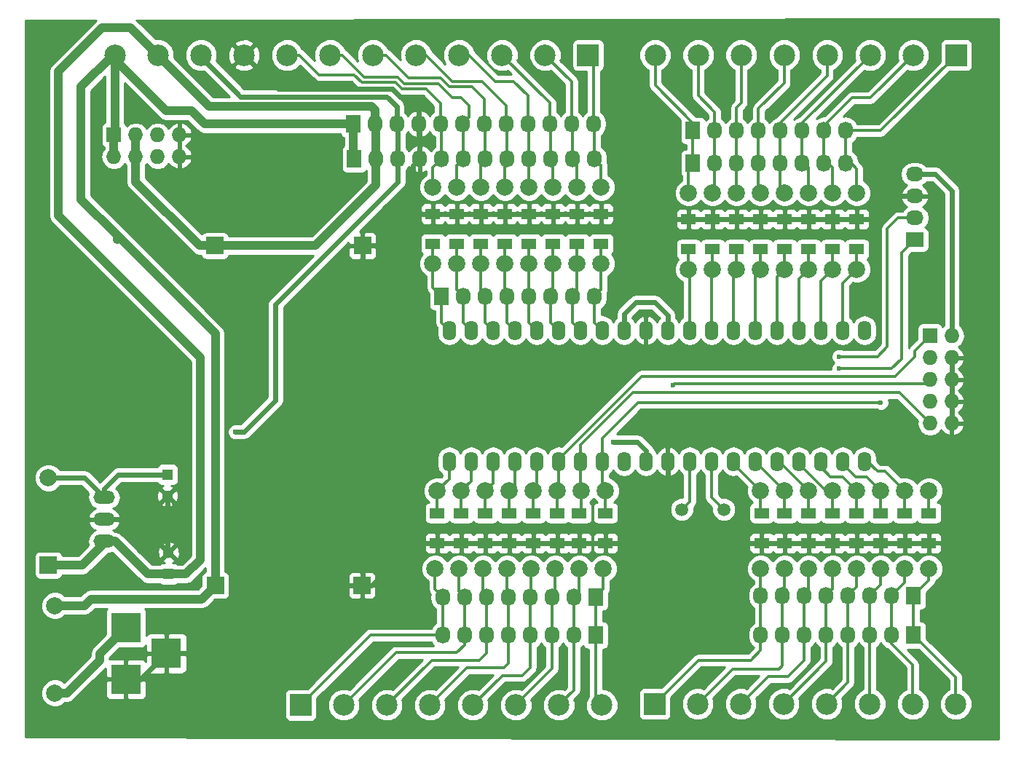
<source format=gbr>
G04 #@! TF.FileFunction,Copper,L2,Bot,Signal*
%FSLAX46Y46*%
G04 Gerber Fmt 4.6, Leading zero omitted, Abs format (unit mm)*
G04 Created by KiCad (PCBNEW 201611211049+7371~55~ubuntu16.10.1-product) date Mon Dec 19 15:07:25 2016*
%MOMM*%
%LPD*%
G01*
G04 APERTURE LIST*
%ADD10C,0.100000*%
%ADD11R,1.300000X1.300000*%
%ADD12C,1.300000*%
%ADD13R,3.500120X3.500120*%
%ADD14R,1.727200X1.727200*%
%ADD15O,1.727200X1.727200*%
%ADD16C,1.998980*%
%ADD17R,1.998980X1.998980*%
%ADD18R,1.699260X1.300480*%
%ADD19O,1.600000X2.300000*%
%ADD20O,2.499360X1.501140*%
%ADD21C,1.501140*%
%ADD22C,2.500000*%
%ADD23R,2.500000X2.500000*%
%ADD24R,1.727200X2.032000*%
%ADD25O,1.727200X2.032000*%
%ADD26R,2.032000X1.727200*%
%ADD27O,2.032000X1.727200*%
%ADD28C,0.600000*%
%ADD29C,1.000000*%
%ADD30C,0.600000*%
%ADD31C,0.350000*%
%ADD32C,0.254000*%
G04 APERTURE END LIST*
D10*
D11*
X109474000Y-105156000D03*
D12*
X109474000Y-102656000D03*
D11*
X109347000Y-93599000D03*
D12*
X109347000Y-96099000D03*
D13*
X104521000Y-111401860D03*
X104521000Y-117401340D03*
X109220000Y-114401600D03*
D14*
X197993000Y-77470000D03*
D15*
X200533000Y-77470000D03*
X197993000Y-80010000D03*
X200533000Y-80010000D03*
X197993000Y-82550000D03*
X200533000Y-82550000D03*
X197993000Y-85090000D03*
X200533000Y-85090000D03*
X197993000Y-87630000D03*
X200533000Y-87630000D03*
D16*
X95501460Y-93980000D03*
D17*
X95501460Y-104140000D03*
D18*
X140208000Y-66774060D03*
X140208000Y-63273940D03*
X143002000Y-66774060D03*
X143002000Y-63273940D03*
X145796000Y-66774060D03*
X145796000Y-63273940D03*
X148590000Y-63273940D03*
X148590000Y-66774060D03*
X151384000Y-66774060D03*
X151384000Y-63273940D03*
X154178000Y-66774060D03*
X154178000Y-63273940D03*
X156972000Y-63273940D03*
X156972000Y-66774060D03*
X159766000Y-66774060D03*
X159766000Y-63273940D03*
X189484000Y-67409060D03*
X189484000Y-63908940D03*
X186690000Y-67409060D03*
X186690000Y-63908940D03*
X183896000Y-67409060D03*
X183896000Y-63908940D03*
X181102000Y-67409060D03*
X181102000Y-63908940D03*
X178308000Y-67409060D03*
X178308000Y-63908940D03*
X175514000Y-67409060D03*
X175514000Y-63908940D03*
X172720000Y-67409060D03*
X172720000Y-63908940D03*
X169926000Y-67409060D03*
X169926000Y-63908940D03*
X140716000Y-98071940D03*
X140716000Y-101572060D03*
X143510000Y-98071940D03*
X143510000Y-101572060D03*
X146304000Y-98071940D03*
X146304000Y-101572060D03*
X149098000Y-98071940D03*
X149098000Y-101572060D03*
X151892000Y-98071940D03*
X151892000Y-101572060D03*
X154686000Y-98071940D03*
X154686000Y-101572060D03*
X157226000Y-98071940D03*
X157226000Y-101572060D03*
X160274000Y-98071940D03*
X160274000Y-101572060D03*
X178435000Y-98071940D03*
X178435000Y-101572060D03*
X181102000Y-98071940D03*
X181102000Y-101572060D03*
X183896000Y-98071940D03*
X183896000Y-101572060D03*
X186690000Y-98071940D03*
X186690000Y-101572060D03*
X189484000Y-98071940D03*
X189484000Y-101572060D03*
X192278000Y-98071940D03*
X192278000Y-101572060D03*
X195072000Y-98071940D03*
X195072000Y-101572060D03*
X197866000Y-98071940D03*
X197866000Y-101572060D03*
D16*
X96266000Y-118999000D03*
X96266000Y-108839000D03*
D19*
X142113000Y-92075000D03*
X144653000Y-92075000D03*
X147193000Y-92075000D03*
X149733000Y-92075000D03*
X152273000Y-92075000D03*
X154813000Y-92075000D03*
X157353000Y-92075000D03*
X159893000Y-92075000D03*
X162433000Y-92075000D03*
X164973000Y-92075000D03*
X167513000Y-92075000D03*
X170053000Y-92075000D03*
X172593000Y-92075000D03*
X175133000Y-92075000D03*
X177673000Y-92075000D03*
X180213000Y-92075000D03*
X182753000Y-92075000D03*
X185293000Y-92075000D03*
X187833000Y-92075000D03*
X190373000Y-92075000D03*
X190373000Y-76835000D03*
X187833000Y-76835000D03*
X185293000Y-76835000D03*
X182753000Y-76835000D03*
X180213000Y-76835000D03*
X177673000Y-76835000D03*
X175133000Y-76835000D03*
X172593000Y-76835000D03*
X170053000Y-76835000D03*
X167513000Y-76835000D03*
X164973000Y-76835000D03*
X162433000Y-76835000D03*
X159893000Y-76835000D03*
X157353000Y-76835000D03*
X154813000Y-76835000D03*
X152273000Y-76835000D03*
X149733000Y-76835000D03*
X147193000Y-76835000D03*
X144653000Y-76835000D03*
X142113000Y-76835000D03*
D17*
X114919000Y-106489500D03*
X131969000Y-106489500D03*
X114871500Y-66992500D03*
X132016500Y-66992500D03*
D20*
X101981000Y-98806000D03*
X101981000Y-101346000D03*
X101981000Y-96266000D03*
D21*
X169136060Y-97663000D03*
X174017940Y-97663000D03*
D14*
X103124000Y-54102000D03*
D15*
X103124000Y-56642000D03*
X105664000Y-54102000D03*
X105664000Y-56642000D03*
X108204000Y-54102000D03*
X108204000Y-56642000D03*
X110744000Y-54102000D03*
X110744000Y-56642000D03*
D16*
X140208000Y-69088000D03*
X143002000Y-69088000D03*
X140716000Y-95504000D03*
X189484000Y-69723000D03*
X145796000Y-69088000D03*
X143510000Y-95504000D03*
X186690000Y-69723000D03*
X178308000Y-95504000D03*
X148590000Y-69088000D03*
X146304000Y-95504000D03*
X183896000Y-69723000D03*
X181102000Y-95504000D03*
X151384000Y-69088000D03*
X149098000Y-95504000D03*
X181102000Y-69723000D03*
X183896000Y-95504000D03*
X154178000Y-69088000D03*
X151892000Y-95504000D03*
X178308000Y-69723000D03*
X186690000Y-95504000D03*
X156972000Y-69088000D03*
X154686000Y-95504000D03*
X175514000Y-69723000D03*
X189484000Y-95504000D03*
X159766000Y-69088000D03*
X157480000Y-95504000D03*
X172720000Y-69723000D03*
X192278000Y-95504000D03*
X160274000Y-95504000D03*
X169926000Y-69723000D03*
X195072000Y-95504000D03*
X197866000Y-95504000D03*
X140208000Y-60198000D03*
X140462000Y-104521000D03*
X189484000Y-60833000D03*
X178308000Y-104521000D03*
X143002000Y-60198000D03*
X143256000Y-104521000D03*
X186690000Y-60833000D03*
X181102000Y-104521000D03*
X145796000Y-60198000D03*
X146050000Y-104521000D03*
X183896000Y-60833000D03*
X183896000Y-104521000D03*
X148590000Y-60198000D03*
X148844000Y-104521000D03*
X181102000Y-60833000D03*
X186690000Y-104521000D03*
X151384000Y-60198000D03*
X151638000Y-104521000D03*
X178308000Y-60833000D03*
X189484000Y-104521000D03*
X154178000Y-60198000D03*
X154432000Y-104521000D03*
X175514000Y-60833000D03*
X192278000Y-104521000D03*
X156972000Y-60198000D03*
X157226000Y-104521000D03*
X172720000Y-60833000D03*
X195072000Y-104521000D03*
X159766000Y-60198000D03*
X160020000Y-104521000D03*
X169926000Y-60833000D03*
X197866000Y-104521000D03*
D22*
X196041000Y-44831000D03*
D23*
X201041000Y-44831000D03*
D22*
X191041000Y-44831000D03*
X186041000Y-44831000D03*
X181041000Y-44831000D03*
X176041000Y-44831000D03*
X171041000Y-44831000D03*
X166041000Y-44831000D03*
X200989000Y-120269000D03*
X195989000Y-120269000D03*
X190989000Y-120269000D03*
X185989000Y-120269000D03*
X180989000Y-120269000D03*
X175989000Y-120269000D03*
D23*
X165989000Y-120269000D03*
D22*
X170989000Y-120269000D03*
X103242000Y-44831000D03*
X108242000Y-44831000D03*
X113242000Y-44831000D03*
X118242000Y-44831000D03*
X123242000Y-44831000D03*
X128242000Y-44831000D03*
X133242000Y-44831000D03*
X138242000Y-44831000D03*
X143242000Y-44831000D03*
X148242000Y-44831000D03*
D23*
X158242000Y-44831000D03*
D22*
X153242000Y-44831000D03*
X159841000Y-120396000D03*
X154841000Y-120396000D03*
X149841000Y-120396000D03*
X144841000Y-120396000D03*
X139841000Y-120396000D03*
X134841000Y-120396000D03*
D23*
X124841000Y-120396000D03*
D22*
X129841000Y-120396000D03*
D24*
X159131000Y-107823000D03*
D25*
X156591000Y-107823000D03*
X154051000Y-107823000D03*
X151511000Y-107823000D03*
X148971000Y-107823000D03*
X146431000Y-107823000D03*
X143891000Y-107823000D03*
X141351000Y-107823000D03*
D24*
X131064000Y-56896000D03*
D25*
X133604000Y-56896000D03*
X136144000Y-56896000D03*
X138684000Y-56896000D03*
X141224000Y-56896000D03*
X143764000Y-56896000D03*
X146304000Y-56896000D03*
X148844000Y-56896000D03*
X151384000Y-56896000D03*
X153924000Y-56896000D03*
X156464000Y-56896000D03*
X159004000Y-56896000D03*
X188214000Y-57404000D03*
X185674000Y-57404000D03*
X183134000Y-57404000D03*
X180594000Y-57404000D03*
X178054000Y-57404000D03*
X175514000Y-57404000D03*
X172974000Y-57404000D03*
D24*
X170434000Y-57404000D03*
X196088000Y-107696000D03*
D25*
X193548000Y-107696000D03*
X191008000Y-107696000D03*
X188468000Y-107696000D03*
X185928000Y-107696000D03*
X183388000Y-107696000D03*
X180848000Y-107696000D03*
X178308000Y-107696000D03*
D24*
X130937000Y-52832000D03*
D25*
X133477000Y-52832000D03*
X136017000Y-52832000D03*
X138557000Y-52832000D03*
X141097000Y-52832000D03*
X143637000Y-52832000D03*
X146177000Y-52832000D03*
X148717000Y-52832000D03*
X151257000Y-52832000D03*
X153797000Y-52832000D03*
X156337000Y-52832000D03*
X158877000Y-52832000D03*
D24*
X159131000Y-112268000D03*
D25*
X156591000Y-112268000D03*
X154051000Y-112268000D03*
X151511000Y-112268000D03*
X148971000Y-112268000D03*
X146431000Y-112268000D03*
X143891000Y-112268000D03*
X141351000Y-112268000D03*
X188214000Y-53594000D03*
X185674000Y-53594000D03*
X183134000Y-53594000D03*
X180594000Y-53594000D03*
X178054000Y-53594000D03*
X175514000Y-53594000D03*
X172974000Y-53594000D03*
D24*
X170434000Y-53594000D03*
X196088000Y-112268000D03*
D25*
X193548000Y-112268000D03*
X191008000Y-112268000D03*
X188468000Y-112268000D03*
X185928000Y-112268000D03*
X183388000Y-112268000D03*
X180848000Y-112268000D03*
X178308000Y-112268000D03*
D24*
X141224000Y-72898000D03*
D25*
X143764000Y-72898000D03*
X146304000Y-72898000D03*
X148844000Y-72898000D03*
X151384000Y-72898000D03*
X153924000Y-72898000D03*
X156464000Y-72898000D03*
X159004000Y-72898000D03*
D26*
X196215000Y-66294000D03*
D27*
X196215000Y-63754000D03*
X196215000Y-61214000D03*
X196215000Y-58674000D03*
D28*
X117221000Y-88646000D03*
X161163000Y-89789000D03*
X168148000Y-83185000D03*
X192278000Y-85217000D03*
X187452000Y-79883000D03*
X187452000Y-81280000D03*
D29*
X101981000Y-101346000D02*
X103251000Y-101346000D01*
X107061000Y-105156000D02*
X109474000Y-105156000D01*
X103251000Y-101346000D02*
X107061000Y-105156000D01*
X95501460Y-104140000D02*
X99441000Y-104140000D01*
X99441000Y-104140000D02*
X101981000Y-101600000D01*
X101981000Y-101600000D02*
X101981000Y-101346000D01*
X105664000Y-56642000D02*
X105664000Y-54102000D01*
X114871500Y-66992500D02*
X113093500Y-66992500D01*
X105664000Y-59563000D02*
X105664000Y-56642000D01*
X113093500Y-66992500D02*
X105664000Y-59563000D01*
X133604000Y-56896000D02*
X133604000Y-52959000D01*
X133604000Y-52959000D02*
X133477000Y-52832000D01*
X114871500Y-66992500D02*
X126555500Y-66992500D01*
X133604000Y-59944000D02*
X133604000Y-56896000D01*
X126555500Y-66992500D02*
X133604000Y-59944000D01*
X109474000Y-105156000D02*
X111506000Y-105156000D01*
X105067000Y-41656000D02*
X108242000Y-44831000D01*
X101727000Y-41656000D02*
X105067000Y-41656000D01*
X96647000Y-46736000D02*
X101727000Y-41656000D01*
X96647000Y-63500000D02*
X96647000Y-46736000D01*
X113157000Y-80010000D02*
X96647000Y-63500000D01*
X113157000Y-103505000D02*
X113157000Y-80010000D01*
X111506000Y-105156000D02*
X113157000Y-103505000D01*
X133477000Y-52832000D02*
X133477000Y-51215002D01*
X114211000Y-50800000D02*
X108242000Y-44831000D01*
X133061998Y-50800000D02*
X114211000Y-50800000D01*
X133477000Y-51215002D02*
X133061998Y-50800000D01*
D30*
X108242000Y-44831000D02*
X108242000Y-44488000D01*
X133604000Y-52959000D02*
X133477000Y-52832000D01*
X104521000Y-117401340D02*
X106220260Y-117401340D01*
X106220260Y-117401340D02*
X109220000Y-114401600D01*
X132016500Y-66992500D02*
X134429500Y-66992500D01*
X134429500Y-66992500D02*
X137922000Y-63500000D01*
X137922000Y-57658000D02*
X138684000Y-56896000D01*
X137922000Y-63500000D02*
X137922000Y-57658000D01*
X138148060Y-63273940D02*
X140208000Y-63273940D01*
X134429500Y-66992500D02*
X138148060Y-63273940D01*
X109347000Y-96099000D02*
X109347000Y-102529000D01*
X109347000Y-102529000D02*
X109474000Y-102656000D01*
X200533000Y-85090000D02*
X200533000Y-87630000D01*
X200533000Y-82550000D02*
X200533000Y-85090000D01*
X200533000Y-80010000D02*
X200533000Y-82550000D01*
X160274000Y-101572060D02*
X162714940Y-101572060D01*
X162714940Y-101572060D02*
X167513000Y-96774000D01*
X167513000Y-96774000D02*
X167513000Y-92075000D01*
X178435000Y-101572060D02*
X160274000Y-101572060D01*
X131969000Y-106489500D02*
X133032500Y-106489500D01*
X137949940Y-101572060D02*
X140716000Y-101572060D01*
X133032500Y-106489500D02*
X137949940Y-101572060D01*
X109220000Y-114401600D02*
X118262400Y-114401600D01*
X126174500Y-106489500D02*
X131969000Y-106489500D01*
X118262400Y-114401600D02*
X126174500Y-106489500D01*
X143510000Y-101572060D02*
X146304000Y-101572060D01*
X143510000Y-101572060D02*
X140716000Y-101572060D01*
X149098000Y-101572060D02*
X145696940Y-101572060D01*
X145696940Y-101572060D02*
X146304000Y-101572060D01*
X151892000Y-101572060D02*
X149098000Y-101572060D01*
X154686000Y-101572060D02*
X151892000Y-101572060D01*
X157226000Y-101572060D02*
X154686000Y-101572060D01*
X160274000Y-101572060D02*
X157226000Y-101572060D01*
X195072000Y-101572060D02*
X197866000Y-101572060D01*
X192278000Y-101572060D02*
X195072000Y-101572060D01*
X189484000Y-101572060D02*
X192278000Y-101572060D01*
X186690000Y-101572060D02*
X189484000Y-101572060D01*
X183896000Y-101572060D02*
X186690000Y-101572060D01*
X181102000Y-101572060D02*
X183896000Y-101572060D01*
X178435000Y-101572060D02*
X181102000Y-101572060D01*
X132016500Y-66992500D02*
X132016500Y-106442000D01*
X132016500Y-106442000D02*
X131969000Y-106489500D01*
X138557000Y-52832000D02*
X138557000Y-50474004D01*
X122179000Y-48768000D02*
X118242000Y-44831000D01*
X135509000Y-48768000D02*
X122179000Y-48768000D01*
X136398000Y-49657000D02*
X135509000Y-48768000D01*
X137739996Y-49657000D02*
X136398000Y-49657000D01*
X138557000Y-50474004D02*
X137739996Y-49657000D01*
X138684000Y-56896000D02*
X138684000Y-52959000D01*
X138684000Y-52959000D02*
X138557000Y-52832000D01*
X143002000Y-63273940D02*
X140208000Y-63273940D01*
X105624000Y-98806000D02*
X109474000Y-102656000D01*
X101981000Y-98806000D02*
X105624000Y-98806000D01*
X189484000Y-63908940D02*
X190980060Y-63908940D01*
X193675000Y-61214000D02*
X196215000Y-61214000D01*
X190980060Y-63908940D02*
X193675000Y-61214000D01*
X159766000Y-63273940D02*
X167413940Y-63273940D01*
X168048940Y-63908940D02*
X169926000Y-63908940D01*
X167413940Y-63273940D02*
X168048940Y-63908940D01*
X172720000Y-63908940D02*
X169926000Y-63908940D01*
X175514000Y-63908940D02*
X172720000Y-63908940D01*
X181102000Y-63908940D02*
X178308000Y-63908940D01*
X178308000Y-63908940D02*
X175514000Y-63908940D01*
X183896000Y-63908940D02*
X181102000Y-63908940D01*
X186690000Y-63908940D02*
X183896000Y-63908940D01*
X189484000Y-63908940D02*
X186690000Y-63908940D01*
X145796000Y-63273940D02*
X143002000Y-63273940D01*
X148590000Y-63273940D02*
X145796000Y-63273940D01*
X151384000Y-63273940D02*
X148590000Y-63273940D01*
X154178000Y-63273940D02*
X151384000Y-63273940D01*
X156972000Y-63273940D02*
X154178000Y-63273940D01*
X159766000Y-63273940D02*
X156972000Y-63273940D01*
X136144000Y-56896000D02*
X136144000Y-59563000D01*
X118237000Y-88646000D02*
X117221000Y-88646000D01*
X121920000Y-84963000D02*
X118237000Y-88646000D01*
X121920000Y-73787000D02*
X121920000Y-84963000D01*
X136144000Y-59563000D02*
X121920000Y-73787000D01*
X95501460Y-93980000D02*
X99695000Y-93980000D01*
X99695000Y-93980000D02*
X101981000Y-96266000D01*
X101981000Y-96266000D02*
X101981000Y-95250000D01*
X101981000Y-95250000D02*
X103632000Y-93599000D01*
X103632000Y-93599000D02*
X109347000Y-93599000D01*
X164973000Y-92075000D02*
X164973000Y-90805000D01*
X164973000Y-90805000D02*
X163957000Y-89789000D01*
X163957000Y-89789000D02*
X161163000Y-89789000D01*
X162433000Y-76835000D02*
X162433000Y-74930000D01*
X162433000Y-74930000D02*
X163830000Y-73533000D01*
X163830000Y-73533000D02*
X165989000Y-73533000D01*
X165989000Y-73533000D02*
X167513000Y-75057000D01*
X167513000Y-75057000D02*
X167513000Y-76835000D01*
X200533000Y-77470000D02*
X200533000Y-60579000D01*
X198628000Y-58674000D02*
X196215000Y-58674000D01*
X200533000Y-60579000D02*
X198628000Y-58674000D01*
X136017000Y-52832000D02*
X136017000Y-50800000D01*
X117856000Y-49657000D02*
X113242000Y-45043000D01*
X134874000Y-49657000D02*
X117856000Y-49657000D01*
X136017000Y-50800000D02*
X134874000Y-49657000D01*
X113242000Y-45043000D02*
X113242000Y-44831000D01*
X136144000Y-56896000D02*
X136144000Y-52959000D01*
X136144000Y-52959000D02*
X136017000Y-52832000D01*
D31*
X170053000Y-96746060D02*
X169136060Y-97663000D01*
X170053000Y-92075000D02*
X170053000Y-96746060D01*
X172593000Y-92075000D02*
X172593000Y-96238060D01*
X172593000Y-96238060D02*
X174017940Y-97663000D01*
D29*
X96266000Y-118999000D02*
X97663000Y-118999000D01*
X101473000Y-114449860D02*
X104521000Y-111401860D01*
X101473000Y-115189000D02*
X101473000Y-114449860D01*
X97663000Y-118999000D02*
X101473000Y-115189000D01*
D31*
X96266000Y-118999000D02*
X96923860Y-118999000D01*
X154813000Y-92075000D02*
X154813000Y-91821000D01*
X154813000Y-91821000D02*
X164465000Y-82169000D01*
X196215000Y-79248000D02*
X197993000Y-77470000D01*
X196215000Y-79883000D02*
X196215000Y-79248000D01*
X193929000Y-82169000D02*
X196215000Y-79883000D01*
X164465000Y-82169000D02*
X193929000Y-82169000D01*
X154686000Y-95504000D02*
X154686000Y-98071940D01*
X154813000Y-92075000D02*
X154813000Y-95377000D01*
X154813000Y-95377000D02*
X154686000Y-95504000D01*
X168275000Y-83058000D02*
X197485000Y-83058000D01*
X168148000Y-83185000D02*
X168275000Y-83058000D01*
X197485000Y-83058000D02*
X197993000Y-82550000D01*
X159893000Y-92075000D02*
X159893000Y-89408000D01*
X164084000Y-85217000D02*
X192278000Y-85217000D01*
X159893000Y-89408000D02*
X164084000Y-85217000D01*
X160274000Y-95504000D02*
X160274000Y-98071940D01*
X159893000Y-92075000D02*
X159893000Y-95123000D01*
X159893000Y-95123000D02*
X160274000Y-95504000D01*
X157353000Y-92075000D02*
X157353000Y-90170000D01*
X194437000Y-84074000D02*
X197993000Y-87630000D01*
X163449000Y-84074000D02*
X194437000Y-84074000D01*
X157353000Y-90170000D02*
X163449000Y-84074000D01*
X157353000Y-92075000D02*
X157353000Y-91186000D01*
X157480000Y-95504000D02*
X157480000Y-97817940D01*
X157480000Y-97817940D02*
X157226000Y-98071940D01*
X157353000Y-92075000D02*
X157353000Y-95377000D01*
X157353000Y-95377000D02*
X157480000Y-95504000D01*
X140208000Y-69088000D02*
X140208000Y-71882000D01*
X140208000Y-71882000D02*
X141224000Y-72898000D01*
X141224000Y-72898000D02*
X141224000Y-75946000D01*
X141224000Y-75946000D02*
X142113000Y-76835000D01*
X140208000Y-69088000D02*
X140208000Y-66774060D01*
X143002000Y-69088000D02*
X143002000Y-72136000D01*
X143002000Y-72136000D02*
X143764000Y-72898000D01*
X143764000Y-72898000D02*
X143764000Y-75946000D01*
X143764000Y-75946000D02*
X144653000Y-76835000D01*
X143002000Y-69088000D02*
X143002000Y-66774060D01*
X145796000Y-69088000D02*
X145796000Y-72390000D01*
X145796000Y-72390000D02*
X146304000Y-72898000D01*
X146304000Y-72898000D02*
X146304000Y-75946000D01*
X146304000Y-75946000D02*
X147193000Y-76835000D01*
X145796000Y-69088000D02*
X145796000Y-66774060D01*
X149098000Y-69596000D02*
X148590000Y-69088000D01*
X148590000Y-69088000D02*
X148590000Y-72644000D01*
X148590000Y-72644000D02*
X148844000Y-72898000D01*
X148844000Y-72898000D02*
X148844000Y-75946000D01*
X148844000Y-75946000D02*
X149733000Y-76835000D01*
X148590000Y-69088000D02*
X148590000Y-66774060D01*
X151384000Y-69088000D02*
X151384000Y-72898000D01*
X151384000Y-72898000D02*
X151384000Y-75946000D01*
X151384000Y-75946000D02*
X152273000Y-76835000D01*
X151384000Y-69088000D02*
X151384000Y-66774060D01*
X151638000Y-69342000D02*
X151384000Y-69088000D01*
X154178000Y-69088000D02*
X154178000Y-72644000D01*
X154178000Y-72644000D02*
X153924000Y-72898000D01*
X153924000Y-72898000D02*
X153924000Y-75946000D01*
X153924000Y-75946000D02*
X154813000Y-76835000D01*
X154178000Y-69088000D02*
X154178000Y-66774060D01*
X156972000Y-69088000D02*
X156972000Y-72390000D01*
X156972000Y-72390000D02*
X156464000Y-72898000D01*
X156464000Y-72898000D02*
X156464000Y-75946000D01*
X156464000Y-75946000D02*
X157353000Y-76835000D01*
X156972000Y-69088000D02*
X156972000Y-66774060D01*
X156718000Y-69342000D02*
X156972000Y-69088000D01*
X159766000Y-69088000D02*
X159766000Y-72136000D01*
X159766000Y-72136000D02*
X159004000Y-72898000D01*
X159004000Y-72898000D02*
X159004000Y-75946000D01*
X159004000Y-75946000D02*
X159893000Y-76835000D01*
X159766000Y-69088000D02*
X159766000Y-66774060D01*
X159258000Y-69596000D02*
X159766000Y-69088000D01*
X189484000Y-69723000D02*
X189484000Y-67409060D01*
X187833000Y-76835000D02*
X187833000Y-71374000D01*
X187833000Y-71374000D02*
X189484000Y-69723000D01*
X186690000Y-69723000D02*
X186690000Y-67409060D01*
X185293000Y-76835000D02*
X185293000Y-71120000D01*
X185293000Y-71120000D02*
X186690000Y-69723000D01*
X183896000Y-69723000D02*
X183896000Y-67409060D01*
X182753000Y-76835000D02*
X182753000Y-70866000D01*
X182753000Y-70866000D02*
X183896000Y-69723000D01*
X181102000Y-69723000D02*
X181102000Y-67409060D01*
X180213000Y-76835000D02*
X180213000Y-70612000D01*
X180213000Y-70612000D02*
X181102000Y-69723000D01*
X178308000Y-69723000D02*
X178308000Y-67409060D01*
X177673000Y-76835000D02*
X177673000Y-70358000D01*
X177673000Y-70358000D02*
X178308000Y-69723000D01*
X175514000Y-69723000D02*
X175514000Y-67409060D01*
X175133000Y-76835000D02*
X175133000Y-70104000D01*
X175133000Y-70104000D02*
X175514000Y-69723000D01*
X172720000Y-69723000D02*
X172720000Y-67409060D01*
X172593000Y-76835000D02*
X172593000Y-69850000D01*
X172593000Y-69850000D02*
X172720000Y-69723000D01*
X169926000Y-69723000D02*
X169926000Y-67409060D01*
X170053000Y-76835000D02*
X170053000Y-69850000D01*
X170053000Y-69850000D02*
X169926000Y-69723000D01*
X140716000Y-95504000D02*
X140716000Y-98071940D01*
X142113000Y-92075000D02*
X142113000Y-94107000D01*
X142113000Y-94107000D02*
X140716000Y-95504000D01*
X143510000Y-95504000D02*
X143510000Y-98071940D01*
X144653000Y-92075000D02*
X144653000Y-94361000D01*
X144653000Y-94361000D02*
X143510000Y-95504000D01*
X146304000Y-95504000D02*
X146304000Y-98071940D01*
X147193000Y-92075000D02*
X147193000Y-94615000D01*
X147193000Y-94615000D02*
X146304000Y-95504000D01*
X149098000Y-95504000D02*
X149098000Y-98071940D01*
X149733000Y-92075000D02*
X149733000Y-94869000D01*
X149733000Y-94869000D02*
X149098000Y-95504000D01*
X151892000Y-95504000D02*
X151892000Y-98071940D01*
X152273000Y-92075000D02*
X152273000Y-95123000D01*
X152273000Y-95123000D02*
X151892000Y-95504000D01*
X194310000Y-63754000D02*
X196215000Y-63754000D01*
X193040000Y-65024000D02*
X194310000Y-63754000D01*
X193040000Y-78740000D02*
X193040000Y-65024000D01*
X191897000Y-79883000D02*
X193040000Y-78740000D01*
X187452000Y-79883000D02*
X191897000Y-79883000D01*
X178308000Y-95504000D02*
X178308000Y-97944940D01*
X178308000Y-97944940D02*
X178435000Y-98071940D01*
X175133000Y-92075000D02*
X175133000Y-92329000D01*
X175133000Y-92329000D02*
X178308000Y-95504000D01*
X194691000Y-67818000D02*
X196215000Y-66294000D01*
X194691000Y-80137000D02*
X194691000Y-67818000D01*
X193548000Y-81280000D02*
X194691000Y-80137000D01*
X187452000Y-81280000D02*
X193548000Y-81280000D01*
X181102000Y-95504000D02*
X181102000Y-98071940D01*
X177673000Y-92075000D02*
X181102000Y-95504000D01*
X183896000Y-95504000D02*
X183896000Y-98071940D01*
X180213000Y-92075000D02*
X180467000Y-92075000D01*
X180467000Y-92075000D02*
X183896000Y-95504000D01*
X186690000Y-95504000D02*
X186690000Y-98071940D01*
X182753000Y-92075000D02*
X182753000Y-92329000D01*
X182753000Y-92329000D02*
X185928000Y-95504000D01*
X185928000Y-95504000D02*
X186690000Y-95504000D01*
X189484000Y-95504000D02*
X189484000Y-98071940D01*
X185293000Y-92075000D02*
X185293000Y-92710000D01*
X185293000Y-92710000D02*
X186436000Y-93853000D01*
X186436000Y-93853000D02*
X187833000Y-93853000D01*
X187833000Y-93853000D02*
X189484000Y-95504000D01*
X192278000Y-95504000D02*
X192278000Y-98071940D01*
X187833000Y-92075000D02*
X187833000Y-92329000D01*
X187833000Y-92329000D02*
X189357000Y-93853000D01*
X189357000Y-93853000D02*
X190627000Y-93853000D01*
X190627000Y-93853000D02*
X192278000Y-95504000D01*
X195072000Y-95504000D02*
X195072000Y-98071940D01*
X190373000Y-92075000D02*
X190754000Y-92075000D01*
X190754000Y-92075000D02*
X191897000Y-93218000D01*
X191897000Y-93218000D02*
X192786000Y-93218000D01*
X192786000Y-93218000D02*
X195072000Y-95504000D01*
X197866000Y-95504000D02*
X197866000Y-98071940D01*
D29*
X130937000Y-52832000D02*
X130937000Y-56769000D01*
X130937000Y-56769000D02*
X131064000Y-56896000D01*
X113665000Y-52832000D02*
X130937000Y-52832000D01*
X112141000Y-51308000D02*
X113665000Y-52832000D01*
X109220000Y-51308000D02*
X112141000Y-51308000D01*
X103242000Y-45330000D02*
X109220000Y-51308000D01*
X103242000Y-44831000D02*
X103242000Y-45330000D01*
X103124000Y-54102000D02*
X103124000Y-56642000D01*
X103505000Y-65786000D02*
X103505000Y-66294000D01*
X103505000Y-66294000D02*
X103505000Y-65786000D01*
X103242000Y-44831000D02*
X103242000Y-53984000D01*
X103242000Y-53984000D02*
X103124000Y-54102000D01*
X114919000Y-106489500D02*
X114919000Y-77200000D01*
X114919000Y-77200000D02*
X103505000Y-65786000D01*
X99314000Y-48514000D02*
X102997000Y-44831000D01*
X103505000Y-65786000D02*
X99314000Y-61595000D01*
X99314000Y-61595000D02*
X99314000Y-48514000D01*
X102997000Y-44831000D02*
X103242000Y-44831000D01*
X96266000Y-108839000D02*
X99695000Y-108839000D01*
X113331500Y-108077000D02*
X114919000Y-106489500D01*
X100457000Y-108077000D02*
X113331500Y-108077000D01*
X99695000Y-108839000D02*
X100457000Y-108077000D01*
D30*
X103242000Y-53984000D02*
X103124000Y-54102000D01*
X103242000Y-53984000D02*
X103124000Y-54102000D01*
X131064000Y-52959000D02*
X130937000Y-52832000D01*
D31*
X172974000Y-53594000D02*
X172974000Y-51435000D01*
X171041000Y-49502000D02*
X171041000Y-44831000D01*
X172974000Y-51435000D02*
X171041000Y-49502000D01*
X172974000Y-57404000D02*
X172974000Y-53594000D01*
X172974000Y-57404000D02*
X172974000Y-60579000D01*
X172974000Y-60579000D02*
X172720000Y-60833000D01*
X170434000Y-53594000D02*
X170434000Y-52705000D01*
X170434000Y-52705000D02*
X166041000Y-48312000D01*
X166041000Y-48312000D02*
X166041000Y-44831000D01*
X170434000Y-57404000D02*
X170434000Y-53594000D01*
X169926000Y-60833000D02*
X169926000Y-57912000D01*
X169926000Y-57912000D02*
X170434000Y-57404000D01*
X175514000Y-53594000D02*
X175514000Y-50927000D01*
X176041000Y-50400000D02*
X176041000Y-44831000D01*
X175514000Y-50927000D02*
X176041000Y-50400000D01*
X175514000Y-57404000D02*
X175514000Y-53594000D01*
X175514000Y-57404000D02*
X175514000Y-60833000D01*
X178054000Y-53594000D02*
X178054000Y-51054000D01*
X181041000Y-48067000D02*
X181041000Y-44831000D01*
X178054000Y-51054000D02*
X181041000Y-48067000D01*
X178054000Y-57404000D02*
X178054000Y-53594000D01*
X178054000Y-57404000D02*
X178054000Y-60579000D01*
X178054000Y-60579000D02*
X178308000Y-60833000D01*
X180594000Y-53594000D02*
X180594000Y-52705000D01*
X180594000Y-52705000D02*
X186041000Y-47258000D01*
X186041000Y-47258000D02*
X186041000Y-44831000D01*
X180594000Y-57404000D02*
X180594000Y-53594000D01*
X180594000Y-57404000D02*
X180594000Y-60325000D01*
X180594000Y-60325000D02*
X181102000Y-60833000D01*
X183134000Y-53594000D02*
X183134000Y-52738000D01*
X183134000Y-52738000D02*
X191041000Y-44831000D01*
X183134000Y-57404000D02*
X183134000Y-53594000D01*
X183134000Y-57404000D02*
X183388000Y-57404000D01*
X183388000Y-57404000D02*
X183896000Y-57912000D01*
X183896000Y-57912000D02*
X183896000Y-60833000D01*
X185674000Y-53594000D02*
X185674000Y-53086000D01*
X185674000Y-53086000D02*
X188976000Y-49784000D01*
X191088000Y-49784000D02*
X196041000Y-44831000D01*
X188976000Y-49784000D02*
X191088000Y-49784000D01*
X185674000Y-57404000D02*
X185674000Y-53594000D01*
X185674000Y-57404000D02*
X186182000Y-57404000D01*
X186182000Y-57404000D02*
X186690000Y-57912000D01*
X186690000Y-57912000D02*
X186690000Y-60833000D01*
X188214000Y-53594000D02*
X192278000Y-53594000D01*
X192278000Y-53594000D02*
X201041000Y-44831000D01*
X188214000Y-57404000D02*
X188849000Y-57404000D01*
X188849000Y-57404000D02*
X189484000Y-58039000D01*
X189484000Y-58039000D02*
X189484000Y-60833000D01*
X188214000Y-53594000D02*
X188214000Y-57404000D01*
X178308000Y-112268000D02*
X178308000Y-114046000D01*
X171069000Y-115189000D02*
X165989000Y-120269000D01*
X177165000Y-115189000D02*
X171069000Y-115189000D01*
X178308000Y-114046000D02*
X177165000Y-115189000D01*
X178308000Y-107696000D02*
X178308000Y-112268000D01*
X178308000Y-104521000D02*
X178308000Y-107696000D01*
X180848000Y-112268000D02*
X180848000Y-115824000D01*
X175053000Y-116205000D02*
X170989000Y-120269000D01*
X180467000Y-116205000D02*
X175053000Y-116205000D01*
X180848000Y-115824000D02*
X180467000Y-116205000D01*
X180848000Y-107696000D02*
X180848000Y-112268000D01*
X181102000Y-104521000D02*
X181102000Y-107442000D01*
X181102000Y-107442000D02*
X180848000Y-107696000D01*
X183388000Y-112268000D02*
X183388000Y-115189000D01*
X179164000Y-117094000D02*
X175989000Y-120269000D01*
X181483000Y-117094000D02*
X179164000Y-117094000D01*
X183388000Y-115189000D02*
X181483000Y-117094000D01*
X183388000Y-107696000D02*
X183388000Y-112268000D01*
X183896000Y-104521000D02*
X183896000Y-107188000D01*
X183896000Y-107188000D02*
X183388000Y-107696000D01*
X185928000Y-112268000D02*
X185928000Y-115330000D01*
X185928000Y-115330000D02*
X180989000Y-120269000D01*
X185928000Y-107696000D02*
X185928000Y-112268000D01*
X186690000Y-104521000D02*
X186690000Y-106934000D01*
X186690000Y-106934000D02*
X185928000Y-107696000D01*
X188468000Y-112268000D02*
X188468000Y-117790000D01*
X188468000Y-117790000D02*
X185989000Y-120269000D01*
X188468000Y-107696000D02*
X188468000Y-112268000D01*
X189484000Y-104521000D02*
X189484000Y-106680000D01*
X189484000Y-106680000D02*
X188468000Y-107696000D01*
X191008000Y-112268000D02*
X191008000Y-120250000D01*
X191008000Y-120250000D02*
X190989000Y-120269000D01*
X191008000Y-107696000D02*
X191008000Y-112268000D01*
X192278000Y-104521000D02*
X192278000Y-106426000D01*
X192278000Y-106426000D02*
X191008000Y-107696000D01*
X200989000Y-120269000D02*
X200989000Y-117169000D01*
X200989000Y-117169000D02*
X196088000Y-112268000D01*
X196088000Y-107696000D02*
X196088000Y-112268000D01*
X197866000Y-104521000D02*
X197866000Y-105918000D01*
X197866000Y-105918000D02*
X196088000Y-107696000D01*
X193548000Y-112268000D02*
X193548000Y-113284000D01*
X193548000Y-113284000D02*
X195989000Y-115725000D01*
X195989000Y-115725000D02*
X195989000Y-120269000D01*
X193548000Y-107696000D02*
X193548000Y-112268000D01*
X195072000Y-104521000D02*
X195072000Y-106172000D01*
X195072000Y-106172000D02*
X193548000Y-107696000D01*
X132969000Y-112268000D02*
X124841000Y-120396000D01*
X141351000Y-112268000D02*
X132969000Y-112268000D01*
X141351000Y-107823000D02*
X141351000Y-112268000D01*
X140462000Y-104521000D02*
X140462000Y-106934000D01*
X140462000Y-106934000D02*
X141351000Y-107823000D01*
X135937000Y-114300000D02*
X129841000Y-120396000D01*
X143002000Y-114300000D02*
X135937000Y-114300000D01*
X143891000Y-112268000D02*
X143891000Y-113411000D01*
X143891000Y-113411000D02*
X143002000Y-114300000D01*
X143891000Y-107823000D02*
X143891000Y-112268000D01*
X143256000Y-104521000D02*
X143256000Y-107188000D01*
X143256000Y-107188000D02*
X143891000Y-107823000D01*
X140048000Y-115189000D02*
X134841000Y-120396000D01*
X145576998Y-115189000D02*
X140048000Y-115189000D01*
X146431000Y-112268000D02*
X146431000Y-114334998D01*
X146431000Y-114334998D02*
X145576998Y-115189000D01*
X146431000Y-107823000D02*
X146431000Y-112268000D01*
X146050000Y-104521000D02*
X146050000Y-107442000D01*
X146050000Y-107442000D02*
X146431000Y-107823000D01*
X144159000Y-116078000D02*
X139841000Y-120396000D01*
X148463000Y-116078000D02*
X144159000Y-116078000D01*
X148971000Y-112268000D02*
X148971000Y-115570000D01*
X148971000Y-115570000D02*
X148463000Y-116078000D01*
X148971000Y-107823000D02*
X148971000Y-112268000D01*
X148844000Y-104521000D02*
X148844000Y-107696000D01*
X148844000Y-107696000D02*
X148971000Y-107823000D01*
X148270000Y-116967000D02*
X144841000Y-120396000D01*
X150622000Y-116967000D02*
X148270000Y-116967000D01*
X151511000Y-112268000D02*
X151511000Y-116078000D01*
X151511000Y-116078000D02*
X150622000Y-116967000D01*
X151511000Y-107823000D02*
X151511000Y-112268000D01*
X151638000Y-104521000D02*
X151638000Y-107696000D01*
X151638000Y-107696000D02*
X151511000Y-107823000D01*
X154051000Y-116186000D02*
X149841000Y-120396000D01*
X154051000Y-112268000D02*
X154051000Y-116186000D01*
X154051000Y-107823000D02*
X154051000Y-112268000D01*
X154432000Y-104521000D02*
X154432000Y-107442000D01*
X154432000Y-107442000D02*
X154051000Y-107823000D01*
X159131000Y-112268000D02*
X159131000Y-119686000D01*
X159131000Y-119686000D02*
X159841000Y-120396000D01*
X159131000Y-107823000D02*
X159131000Y-112268000D01*
X160020000Y-104521000D02*
X160020000Y-106934000D01*
X160020000Y-106934000D02*
X159131000Y-107823000D01*
X156591000Y-112268000D02*
X156591000Y-118646000D01*
X156591000Y-118646000D02*
X154841000Y-120396000D01*
X156591000Y-107823000D02*
X156591000Y-112268000D01*
X157226000Y-104521000D02*
X157226000Y-107188000D01*
X157226000Y-107188000D02*
X156591000Y-107823000D01*
X123242000Y-44831000D02*
X124714000Y-44831000D01*
X141097000Y-50419000D02*
X141097000Y-52832000D01*
X139411002Y-48733002D02*
X141097000Y-50419000D01*
X136617002Y-48733002D02*
X139411002Y-48733002D01*
X135890000Y-48006000D02*
X136617002Y-48733002D01*
X131953000Y-48006000D02*
X135890000Y-48006000D01*
X131064000Y-47117000D02*
X131953000Y-48006000D01*
X127000000Y-47117000D02*
X131064000Y-47117000D01*
X124714000Y-44831000D02*
X127000000Y-47117000D01*
X141224000Y-56896000D02*
X141224000Y-52959000D01*
X141224000Y-52959000D02*
X141097000Y-52832000D01*
X140208000Y-60198000D02*
X140208000Y-57912000D01*
X140208000Y-57912000D02*
X141224000Y-56896000D01*
X128242000Y-44831000D02*
X129667000Y-44831000D01*
X144399000Y-52070000D02*
X143637000Y-52832000D01*
X144399000Y-50673000D02*
X144399000Y-52070000D01*
X143510000Y-49784000D02*
X144399000Y-50673000D01*
X142494000Y-49784000D02*
X143510000Y-49784000D01*
X140843000Y-48133000D02*
X142494000Y-49784000D01*
X136906000Y-48133000D02*
X140843000Y-48133000D01*
X136144000Y-47371000D02*
X136906000Y-48133000D01*
X132207000Y-47371000D02*
X136144000Y-47371000D01*
X129667000Y-44831000D02*
X132207000Y-47371000D01*
X143764000Y-56896000D02*
X143764000Y-52959000D01*
X143764000Y-52959000D02*
X143637000Y-52832000D01*
X143002000Y-60198000D02*
X143002000Y-57658000D01*
X143002000Y-57658000D02*
X143764000Y-56896000D01*
X133242000Y-44831000D02*
X134747000Y-44831000D01*
X146177000Y-49911000D02*
X146177000Y-52832000D01*
X144780000Y-48514000D02*
X146177000Y-49911000D01*
X142113000Y-48514000D02*
X144780000Y-48514000D01*
X141097000Y-47498000D02*
X142113000Y-48514000D01*
X137414000Y-47498000D02*
X141097000Y-47498000D01*
X134747000Y-44831000D02*
X137414000Y-47498000D01*
X146304000Y-56896000D02*
X146304000Y-52959000D01*
X146304000Y-52959000D02*
X146177000Y-52832000D01*
X145796000Y-60198000D02*
X145796000Y-57404000D01*
X145796000Y-57404000D02*
X146304000Y-56896000D01*
X138242000Y-44831000D02*
X139446000Y-44831000D01*
X139446000Y-44831000D02*
X142494000Y-47879000D01*
X142494000Y-47879000D02*
X145923000Y-47879000D01*
X145923000Y-47879000D02*
X148717000Y-50673000D01*
X148717000Y-50673000D02*
X148717000Y-52832000D01*
X148844000Y-56896000D02*
X148844000Y-52959000D01*
X148844000Y-52959000D02*
X148717000Y-52832000D01*
X148590000Y-60198000D02*
X148590000Y-57150000D01*
X148590000Y-57150000D02*
X148844000Y-56896000D01*
X143242000Y-44831000D02*
X144399000Y-44831000D01*
X144399000Y-44831000D02*
X147447000Y-47879000D01*
X147447000Y-47879000D02*
X149606000Y-47879000D01*
X149606000Y-47879000D02*
X151257000Y-49530000D01*
X151257000Y-49530000D02*
X151257000Y-52832000D01*
X151384000Y-56896000D02*
X151384000Y-52959000D01*
X151384000Y-52959000D02*
X151257000Y-52832000D01*
X151384000Y-60198000D02*
X151384000Y-56896000D01*
X153797000Y-52832000D02*
X153797000Y-50386000D01*
X153797000Y-50386000D02*
X148242000Y-44831000D01*
X153924000Y-56896000D02*
X153924000Y-52959000D01*
X153924000Y-52959000D02*
X153797000Y-52832000D01*
X154178000Y-60198000D02*
X154178000Y-57150000D01*
X154178000Y-57150000D02*
X153924000Y-56896000D01*
X158877000Y-52832000D02*
X158877000Y-45466000D01*
X158877000Y-45466000D02*
X158242000Y-44831000D01*
X159004000Y-56896000D02*
X159004000Y-52959000D01*
X159004000Y-52959000D02*
X158877000Y-52832000D01*
X159766000Y-60198000D02*
X159766000Y-57658000D01*
X159766000Y-57658000D02*
X159004000Y-56896000D01*
X156337000Y-52832000D02*
X156337000Y-47926000D01*
X156337000Y-47926000D02*
X153242000Y-44831000D01*
X156464000Y-56896000D02*
X156464000Y-52959000D01*
X156464000Y-52959000D02*
X156337000Y-52832000D01*
X156972000Y-60198000D02*
X156972000Y-57404000D01*
X156972000Y-57404000D02*
X156464000Y-56896000D01*
D32*
G36*
X205994000Y-124332715D02*
X92837000Y-124079284D01*
X92837000Y-94303694D01*
X93866686Y-94303694D01*
X94114998Y-94904655D01*
X94574387Y-95364846D01*
X95174913Y-95614206D01*
X95825154Y-95614774D01*
X96426115Y-95366462D01*
X96878365Y-94915000D01*
X99307710Y-94915000D01*
X100158829Y-95766119D01*
X100059397Y-96266000D01*
X100164867Y-96796235D01*
X100465221Y-97245746D01*
X100914732Y-97546100D01*
X100924032Y-97547950D01*
X100834323Y-97574501D01*
X100412342Y-97916056D01*
X100153190Y-98393097D01*
X100139007Y-98464725D01*
X100261661Y-98679000D01*
X101854000Y-98679000D01*
X101854000Y-98659000D01*
X102108000Y-98659000D01*
X102108000Y-98679000D01*
X103700339Y-98679000D01*
X103822993Y-98464725D01*
X103808810Y-98393097D01*
X103549658Y-97916056D01*
X103127677Y-97574501D01*
X103037968Y-97547950D01*
X103047268Y-97546100D01*
X103496779Y-97245746D01*
X103662307Y-96998016D01*
X108627590Y-96998016D01*
X108683271Y-97228611D01*
X109166078Y-97396622D01*
X109676428Y-97367083D01*
X110010729Y-97228611D01*
X110066410Y-96998016D01*
X109347000Y-96278605D01*
X108627590Y-96998016D01*
X103662307Y-96998016D01*
X103797133Y-96796235D01*
X103902603Y-96266000D01*
X103833398Y-95918078D01*
X108049378Y-95918078D01*
X108078917Y-96428428D01*
X108217389Y-96762729D01*
X108447984Y-96818410D01*
X109167395Y-96099000D01*
X109526605Y-96099000D01*
X110246016Y-96818410D01*
X110476611Y-96762729D01*
X110644622Y-96279922D01*
X110615083Y-95769572D01*
X110476611Y-95435271D01*
X110246016Y-95379590D01*
X109526605Y-96099000D01*
X109167395Y-96099000D01*
X108447984Y-95379590D01*
X108217389Y-95435271D01*
X108049378Y-95918078D01*
X103833398Y-95918078D01*
X103797133Y-95735765D01*
X103496779Y-95286254D01*
X103359058Y-95194232D01*
X104019290Y-94534000D01*
X108123723Y-94534000D01*
X108239191Y-94706809D01*
X108449235Y-94847157D01*
X108697000Y-94896440D01*
X108859385Y-94896440D01*
X108683271Y-94969389D01*
X108627590Y-95199984D01*
X109347000Y-95919395D01*
X110066410Y-95199984D01*
X110010729Y-94969389D01*
X109801098Y-94896440D01*
X109997000Y-94896440D01*
X110244765Y-94847157D01*
X110454809Y-94706809D01*
X110595157Y-94496765D01*
X110644440Y-94249000D01*
X110644440Y-92949000D01*
X110595157Y-92701235D01*
X110454809Y-92491191D01*
X110244765Y-92350843D01*
X109997000Y-92301560D01*
X108697000Y-92301560D01*
X108449235Y-92350843D01*
X108239191Y-92491191D01*
X108123723Y-92664000D01*
X103632005Y-92664000D01*
X103632000Y-92663999D01*
X103333556Y-92723364D01*
X103274191Y-92735173D01*
X103015496Y-92908027D01*
X102970855Y-92937855D01*
X101473000Y-94435710D01*
X100356145Y-93318855D01*
X100052809Y-93116173D01*
X99695000Y-93045000D01*
X96877595Y-93045000D01*
X96428533Y-92595154D01*
X95828007Y-92345794D01*
X95177766Y-92345226D01*
X94576805Y-92593538D01*
X94116614Y-93052927D01*
X93867254Y-93653453D01*
X93866686Y-94303694D01*
X92837000Y-94303694D01*
X92837000Y-40766858D01*
X101067798Y-40757641D01*
X100924434Y-40853434D01*
X95844434Y-45933434D01*
X95598397Y-46301654D01*
X95512000Y-46736000D01*
X95512000Y-63500000D01*
X95598397Y-63934346D01*
X95785256Y-64214000D01*
X95844434Y-64302566D01*
X112022000Y-80480132D01*
X112022000Y-103034868D01*
X111035868Y-104021000D01*
X110541115Y-104021000D01*
X110371765Y-103907843D01*
X110124000Y-103858560D01*
X109961615Y-103858560D01*
X110137729Y-103785611D01*
X110193410Y-103555016D01*
X109474000Y-102835605D01*
X108754590Y-103555016D01*
X108810271Y-103785611D01*
X109019902Y-103858560D01*
X108824000Y-103858560D01*
X108576235Y-103907843D01*
X108406885Y-104021000D01*
X107531132Y-104021000D01*
X105985210Y-102475078D01*
X108176378Y-102475078D01*
X108205917Y-102985428D01*
X108344389Y-103319729D01*
X108574984Y-103375410D01*
X109294395Y-102656000D01*
X109653605Y-102656000D01*
X110373016Y-103375410D01*
X110603611Y-103319729D01*
X110771622Y-102836922D01*
X110742083Y-102326572D01*
X110603611Y-101992271D01*
X110373016Y-101936590D01*
X109653605Y-102656000D01*
X109294395Y-102656000D01*
X108574984Y-101936590D01*
X108344389Y-101992271D01*
X108176378Y-102475078D01*
X105985210Y-102475078D01*
X105267116Y-101756984D01*
X108754590Y-101756984D01*
X109474000Y-102476395D01*
X110193410Y-101756984D01*
X110137729Y-101526389D01*
X109654922Y-101358378D01*
X109144572Y-101387917D01*
X108810271Y-101526389D01*
X108754590Y-101756984D01*
X105267116Y-101756984D01*
X104053566Y-100543434D01*
X103907102Y-100445570D01*
X103685346Y-100297397D01*
X103270116Y-100214802D01*
X103047268Y-100065900D01*
X103037968Y-100064050D01*
X103127677Y-100037499D01*
X103549658Y-99695944D01*
X103808810Y-99218903D01*
X103822993Y-99147275D01*
X103700339Y-98933000D01*
X102108000Y-98933000D01*
X102108000Y-98953000D01*
X101854000Y-98953000D01*
X101854000Y-98933000D01*
X100261661Y-98933000D01*
X100139007Y-99147275D01*
X100153190Y-99218903D01*
X100412342Y-99695944D01*
X100834323Y-100037499D01*
X100924032Y-100064050D01*
X100914732Y-100065900D01*
X100465221Y-100366254D01*
X100164867Y-100815765D01*
X100059397Y-101346000D01*
X100154044Y-101821823D01*
X98970868Y-103005000D01*
X97121436Y-103005000D01*
X97099107Y-102892745D01*
X96958759Y-102682701D01*
X96748715Y-102542353D01*
X96500950Y-102493070D01*
X94501970Y-102493070D01*
X94254205Y-102542353D01*
X94044161Y-102682701D01*
X93903813Y-102892745D01*
X93854530Y-103140510D01*
X93854530Y-105139490D01*
X93903813Y-105387255D01*
X94044161Y-105597299D01*
X94254205Y-105737647D01*
X94501970Y-105786930D01*
X96500950Y-105786930D01*
X96748715Y-105737647D01*
X96958759Y-105597299D01*
X97099107Y-105387255D01*
X97121436Y-105275000D01*
X99441000Y-105275000D01*
X99875346Y-105188603D01*
X100243566Y-104942566D01*
X102454563Y-102731570D01*
X102517033Y-102731570D01*
X102946093Y-102646225D01*
X106258434Y-105958566D01*
X106626655Y-106204604D01*
X107061000Y-106291000D01*
X108406885Y-106291000D01*
X108576235Y-106404157D01*
X108824000Y-106453440D01*
X110124000Y-106453440D01*
X110371765Y-106404157D01*
X110541115Y-106291000D01*
X111506000Y-106291000D01*
X111940346Y-106204603D01*
X112308566Y-105958566D01*
X113784000Y-104483132D01*
X113784000Y-104869524D01*
X113671745Y-104891853D01*
X113461701Y-105032201D01*
X113321353Y-105242245D01*
X113272070Y-105490010D01*
X113272070Y-106531298D01*
X112861368Y-106942000D01*
X100457000Y-106942000D01*
X100022654Y-107028397D01*
X99700022Y-107243973D01*
X99654434Y-107274434D01*
X99224868Y-107704000D01*
X97442484Y-107704000D01*
X97193073Y-107454154D01*
X96592547Y-107204794D01*
X95942306Y-107204226D01*
X95341345Y-107452538D01*
X94881154Y-107911927D01*
X94631794Y-108512453D01*
X94631226Y-109162694D01*
X94879538Y-109763655D01*
X95338927Y-110223846D01*
X95939453Y-110473206D01*
X96589694Y-110473774D01*
X97190655Y-110225462D01*
X97442556Y-109974000D01*
X99695000Y-109974000D01*
X100129346Y-109887603D01*
X100497566Y-109641566D01*
X100927132Y-109212000D01*
X102301098Y-109212000D01*
X102172783Y-109404035D01*
X102123500Y-109651800D01*
X102123500Y-112194228D01*
X100670434Y-113647294D01*
X100424397Y-114015514D01*
X100338000Y-114449860D01*
X100338000Y-114718868D01*
X97317785Y-117739083D01*
X97193073Y-117614154D01*
X96592547Y-117364794D01*
X95942306Y-117364226D01*
X95341345Y-117612538D01*
X94881154Y-118071927D01*
X94631794Y-118672453D01*
X94631226Y-119322694D01*
X94879538Y-119923655D01*
X95338927Y-120383846D01*
X95939453Y-120633206D01*
X96589694Y-120633774D01*
X97190655Y-120385462D01*
X97442556Y-120134000D01*
X97663000Y-120134000D01*
X98097346Y-120047603D01*
X98465566Y-119801566D01*
X100580042Y-117687090D01*
X102135940Y-117687090D01*
X102135940Y-119277709D01*
X102232613Y-119511098D01*
X102411241Y-119689727D01*
X102644630Y-119786400D01*
X104235250Y-119786400D01*
X104394000Y-119627650D01*
X104394000Y-117528340D01*
X104648000Y-117528340D01*
X104648000Y-119627650D01*
X104806750Y-119786400D01*
X106397370Y-119786400D01*
X106630759Y-119689727D01*
X106809387Y-119511098D01*
X106906060Y-119277709D01*
X106906060Y-119146000D01*
X122943560Y-119146000D01*
X122943560Y-121646000D01*
X122992843Y-121893765D01*
X123133191Y-122103809D01*
X123343235Y-122244157D01*
X123591000Y-122293440D01*
X126091000Y-122293440D01*
X126338765Y-122244157D01*
X126548809Y-122103809D01*
X126689157Y-121893765D01*
X126738440Y-121646000D01*
X126738440Y-119644072D01*
X133304513Y-113078000D01*
X140001063Y-113078000D01*
X140276353Y-113490000D01*
X135937000Y-113490000D01*
X135764897Y-113524234D01*
X135627027Y-113551657D01*
X135364244Y-113727243D01*
X130473782Y-118617706D01*
X130217595Y-118511328D01*
X129467695Y-118510674D01*
X128774628Y-118797043D01*
X128243907Y-119326839D01*
X127956328Y-120019405D01*
X127955674Y-120769305D01*
X128242043Y-121462372D01*
X128771839Y-121993093D01*
X129464405Y-122280672D01*
X130214305Y-122281326D01*
X130907372Y-121994957D01*
X131438093Y-121465161D01*
X131725672Y-120772595D01*
X131726326Y-120022695D01*
X131619166Y-119763347D01*
X136272513Y-115110000D01*
X138981487Y-115110000D01*
X135473782Y-118617706D01*
X135217595Y-118511328D01*
X134467695Y-118510674D01*
X133774628Y-118797043D01*
X133243907Y-119326839D01*
X132956328Y-120019405D01*
X132955674Y-120769305D01*
X133242043Y-121462372D01*
X133771839Y-121993093D01*
X134464405Y-122280672D01*
X135214305Y-122281326D01*
X135907372Y-121994957D01*
X136438093Y-121465161D01*
X136725672Y-120772595D01*
X136726326Y-120022695D01*
X136619166Y-119763347D01*
X140383513Y-115999000D01*
X143092487Y-115999000D01*
X140473782Y-118617706D01*
X140217595Y-118511328D01*
X139467695Y-118510674D01*
X138774628Y-118797043D01*
X138243907Y-119326839D01*
X137956328Y-120019405D01*
X137955674Y-120769305D01*
X138242043Y-121462372D01*
X138771839Y-121993093D01*
X139464405Y-122280672D01*
X140214305Y-122281326D01*
X140907372Y-121994957D01*
X141438093Y-121465161D01*
X141725672Y-120772595D01*
X141726326Y-120022695D01*
X141619166Y-119763347D01*
X144494513Y-116888000D01*
X147203487Y-116888000D01*
X145473782Y-118617706D01*
X145217595Y-118511328D01*
X144467695Y-118510674D01*
X143774628Y-118797043D01*
X143243907Y-119326839D01*
X142956328Y-120019405D01*
X142955674Y-120769305D01*
X143242043Y-121462372D01*
X143771839Y-121993093D01*
X144464405Y-122280672D01*
X145214305Y-122281326D01*
X145907372Y-121994957D01*
X146438093Y-121465161D01*
X146725672Y-120772595D01*
X146726326Y-120022695D01*
X146619166Y-119763347D01*
X148605513Y-117777000D01*
X150622000Y-117777000D01*
X150931974Y-117715342D01*
X151194756Y-117539756D01*
X152083757Y-116650756D01*
X152259343Y-116387973D01*
X152299517Y-116186000D01*
X152321000Y-116078000D01*
X152321000Y-113679239D01*
X152570670Y-113512415D01*
X152781000Y-113197634D01*
X152991330Y-113512415D01*
X153241000Y-113679239D01*
X153241000Y-115850487D01*
X150473782Y-118617706D01*
X150217595Y-118511328D01*
X149467695Y-118510674D01*
X148774628Y-118797043D01*
X148243907Y-119326839D01*
X147956328Y-120019405D01*
X147955674Y-120769305D01*
X148242043Y-121462372D01*
X148771839Y-121993093D01*
X149464405Y-122280672D01*
X150214305Y-122281326D01*
X150907372Y-121994957D01*
X151438093Y-121465161D01*
X151725672Y-120772595D01*
X151726326Y-120022695D01*
X151619166Y-119763347D01*
X154623756Y-116758757D01*
X154782457Y-116521244D01*
X154799342Y-116495974D01*
X154861000Y-116186000D01*
X154861000Y-113679239D01*
X155110670Y-113512415D01*
X155321000Y-113197634D01*
X155531330Y-113512415D01*
X155781000Y-113679239D01*
X155781000Y-118310487D01*
X155473781Y-118617706D01*
X155217595Y-118511328D01*
X154467695Y-118510674D01*
X153774628Y-118797043D01*
X153243907Y-119326839D01*
X152956328Y-120019405D01*
X152955674Y-120769305D01*
X153242043Y-121462372D01*
X153771839Y-121993093D01*
X154464405Y-122280672D01*
X155214305Y-122281326D01*
X155907372Y-121994957D01*
X156438093Y-121465161D01*
X156725672Y-120772595D01*
X156726326Y-120022695D01*
X156619166Y-119763347D01*
X157163757Y-119218756D01*
X157339343Y-118955973D01*
X157370585Y-118798907D01*
X157401000Y-118646000D01*
X157401000Y-113679239D01*
X157650670Y-113512415D01*
X157662016Y-113495434D01*
X157669243Y-113531765D01*
X157809591Y-113741809D01*
X158019635Y-113882157D01*
X158267400Y-113931440D01*
X158321000Y-113931440D01*
X158321000Y-119249880D01*
X158243907Y-119326839D01*
X157956328Y-120019405D01*
X157955674Y-120769305D01*
X158242043Y-121462372D01*
X158771839Y-121993093D01*
X159464405Y-122280672D01*
X160214305Y-122281326D01*
X160907372Y-121994957D01*
X161438093Y-121465161D01*
X161725672Y-120772595D01*
X161726326Y-120022695D01*
X161439957Y-119329628D01*
X161129871Y-119019000D01*
X164091560Y-119019000D01*
X164091560Y-121519000D01*
X164140843Y-121766765D01*
X164281191Y-121976809D01*
X164491235Y-122117157D01*
X164739000Y-122166440D01*
X167239000Y-122166440D01*
X167486765Y-122117157D01*
X167696809Y-121976809D01*
X167837157Y-121766765D01*
X167886440Y-121519000D01*
X167886440Y-119517072D01*
X171404513Y-115999000D01*
X174113487Y-115999000D01*
X171621782Y-118490706D01*
X171365595Y-118384328D01*
X170615695Y-118383674D01*
X169922628Y-118670043D01*
X169391907Y-119199839D01*
X169104328Y-119892405D01*
X169103674Y-120642305D01*
X169390043Y-121335372D01*
X169919839Y-121866093D01*
X170612405Y-122153672D01*
X171362305Y-122154326D01*
X172055372Y-121867957D01*
X172586093Y-121338161D01*
X172873672Y-120645595D01*
X172874326Y-119895695D01*
X172767166Y-119636347D01*
X175388513Y-117015000D01*
X178097487Y-117015000D01*
X176621782Y-118490706D01*
X176365595Y-118384328D01*
X175615695Y-118383674D01*
X174922628Y-118670043D01*
X174391907Y-119199839D01*
X174104328Y-119892405D01*
X174103674Y-120642305D01*
X174390043Y-121335372D01*
X174919839Y-121866093D01*
X175612405Y-122153672D01*
X176362305Y-122154326D01*
X177055372Y-121867957D01*
X177586093Y-121338161D01*
X177873672Y-120645595D01*
X177874326Y-119895695D01*
X177767166Y-119636347D01*
X179499513Y-117904000D01*
X181483000Y-117904000D01*
X181792974Y-117842342D01*
X182055756Y-117666756D01*
X183960757Y-115761756D01*
X184136343Y-115498973D01*
X184177595Y-115291582D01*
X184198000Y-115189000D01*
X184198000Y-113679239D01*
X184447670Y-113512415D01*
X184658000Y-113197634D01*
X184868330Y-113512415D01*
X185118000Y-113679239D01*
X185118000Y-114994487D01*
X181621782Y-118490706D01*
X181365595Y-118384328D01*
X180615695Y-118383674D01*
X179922628Y-118670043D01*
X179391907Y-119199839D01*
X179104328Y-119892405D01*
X179103674Y-120642305D01*
X179390043Y-121335372D01*
X179919839Y-121866093D01*
X180612405Y-122153672D01*
X181362305Y-122154326D01*
X182055372Y-121867957D01*
X182586093Y-121338161D01*
X182873672Y-120645595D01*
X182874326Y-119895695D01*
X182767166Y-119636347D01*
X186500757Y-115902756D01*
X186676343Y-115639973D01*
X186716585Y-115437658D01*
X186738000Y-115330000D01*
X186738000Y-113679239D01*
X186987670Y-113512415D01*
X187198000Y-113197634D01*
X187408330Y-113512415D01*
X187658000Y-113679239D01*
X187658000Y-117454487D01*
X186621781Y-118490706D01*
X186365595Y-118384328D01*
X185615695Y-118383674D01*
X184922628Y-118670043D01*
X184391907Y-119199839D01*
X184104328Y-119892405D01*
X184103674Y-120642305D01*
X184390043Y-121335372D01*
X184919839Y-121866093D01*
X185612405Y-122153672D01*
X186362305Y-122154326D01*
X187055372Y-121867957D01*
X187586093Y-121338161D01*
X187873672Y-120645595D01*
X187874326Y-119895695D01*
X187767166Y-119636347D01*
X189040756Y-118362757D01*
X189156856Y-118189000D01*
X189216342Y-118099974D01*
X189278000Y-117790000D01*
X189278000Y-113679239D01*
X189527670Y-113512415D01*
X189738000Y-113197634D01*
X189948330Y-113512415D01*
X190198000Y-113679239D01*
X190198000Y-118556262D01*
X189922628Y-118670043D01*
X189391907Y-119199839D01*
X189104328Y-119892405D01*
X189103674Y-120642305D01*
X189390043Y-121335372D01*
X189919839Y-121866093D01*
X190612405Y-122153672D01*
X191362305Y-122154326D01*
X192055372Y-121867957D01*
X192586093Y-121338161D01*
X192873672Y-120645595D01*
X192874326Y-119895695D01*
X192587957Y-119202628D01*
X192058161Y-118671907D01*
X191818000Y-118572183D01*
X191818000Y-113679239D01*
X192067670Y-113512415D01*
X192278000Y-113197634D01*
X192488330Y-113512415D01*
X192952315Y-113822440D01*
X192975244Y-113856756D01*
X195179000Y-116060513D01*
X195179000Y-118564112D01*
X194922628Y-118670043D01*
X194391907Y-119199839D01*
X194104328Y-119892405D01*
X194103674Y-120642305D01*
X194390043Y-121335372D01*
X194919839Y-121866093D01*
X195612405Y-122153672D01*
X196362305Y-122154326D01*
X197055372Y-121867957D01*
X197586093Y-121338161D01*
X197873672Y-120645595D01*
X197874326Y-119895695D01*
X197587957Y-119202628D01*
X197058161Y-118671907D01*
X196799000Y-118564294D01*
X196799000Y-115725000D01*
X196737342Y-115415026D01*
X196586316Y-115189000D01*
X196561756Y-115152243D01*
X195340952Y-113931440D01*
X196605928Y-113931440D01*
X200179000Y-117504513D01*
X200179000Y-118564112D01*
X199922628Y-118670043D01*
X199391907Y-119199839D01*
X199104328Y-119892405D01*
X199103674Y-120642305D01*
X199390043Y-121335372D01*
X199919839Y-121866093D01*
X200612405Y-122153672D01*
X201362305Y-122154326D01*
X202055372Y-121867957D01*
X202586093Y-121338161D01*
X202873672Y-120645595D01*
X202874326Y-119895695D01*
X202587957Y-119202628D01*
X202058161Y-118671907D01*
X201799000Y-118564294D01*
X201799000Y-117169000D01*
X201788376Y-117115590D01*
X201737343Y-116859027D01*
X201561757Y-116596244D01*
X197599040Y-112633528D01*
X197599040Y-111252000D01*
X197549757Y-111004235D01*
X197409409Y-110794191D01*
X197199365Y-110653843D01*
X196951600Y-110604560D01*
X196898000Y-110604560D01*
X196898000Y-109359440D01*
X196951600Y-109359440D01*
X197199365Y-109310157D01*
X197409409Y-109169809D01*
X197549757Y-108959765D01*
X197599040Y-108712000D01*
X197599040Y-107330473D01*
X198438757Y-106490756D01*
X198614343Y-106227973D01*
X198668017Y-105958135D01*
X198790655Y-105907462D01*
X199250846Y-105448073D01*
X199500206Y-104847547D01*
X199500774Y-104197306D01*
X199252462Y-103596345D01*
X198793073Y-103136154D01*
X198192547Y-102886794D01*
X197542306Y-102886226D01*
X196941345Y-103134538D01*
X196481154Y-103593927D01*
X196469279Y-103622525D01*
X196458462Y-103596345D01*
X195999073Y-103136154D01*
X195398547Y-102886794D01*
X194748306Y-102886226D01*
X194147345Y-103134538D01*
X193687154Y-103593927D01*
X193675279Y-103622525D01*
X193664462Y-103596345D01*
X193205073Y-103136154D01*
X192604547Y-102886794D01*
X191954306Y-102886226D01*
X191353345Y-103134538D01*
X190893154Y-103593927D01*
X190881279Y-103622525D01*
X190870462Y-103596345D01*
X190411073Y-103136154D01*
X189810547Y-102886794D01*
X189160306Y-102886226D01*
X188559345Y-103134538D01*
X188099154Y-103593927D01*
X188087279Y-103622525D01*
X188076462Y-103596345D01*
X187617073Y-103136154D01*
X187016547Y-102886794D01*
X186366306Y-102886226D01*
X185765345Y-103134538D01*
X185305154Y-103593927D01*
X185293279Y-103622525D01*
X185282462Y-103596345D01*
X184823073Y-103136154D01*
X184222547Y-102886794D01*
X183572306Y-102886226D01*
X182971345Y-103134538D01*
X182511154Y-103593927D01*
X182499279Y-103622525D01*
X182488462Y-103596345D01*
X182029073Y-103136154D01*
X181428547Y-102886794D01*
X180778306Y-102886226D01*
X180177345Y-103134538D01*
X179717154Y-103593927D01*
X179705279Y-103622525D01*
X179694462Y-103596345D01*
X179235073Y-103136154D01*
X178634547Y-102886794D01*
X177984306Y-102886226D01*
X177383345Y-103134538D01*
X176923154Y-103593927D01*
X176673794Y-104194453D01*
X176673226Y-104844694D01*
X176921538Y-105445655D01*
X177380927Y-105905846D01*
X177498000Y-105954459D01*
X177498000Y-106284761D01*
X177248330Y-106451585D01*
X176923474Y-106937766D01*
X176809400Y-107511255D01*
X176809400Y-107880745D01*
X176923474Y-108454234D01*
X177248330Y-108940415D01*
X177498000Y-109107239D01*
X177498000Y-110856761D01*
X177248330Y-111023585D01*
X176923474Y-111509766D01*
X176809400Y-112083255D01*
X176809400Y-112452745D01*
X176923474Y-113026234D01*
X177248330Y-113512415D01*
X177498000Y-113679239D01*
X177498000Y-113710487D01*
X176829488Y-114379000D01*
X171069000Y-114379000D01*
X170759026Y-114440658D01*
X170653771Y-114510988D01*
X170496244Y-114616243D01*
X166740928Y-118371560D01*
X164739000Y-118371560D01*
X164491235Y-118420843D01*
X164281191Y-118561191D01*
X164140843Y-118771235D01*
X164091560Y-119019000D01*
X161129871Y-119019000D01*
X160910161Y-118798907D01*
X160217595Y-118511328D01*
X159941000Y-118511087D01*
X159941000Y-113931440D01*
X159994600Y-113931440D01*
X160242365Y-113882157D01*
X160452409Y-113741809D01*
X160592757Y-113531765D01*
X160642040Y-113284000D01*
X160642040Y-111252000D01*
X160592757Y-111004235D01*
X160452409Y-110794191D01*
X160242365Y-110653843D01*
X159994600Y-110604560D01*
X159941000Y-110604560D01*
X159941000Y-109486440D01*
X159994600Y-109486440D01*
X160242365Y-109437157D01*
X160452409Y-109296809D01*
X160592757Y-109086765D01*
X160642040Y-108839000D01*
X160642040Y-107432999D01*
X160768343Y-107243973D01*
X160811223Y-107028397D01*
X160830000Y-106934000D01*
X160830000Y-105954836D01*
X160944655Y-105907462D01*
X161404846Y-105448073D01*
X161654206Y-104847547D01*
X161654774Y-104197306D01*
X161406462Y-103596345D01*
X160947073Y-103136154D01*
X160346547Y-102886794D01*
X159696306Y-102886226D01*
X159095345Y-103134538D01*
X158635154Y-103593927D01*
X158623279Y-103622525D01*
X158612462Y-103596345D01*
X158153073Y-103136154D01*
X157552547Y-102886794D01*
X156902306Y-102886226D01*
X156301345Y-103134538D01*
X155841154Y-103593927D01*
X155829279Y-103622525D01*
X155818462Y-103596345D01*
X155359073Y-103136154D01*
X154758547Y-102886794D01*
X154108306Y-102886226D01*
X153507345Y-103134538D01*
X153047154Y-103593927D01*
X153035279Y-103622525D01*
X153024462Y-103596345D01*
X152565073Y-103136154D01*
X151964547Y-102886794D01*
X151314306Y-102886226D01*
X150713345Y-103134538D01*
X150253154Y-103593927D01*
X150241279Y-103622525D01*
X150230462Y-103596345D01*
X149771073Y-103136154D01*
X149170547Y-102886794D01*
X148520306Y-102886226D01*
X147919345Y-103134538D01*
X147459154Y-103593927D01*
X147447279Y-103622525D01*
X147436462Y-103596345D01*
X146977073Y-103136154D01*
X146376547Y-102886794D01*
X145726306Y-102886226D01*
X145125345Y-103134538D01*
X144665154Y-103593927D01*
X144653279Y-103622525D01*
X144642462Y-103596345D01*
X144183073Y-103136154D01*
X143582547Y-102886794D01*
X142932306Y-102886226D01*
X142331345Y-103134538D01*
X141871154Y-103593927D01*
X141859279Y-103622525D01*
X141848462Y-103596345D01*
X141389073Y-103136154D01*
X140788547Y-102886794D01*
X140138306Y-102886226D01*
X139537345Y-103134538D01*
X139077154Y-103593927D01*
X138827794Y-104194453D01*
X138827226Y-104844694D01*
X139075538Y-105445655D01*
X139534927Y-105905846D01*
X139652000Y-105954459D01*
X139652000Y-106934000D01*
X139713658Y-107243974D01*
X139808575Y-107386027D01*
X139881008Y-107494431D01*
X139852400Y-107638255D01*
X139852400Y-108007745D01*
X139966474Y-108581234D01*
X140291330Y-109067415D01*
X140541000Y-109234239D01*
X140541000Y-110856761D01*
X140291330Y-111023585D01*
X140001063Y-111458000D01*
X132969000Y-111458000D01*
X132796897Y-111492234D01*
X132659027Y-111519657D01*
X132396244Y-111695243D01*
X125592928Y-118498560D01*
X123591000Y-118498560D01*
X123343235Y-118547843D01*
X123133191Y-118688191D01*
X122992843Y-118898235D01*
X122943560Y-119146000D01*
X106906060Y-119146000D01*
X106906060Y-117687090D01*
X106747310Y-117528340D01*
X104648000Y-117528340D01*
X104394000Y-117528340D01*
X102294690Y-117528340D01*
X102135940Y-117687090D01*
X100580042Y-117687090D01*
X102135940Y-116131192D01*
X102135940Y-117115590D01*
X102294690Y-117274340D01*
X104394000Y-117274340D01*
X104394000Y-115175030D01*
X104648000Y-115175030D01*
X104648000Y-117274340D01*
X106747310Y-117274340D01*
X106906060Y-117115590D01*
X106906060Y-116449668D01*
X106931613Y-116511358D01*
X107110241Y-116689987D01*
X107343630Y-116786660D01*
X108934250Y-116786660D01*
X109093000Y-116627910D01*
X109093000Y-114528600D01*
X109347000Y-114528600D01*
X109347000Y-116627910D01*
X109505750Y-116786660D01*
X111096370Y-116786660D01*
X111329759Y-116689987D01*
X111508387Y-116511358D01*
X111605060Y-116277969D01*
X111605060Y-114687350D01*
X111446310Y-114528600D01*
X109347000Y-114528600D01*
X109093000Y-114528600D01*
X106993690Y-114528600D01*
X106834940Y-114687350D01*
X106834940Y-115353272D01*
X106809387Y-115291582D01*
X106630759Y-115112953D01*
X106397370Y-115016280D01*
X104806750Y-115016280D01*
X104648000Y-115175030D01*
X104394000Y-115175030D01*
X104235250Y-115016280D01*
X102644630Y-115016280D01*
X102608000Y-115031453D01*
X102608000Y-114919992D01*
X103728632Y-113799360D01*
X106271060Y-113799360D01*
X106518825Y-113750077D01*
X106728869Y-113609729D01*
X106834940Y-113450984D01*
X106834940Y-114115850D01*
X106993690Y-114274600D01*
X109093000Y-114274600D01*
X109093000Y-112175290D01*
X109347000Y-112175290D01*
X109347000Y-114274600D01*
X111446310Y-114274600D01*
X111605060Y-114115850D01*
X111605060Y-112525231D01*
X111508387Y-112291842D01*
X111329759Y-112113213D01*
X111096370Y-112016540D01*
X109505750Y-112016540D01*
X109347000Y-112175290D01*
X109093000Y-112175290D01*
X108934250Y-112016540D01*
X107343630Y-112016540D01*
X107110241Y-112113213D01*
X106931613Y-112291842D01*
X106918500Y-112323500D01*
X106918500Y-109651800D01*
X106869217Y-109404035D01*
X106740902Y-109212000D01*
X113331500Y-109212000D01*
X113765846Y-109125603D01*
X114134066Y-108879566D01*
X114877202Y-108136430D01*
X115918490Y-108136430D01*
X116166255Y-108087147D01*
X116376299Y-107946799D01*
X116516647Y-107736755D01*
X116565930Y-107488990D01*
X116565930Y-106775250D01*
X130334510Y-106775250D01*
X130334510Y-107615299D01*
X130431183Y-107848688D01*
X130609811Y-108027317D01*
X130843200Y-108123990D01*
X131683250Y-108123990D01*
X131842000Y-107965240D01*
X131842000Y-106616500D01*
X132096000Y-106616500D01*
X132096000Y-107965240D01*
X132254750Y-108123990D01*
X133094800Y-108123990D01*
X133328189Y-108027317D01*
X133506817Y-107848688D01*
X133603490Y-107615299D01*
X133603490Y-106775250D01*
X133444740Y-106616500D01*
X132096000Y-106616500D01*
X131842000Y-106616500D01*
X130493260Y-106616500D01*
X130334510Y-106775250D01*
X116565930Y-106775250D01*
X116565930Y-105490010D01*
X116540806Y-105363701D01*
X130334510Y-105363701D01*
X130334510Y-106203750D01*
X130493260Y-106362500D01*
X131842000Y-106362500D01*
X131842000Y-105013760D01*
X132096000Y-105013760D01*
X132096000Y-106362500D01*
X133444740Y-106362500D01*
X133603490Y-106203750D01*
X133603490Y-105363701D01*
X133506817Y-105130312D01*
X133328189Y-104951683D01*
X133094800Y-104855010D01*
X132254750Y-104855010D01*
X132096000Y-105013760D01*
X131842000Y-105013760D01*
X131683250Y-104855010D01*
X130843200Y-104855010D01*
X130609811Y-104951683D01*
X130431183Y-105130312D01*
X130334510Y-105363701D01*
X116540806Y-105363701D01*
X116516647Y-105242245D01*
X116376299Y-105032201D01*
X116166255Y-104891853D01*
X116054000Y-104869524D01*
X116054000Y-101857810D01*
X139231370Y-101857810D01*
X139231370Y-102348609D01*
X139328043Y-102581998D01*
X139506671Y-102760627D01*
X139740060Y-102857300D01*
X140430250Y-102857300D01*
X140589000Y-102698550D01*
X140589000Y-101699060D01*
X140843000Y-101699060D01*
X140843000Y-102698550D01*
X141001750Y-102857300D01*
X141691940Y-102857300D01*
X141925329Y-102760627D01*
X142103957Y-102581998D01*
X142113000Y-102560166D01*
X142122043Y-102581998D01*
X142300671Y-102760627D01*
X142534060Y-102857300D01*
X143224250Y-102857300D01*
X143383000Y-102698550D01*
X143383000Y-101699060D01*
X143637000Y-101699060D01*
X143637000Y-102698550D01*
X143795750Y-102857300D01*
X144485940Y-102857300D01*
X144719329Y-102760627D01*
X144897957Y-102581998D01*
X144907000Y-102560166D01*
X144916043Y-102581998D01*
X145094671Y-102760627D01*
X145328060Y-102857300D01*
X146018250Y-102857300D01*
X146177000Y-102698550D01*
X146177000Y-101699060D01*
X146431000Y-101699060D01*
X146431000Y-102698550D01*
X146589750Y-102857300D01*
X147279940Y-102857300D01*
X147513329Y-102760627D01*
X147691957Y-102581998D01*
X147701000Y-102560166D01*
X147710043Y-102581998D01*
X147888671Y-102760627D01*
X148122060Y-102857300D01*
X148812250Y-102857300D01*
X148971000Y-102698550D01*
X148971000Y-101699060D01*
X149225000Y-101699060D01*
X149225000Y-102698550D01*
X149383750Y-102857300D01*
X150073940Y-102857300D01*
X150307329Y-102760627D01*
X150485957Y-102581998D01*
X150495000Y-102560166D01*
X150504043Y-102581998D01*
X150682671Y-102760627D01*
X150916060Y-102857300D01*
X151606250Y-102857300D01*
X151765000Y-102698550D01*
X151765000Y-101699060D01*
X152019000Y-101699060D01*
X152019000Y-102698550D01*
X152177750Y-102857300D01*
X152867940Y-102857300D01*
X153101329Y-102760627D01*
X153279957Y-102581998D01*
X153289000Y-102560166D01*
X153298043Y-102581998D01*
X153476671Y-102760627D01*
X153710060Y-102857300D01*
X154400250Y-102857300D01*
X154559000Y-102698550D01*
X154559000Y-101699060D01*
X154813000Y-101699060D01*
X154813000Y-102698550D01*
X154971750Y-102857300D01*
X155661940Y-102857300D01*
X155895329Y-102760627D01*
X155956000Y-102699956D01*
X156016671Y-102760627D01*
X156250060Y-102857300D01*
X156940250Y-102857300D01*
X157099000Y-102698550D01*
X157099000Y-101699060D01*
X157353000Y-101699060D01*
X157353000Y-102698550D01*
X157511750Y-102857300D01*
X158201940Y-102857300D01*
X158435329Y-102760627D01*
X158613957Y-102581998D01*
X158710630Y-102348609D01*
X158710630Y-101857810D01*
X158789370Y-101857810D01*
X158789370Y-102348609D01*
X158886043Y-102581998D01*
X159064671Y-102760627D01*
X159298060Y-102857300D01*
X159988250Y-102857300D01*
X160147000Y-102698550D01*
X160147000Y-101699060D01*
X160401000Y-101699060D01*
X160401000Y-102698550D01*
X160559750Y-102857300D01*
X161249940Y-102857300D01*
X161483329Y-102760627D01*
X161661957Y-102581998D01*
X161758630Y-102348609D01*
X161758630Y-101857810D01*
X176950370Y-101857810D01*
X176950370Y-102348609D01*
X177047043Y-102581998D01*
X177225671Y-102760627D01*
X177459060Y-102857300D01*
X178149250Y-102857300D01*
X178308000Y-102698550D01*
X178308000Y-101699060D01*
X178562000Y-101699060D01*
X178562000Y-102698550D01*
X178720750Y-102857300D01*
X179410940Y-102857300D01*
X179644329Y-102760627D01*
X179768500Y-102636455D01*
X179892671Y-102760627D01*
X180126060Y-102857300D01*
X180816250Y-102857300D01*
X180975000Y-102698550D01*
X180975000Y-101699060D01*
X181229000Y-101699060D01*
X181229000Y-102698550D01*
X181387750Y-102857300D01*
X182077940Y-102857300D01*
X182311329Y-102760627D01*
X182489957Y-102581998D01*
X182499000Y-102560166D01*
X182508043Y-102581998D01*
X182686671Y-102760627D01*
X182920060Y-102857300D01*
X183610250Y-102857300D01*
X183769000Y-102698550D01*
X183769000Y-101699060D01*
X184023000Y-101699060D01*
X184023000Y-102698550D01*
X184181750Y-102857300D01*
X184871940Y-102857300D01*
X185105329Y-102760627D01*
X185283957Y-102581998D01*
X185293000Y-102560166D01*
X185302043Y-102581998D01*
X185480671Y-102760627D01*
X185714060Y-102857300D01*
X186404250Y-102857300D01*
X186563000Y-102698550D01*
X186563000Y-101699060D01*
X186817000Y-101699060D01*
X186817000Y-102698550D01*
X186975750Y-102857300D01*
X187665940Y-102857300D01*
X187899329Y-102760627D01*
X188077957Y-102581998D01*
X188087000Y-102560166D01*
X188096043Y-102581998D01*
X188274671Y-102760627D01*
X188508060Y-102857300D01*
X189198250Y-102857300D01*
X189357000Y-102698550D01*
X189357000Y-101699060D01*
X189611000Y-101699060D01*
X189611000Y-102698550D01*
X189769750Y-102857300D01*
X190459940Y-102857300D01*
X190693329Y-102760627D01*
X190871957Y-102581998D01*
X190881000Y-102560166D01*
X190890043Y-102581998D01*
X191068671Y-102760627D01*
X191302060Y-102857300D01*
X191992250Y-102857300D01*
X192151000Y-102698550D01*
X192151000Y-101699060D01*
X192405000Y-101699060D01*
X192405000Y-102698550D01*
X192563750Y-102857300D01*
X193253940Y-102857300D01*
X193487329Y-102760627D01*
X193665957Y-102581998D01*
X193675000Y-102560166D01*
X193684043Y-102581998D01*
X193862671Y-102760627D01*
X194096060Y-102857300D01*
X194786250Y-102857300D01*
X194945000Y-102698550D01*
X194945000Y-101699060D01*
X195199000Y-101699060D01*
X195199000Y-102698550D01*
X195357750Y-102857300D01*
X196047940Y-102857300D01*
X196281329Y-102760627D01*
X196459957Y-102581998D01*
X196469000Y-102560166D01*
X196478043Y-102581998D01*
X196656671Y-102760627D01*
X196890060Y-102857300D01*
X197580250Y-102857300D01*
X197739000Y-102698550D01*
X197739000Y-101699060D01*
X197993000Y-101699060D01*
X197993000Y-102698550D01*
X198151750Y-102857300D01*
X198841940Y-102857300D01*
X199075329Y-102760627D01*
X199253957Y-102581998D01*
X199350630Y-102348609D01*
X199350630Y-101857810D01*
X199191880Y-101699060D01*
X197993000Y-101699060D01*
X197739000Y-101699060D01*
X196540120Y-101699060D01*
X196469000Y-101770180D01*
X196397880Y-101699060D01*
X195199000Y-101699060D01*
X194945000Y-101699060D01*
X193746120Y-101699060D01*
X193675000Y-101770180D01*
X193603880Y-101699060D01*
X192405000Y-101699060D01*
X192151000Y-101699060D01*
X190952120Y-101699060D01*
X190881000Y-101770180D01*
X190809880Y-101699060D01*
X189611000Y-101699060D01*
X189357000Y-101699060D01*
X188158120Y-101699060D01*
X188087000Y-101770180D01*
X188015880Y-101699060D01*
X186817000Y-101699060D01*
X186563000Y-101699060D01*
X185364120Y-101699060D01*
X185293000Y-101770180D01*
X185221880Y-101699060D01*
X184023000Y-101699060D01*
X183769000Y-101699060D01*
X182570120Y-101699060D01*
X182499000Y-101770180D01*
X182427880Y-101699060D01*
X181229000Y-101699060D01*
X180975000Y-101699060D01*
X179776120Y-101699060D01*
X179768500Y-101706680D01*
X179760880Y-101699060D01*
X178562000Y-101699060D01*
X178308000Y-101699060D01*
X177109120Y-101699060D01*
X176950370Y-101857810D01*
X161758630Y-101857810D01*
X161599880Y-101699060D01*
X160401000Y-101699060D01*
X160147000Y-101699060D01*
X158948120Y-101699060D01*
X158789370Y-101857810D01*
X158710630Y-101857810D01*
X158551880Y-101699060D01*
X157353000Y-101699060D01*
X157099000Y-101699060D01*
X154813000Y-101699060D01*
X154559000Y-101699060D01*
X153360120Y-101699060D01*
X153289000Y-101770180D01*
X153217880Y-101699060D01*
X152019000Y-101699060D01*
X151765000Y-101699060D01*
X150566120Y-101699060D01*
X150495000Y-101770180D01*
X150423880Y-101699060D01*
X149225000Y-101699060D01*
X148971000Y-101699060D01*
X147772120Y-101699060D01*
X147701000Y-101770180D01*
X147629880Y-101699060D01*
X146431000Y-101699060D01*
X146177000Y-101699060D01*
X144978120Y-101699060D01*
X144907000Y-101770180D01*
X144835880Y-101699060D01*
X143637000Y-101699060D01*
X143383000Y-101699060D01*
X142184120Y-101699060D01*
X142113000Y-101770180D01*
X142041880Y-101699060D01*
X140843000Y-101699060D01*
X140589000Y-101699060D01*
X139390120Y-101699060D01*
X139231370Y-101857810D01*
X116054000Y-101857810D01*
X116054000Y-100795511D01*
X139231370Y-100795511D01*
X139231370Y-101286310D01*
X139390120Y-101445060D01*
X140589000Y-101445060D01*
X140589000Y-100445570D01*
X140843000Y-100445570D01*
X140843000Y-101445060D01*
X142041880Y-101445060D01*
X142113000Y-101373940D01*
X142184120Y-101445060D01*
X143383000Y-101445060D01*
X143383000Y-100445570D01*
X143637000Y-100445570D01*
X143637000Y-101445060D01*
X144835880Y-101445060D01*
X144907000Y-101373940D01*
X144978120Y-101445060D01*
X146177000Y-101445060D01*
X146177000Y-100445570D01*
X146431000Y-100445570D01*
X146431000Y-101445060D01*
X147629880Y-101445060D01*
X147701000Y-101373940D01*
X147772120Y-101445060D01*
X148971000Y-101445060D01*
X148971000Y-100445570D01*
X149225000Y-100445570D01*
X149225000Y-101445060D01*
X150423880Y-101445060D01*
X150495000Y-101373940D01*
X150566120Y-101445060D01*
X151765000Y-101445060D01*
X151765000Y-100445570D01*
X152019000Y-100445570D01*
X152019000Y-101445060D01*
X153217880Y-101445060D01*
X153289000Y-101373940D01*
X153360120Y-101445060D01*
X154559000Y-101445060D01*
X154559000Y-100445570D01*
X154813000Y-100445570D01*
X154813000Y-101445060D01*
X157099000Y-101445060D01*
X157099000Y-100445570D01*
X157353000Y-100445570D01*
X157353000Y-101445060D01*
X158551880Y-101445060D01*
X158710630Y-101286310D01*
X158710630Y-100795511D01*
X158789370Y-100795511D01*
X158789370Y-101286310D01*
X158948120Y-101445060D01*
X160147000Y-101445060D01*
X160147000Y-100445570D01*
X160401000Y-100445570D01*
X160401000Y-101445060D01*
X161599880Y-101445060D01*
X161758630Y-101286310D01*
X161758630Y-100795511D01*
X176950370Y-100795511D01*
X176950370Y-101286310D01*
X177109120Y-101445060D01*
X178308000Y-101445060D01*
X178308000Y-100445570D01*
X178562000Y-100445570D01*
X178562000Y-101445060D01*
X179760880Y-101445060D01*
X179768500Y-101437440D01*
X179776120Y-101445060D01*
X180975000Y-101445060D01*
X180975000Y-100445570D01*
X181229000Y-100445570D01*
X181229000Y-101445060D01*
X182427880Y-101445060D01*
X182499000Y-101373940D01*
X182570120Y-101445060D01*
X183769000Y-101445060D01*
X183769000Y-100445570D01*
X184023000Y-100445570D01*
X184023000Y-101445060D01*
X185221880Y-101445060D01*
X185293000Y-101373940D01*
X185364120Y-101445060D01*
X186563000Y-101445060D01*
X186563000Y-100445570D01*
X186817000Y-100445570D01*
X186817000Y-101445060D01*
X188015880Y-101445060D01*
X188087000Y-101373940D01*
X188158120Y-101445060D01*
X189357000Y-101445060D01*
X189357000Y-100445570D01*
X189611000Y-100445570D01*
X189611000Y-101445060D01*
X190809880Y-101445060D01*
X190881000Y-101373940D01*
X190952120Y-101445060D01*
X192151000Y-101445060D01*
X192151000Y-100445570D01*
X192405000Y-100445570D01*
X192405000Y-101445060D01*
X193603880Y-101445060D01*
X193675000Y-101373940D01*
X193746120Y-101445060D01*
X194945000Y-101445060D01*
X194945000Y-100445570D01*
X195199000Y-100445570D01*
X195199000Y-101445060D01*
X196397880Y-101445060D01*
X196469000Y-101373940D01*
X196540120Y-101445060D01*
X197739000Y-101445060D01*
X197739000Y-100445570D01*
X197993000Y-100445570D01*
X197993000Y-101445060D01*
X199191880Y-101445060D01*
X199350630Y-101286310D01*
X199350630Y-100795511D01*
X199253957Y-100562122D01*
X199075329Y-100383493D01*
X198841940Y-100286820D01*
X198151750Y-100286820D01*
X197993000Y-100445570D01*
X197739000Y-100445570D01*
X197580250Y-100286820D01*
X196890060Y-100286820D01*
X196656671Y-100383493D01*
X196478043Y-100562122D01*
X196469000Y-100583954D01*
X196459957Y-100562122D01*
X196281329Y-100383493D01*
X196047940Y-100286820D01*
X195357750Y-100286820D01*
X195199000Y-100445570D01*
X194945000Y-100445570D01*
X194786250Y-100286820D01*
X194096060Y-100286820D01*
X193862671Y-100383493D01*
X193684043Y-100562122D01*
X193675000Y-100583954D01*
X193665957Y-100562122D01*
X193487329Y-100383493D01*
X193253940Y-100286820D01*
X192563750Y-100286820D01*
X192405000Y-100445570D01*
X192151000Y-100445570D01*
X191992250Y-100286820D01*
X191302060Y-100286820D01*
X191068671Y-100383493D01*
X190890043Y-100562122D01*
X190881000Y-100583954D01*
X190871957Y-100562122D01*
X190693329Y-100383493D01*
X190459940Y-100286820D01*
X189769750Y-100286820D01*
X189611000Y-100445570D01*
X189357000Y-100445570D01*
X189198250Y-100286820D01*
X188508060Y-100286820D01*
X188274671Y-100383493D01*
X188096043Y-100562122D01*
X188087000Y-100583954D01*
X188077957Y-100562122D01*
X187899329Y-100383493D01*
X187665940Y-100286820D01*
X186975750Y-100286820D01*
X186817000Y-100445570D01*
X186563000Y-100445570D01*
X186404250Y-100286820D01*
X185714060Y-100286820D01*
X185480671Y-100383493D01*
X185302043Y-100562122D01*
X185293000Y-100583954D01*
X185283957Y-100562122D01*
X185105329Y-100383493D01*
X184871940Y-100286820D01*
X184181750Y-100286820D01*
X184023000Y-100445570D01*
X183769000Y-100445570D01*
X183610250Y-100286820D01*
X182920060Y-100286820D01*
X182686671Y-100383493D01*
X182508043Y-100562122D01*
X182499000Y-100583954D01*
X182489957Y-100562122D01*
X182311329Y-100383493D01*
X182077940Y-100286820D01*
X181387750Y-100286820D01*
X181229000Y-100445570D01*
X180975000Y-100445570D01*
X180816250Y-100286820D01*
X180126060Y-100286820D01*
X179892671Y-100383493D01*
X179768500Y-100507665D01*
X179644329Y-100383493D01*
X179410940Y-100286820D01*
X178720750Y-100286820D01*
X178562000Y-100445570D01*
X178308000Y-100445570D01*
X178149250Y-100286820D01*
X177459060Y-100286820D01*
X177225671Y-100383493D01*
X177047043Y-100562122D01*
X176950370Y-100795511D01*
X161758630Y-100795511D01*
X161661957Y-100562122D01*
X161483329Y-100383493D01*
X161249940Y-100286820D01*
X160559750Y-100286820D01*
X160401000Y-100445570D01*
X160147000Y-100445570D01*
X159988250Y-100286820D01*
X159298060Y-100286820D01*
X159064671Y-100383493D01*
X158886043Y-100562122D01*
X158789370Y-100795511D01*
X158710630Y-100795511D01*
X158613957Y-100562122D01*
X158435329Y-100383493D01*
X158201940Y-100286820D01*
X157511750Y-100286820D01*
X157353000Y-100445570D01*
X157099000Y-100445570D01*
X156940250Y-100286820D01*
X156250060Y-100286820D01*
X156016671Y-100383493D01*
X155956000Y-100444164D01*
X155895329Y-100383493D01*
X155661940Y-100286820D01*
X154971750Y-100286820D01*
X154813000Y-100445570D01*
X154559000Y-100445570D01*
X154400250Y-100286820D01*
X153710060Y-100286820D01*
X153476671Y-100383493D01*
X153298043Y-100562122D01*
X153289000Y-100583954D01*
X153279957Y-100562122D01*
X153101329Y-100383493D01*
X152867940Y-100286820D01*
X152177750Y-100286820D01*
X152019000Y-100445570D01*
X151765000Y-100445570D01*
X151606250Y-100286820D01*
X150916060Y-100286820D01*
X150682671Y-100383493D01*
X150504043Y-100562122D01*
X150495000Y-100583954D01*
X150485957Y-100562122D01*
X150307329Y-100383493D01*
X150073940Y-100286820D01*
X149383750Y-100286820D01*
X149225000Y-100445570D01*
X148971000Y-100445570D01*
X148812250Y-100286820D01*
X148122060Y-100286820D01*
X147888671Y-100383493D01*
X147710043Y-100562122D01*
X147701000Y-100583954D01*
X147691957Y-100562122D01*
X147513329Y-100383493D01*
X147279940Y-100286820D01*
X146589750Y-100286820D01*
X146431000Y-100445570D01*
X146177000Y-100445570D01*
X146018250Y-100286820D01*
X145328060Y-100286820D01*
X145094671Y-100383493D01*
X144916043Y-100562122D01*
X144907000Y-100583954D01*
X144897957Y-100562122D01*
X144719329Y-100383493D01*
X144485940Y-100286820D01*
X143795750Y-100286820D01*
X143637000Y-100445570D01*
X143383000Y-100445570D01*
X143224250Y-100286820D01*
X142534060Y-100286820D01*
X142300671Y-100383493D01*
X142122043Y-100562122D01*
X142113000Y-100583954D01*
X142103957Y-100562122D01*
X141925329Y-100383493D01*
X141691940Y-100286820D01*
X141001750Y-100286820D01*
X140843000Y-100445570D01*
X140589000Y-100445570D01*
X140430250Y-100286820D01*
X139740060Y-100286820D01*
X139506671Y-100383493D01*
X139328043Y-100562122D01*
X139231370Y-100795511D01*
X116054000Y-100795511D01*
X116054000Y-95827694D01*
X139081226Y-95827694D01*
X139329538Y-96428655D01*
X139706321Y-96806095D01*
X139618605Y-96823543D01*
X139408561Y-96963891D01*
X139268213Y-97173935D01*
X139218930Y-97421700D01*
X139218930Y-98722180D01*
X139268213Y-98969945D01*
X139408561Y-99179989D01*
X139618605Y-99320337D01*
X139866370Y-99369620D01*
X141565630Y-99369620D01*
X141813395Y-99320337D01*
X142023439Y-99179989D01*
X142113000Y-99045953D01*
X142202561Y-99179989D01*
X142412605Y-99320337D01*
X142660370Y-99369620D01*
X144359630Y-99369620D01*
X144607395Y-99320337D01*
X144817439Y-99179989D01*
X144907000Y-99045953D01*
X144996561Y-99179989D01*
X145206605Y-99320337D01*
X145454370Y-99369620D01*
X147153630Y-99369620D01*
X147401395Y-99320337D01*
X147611439Y-99179989D01*
X147701000Y-99045953D01*
X147790561Y-99179989D01*
X148000605Y-99320337D01*
X148248370Y-99369620D01*
X149947630Y-99369620D01*
X150195395Y-99320337D01*
X150405439Y-99179989D01*
X150495000Y-99045953D01*
X150584561Y-99179989D01*
X150794605Y-99320337D01*
X151042370Y-99369620D01*
X152741630Y-99369620D01*
X152989395Y-99320337D01*
X153199439Y-99179989D01*
X153289000Y-99045953D01*
X153378561Y-99179989D01*
X153588605Y-99320337D01*
X153836370Y-99369620D01*
X155535630Y-99369620D01*
X155783395Y-99320337D01*
X155956000Y-99205005D01*
X156128605Y-99320337D01*
X156376370Y-99369620D01*
X158075630Y-99369620D01*
X158323395Y-99320337D01*
X158533439Y-99179989D01*
X158673787Y-98969945D01*
X158723070Y-98722180D01*
X158723070Y-97421700D01*
X158673787Y-97173935D01*
X158533439Y-96963891D01*
X158412229Y-96882901D01*
X158864846Y-96431073D01*
X158876721Y-96402475D01*
X158887538Y-96428655D01*
X159264321Y-96806095D01*
X159176605Y-96823543D01*
X158966561Y-96963891D01*
X158826213Y-97173935D01*
X158776930Y-97421700D01*
X158776930Y-98722180D01*
X158826213Y-98969945D01*
X158966561Y-99179989D01*
X159176605Y-99320337D01*
X159424370Y-99369620D01*
X161123630Y-99369620D01*
X161371395Y-99320337D01*
X161581439Y-99179989D01*
X161721787Y-98969945D01*
X161771070Y-98722180D01*
X161771070Y-97421700D01*
X161721787Y-97173935D01*
X161581439Y-96963891D01*
X161371395Y-96823543D01*
X161283254Y-96806011D01*
X161658846Y-96431073D01*
X161908206Y-95830547D01*
X161908774Y-95180306D01*
X161660462Y-94579345D01*
X161201073Y-94119154D01*
X160703000Y-93912336D01*
X160703000Y-93611443D01*
X160907698Y-93474668D01*
X161163000Y-93092582D01*
X161418302Y-93474668D01*
X161883849Y-93785737D01*
X162433000Y-93894970D01*
X162982151Y-93785737D01*
X163447698Y-93474668D01*
X163703000Y-93092582D01*
X163958302Y-93474668D01*
X164423849Y-93785737D01*
X164973000Y-93894970D01*
X165522151Y-93785737D01*
X165987698Y-93474668D01*
X166240149Y-93096849D01*
X166588104Y-93529500D01*
X167081181Y-93799367D01*
X167163961Y-93816904D01*
X167386000Y-93694915D01*
X167386000Y-92202000D01*
X167366000Y-92202000D01*
X167366000Y-91948000D01*
X167386000Y-91948000D01*
X167386000Y-90455085D01*
X167640000Y-90455085D01*
X167640000Y-91948000D01*
X167660000Y-91948000D01*
X167660000Y-92202000D01*
X167640000Y-92202000D01*
X167640000Y-93694915D01*
X167862039Y-93816904D01*
X167944819Y-93799367D01*
X168437896Y-93529500D01*
X168785851Y-93096849D01*
X169038302Y-93474668D01*
X169243000Y-93611443D01*
X169243000Y-96277523D01*
X168861662Y-96277190D01*
X168352223Y-96487686D01*
X167962116Y-96877113D01*
X167750731Y-97386184D01*
X167750250Y-97937398D01*
X167960746Y-98446837D01*
X168350173Y-98836944D01*
X168859244Y-99048329D01*
X169410458Y-99048810D01*
X169919897Y-98838314D01*
X170310004Y-98448887D01*
X170521389Y-97939816D01*
X170521840Y-97422733D01*
X170625757Y-97318816D01*
X170752035Y-97129827D01*
X170801342Y-97056034D01*
X170863000Y-96746060D01*
X170863000Y-93611443D01*
X171067698Y-93474668D01*
X171323000Y-93092582D01*
X171578302Y-93474668D01*
X171783000Y-93611443D01*
X171783000Y-96238060D01*
X171844658Y-96548034D01*
X171976975Y-96746060D01*
X172020244Y-96810816D01*
X172632579Y-97423151D01*
X172632130Y-97937398D01*
X172842626Y-98446837D01*
X173232053Y-98836944D01*
X173741124Y-99048329D01*
X174292338Y-99048810D01*
X174801777Y-98838314D01*
X175191884Y-98448887D01*
X175403269Y-97939816D01*
X175403750Y-97388602D01*
X175193254Y-96879163D01*
X174803827Y-96489056D01*
X174294756Y-96277671D01*
X173777672Y-96277220D01*
X173403000Y-95902548D01*
X173403000Y-93611443D01*
X173607698Y-93474668D01*
X173863000Y-93092582D01*
X174118302Y-93474668D01*
X174583849Y-93785737D01*
X175133000Y-93894970D01*
X175483699Y-93825212D01*
X176721368Y-95062881D01*
X176673794Y-95177453D01*
X176673226Y-95827694D01*
X176921538Y-96428655D01*
X177324487Y-96832308D01*
X177127561Y-96963891D01*
X176987213Y-97173935D01*
X176937930Y-97421700D01*
X176937930Y-98722180D01*
X176987213Y-98969945D01*
X177127561Y-99179989D01*
X177337605Y-99320337D01*
X177585370Y-99369620D01*
X179284630Y-99369620D01*
X179532395Y-99320337D01*
X179742439Y-99179989D01*
X179768500Y-99140986D01*
X179794561Y-99179989D01*
X180004605Y-99320337D01*
X180252370Y-99369620D01*
X181951630Y-99369620D01*
X182199395Y-99320337D01*
X182409439Y-99179989D01*
X182499000Y-99045953D01*
X182588561Y-99179989D01*
X182798605Y-99320337D01*
X183046370Y-99369620D01*
X184745630Y-99369620D01*
X184993395Y-99320337D01*
X185203439Y-99179989D01*
X185293000Y-99045953D01*
X185382561Y-99179989D01*
X185592605Y-99320337D01*
X185840370Y-99369620D01*
X187539630Y-99369620D01*
X187787395Y-99320337D01*
X187997439Y-99179989D01*
X188087000Y-99045953D01*
X188176561Y-99179989D01*
X188386605Y-99320337D01*
X188634370Y-99369620D01*
X190333630Y-99369620D01*
X190581395Y-99320337D01*
X190791439Y-99179989D01*
X190881000Y-99045953D01*
X190970561Y-99179989D01*
X191180605Y-99320337D01*
X191428370Y-99369620D01*
X193127630Y-99369620D01*
X193375395Y-99320337D01*
X193585439Y-99179989D01*
X193675000Y-99045953D01*
X193764561Y-99179989D01*
X193974605Y-99320337D01*
X194222370Y-99369620D01*
X195921630Y-99369620D01*
X196169395Y-99320337D01*
X196379439Y-99179989D01*
X196469000Y-99045953D01*
X196558561Y-99179989D01*
X196768605Y-99320337D01*
X197016370Y-99369620D01*
X198715630Y-99369620D01*
X198963395Y-99320337D01*
X199173439Y-99179989D01*
X199313787Y-98969945D01*
X199363070Y-98722180D01*
X199363070Y-97421700D01*
X199313787Y-97173935D01*
X199173439Y-96963891D01*
X198963395Y-96823543D01*
X198875254Y-96806011D01*
X199250846Y-96431073D01*
X199500206Y-95830547D01*
X199500774Y-95180306D01*
X199252462Y-94579345D01*
X198793073Y-94119154D01*
X198192547Y-93869794D01*
X197542306Y-93869226D01*
X196941345Y-94117538D01*
X196481154Y-94576927D01*
X196469279Y-94605525D01*
X196458462Y-94579345D01*
X195999073Y-94119154D01*
X195398547Y-93869794D01*
X194748306Y-93869226D01*
X194631147Y-93917635D01*
X193358756Y-92645244D01*
X193219207Y-92552000D01*
X193095974Y-92469658D01*
X192786000Y-92408000D01*
X192232513Y-92408000D01*
X191808000Y-91983488D01*
X191808000Y-91690030D01*
X191698767Y-91140879D01*
X191387698Y-90675332D01*
X190922151Y-90364263D01*
X190373000Y-90255030D01*
X189823849Y-90364263D01*
X189358302Y-90675332D01*
X189103000Y-91057418D01*
X188847698Y-90675332D01*
X188382151Y-90364263D01*
X187833000Y-90255030D01*
X187283849Y-90364263D01*
X186818302Y-90675332D01*
X186563000Y-91057418D01*
X186307698Y-90675332D01*
X185842151Y-90364263D01*
X185293000Y-90255030D01*
X184743849Y-90364263D01*
X184278302Y-90675332D01*
X184023000Y-91057418D01*
X183767698Y-90675332D01*
X183302151Y-90364263D01*
X182753000Y-90255030D01*
X182203849Y-90364263D01*
X181738302Y-90675332D01*
X181483000Y-91057418D01*
X181227698Y-90675332D01*
X180762151Y-90364263D01*
X180213000Y-90255030D01*
X179663849Y-90364263D01*
X179198302Y-90675332D01*
X178943000Y-91057418D01*
X178687698Y-90675332D01*
X178222151Y-90364263D01*
X177673000Y-90255030D01*
X177123849Y-90364263D01*
X176658302Y-90675332D01*
X176403000Y-91057418D01*
X176147698Y-90675332D01*
X175682151Y-90364263D01*
X175133000Y-90255030D01*
X174583849Y-90364263D01*
X174118302Y-90675332D01*
X173863000Y-91057418D01*
X173607698Y-90675332D01*
X173142151Y-90364263D01*
X172593000Y-90255030D01*
X172043849Y-90364263D01*
X171578302Y-90675332D01*
X171323000Y-91057418D01*
X171067698Y-90675332D01*
X170602151Y-90364263D01*
X170053000Y-90255030D01*
X169503849Y-90364263D01*
X169038302Y-90675332D01*
X168785851Y-91053151D01*
X168437896Y-90620500D01*
X167944819Y-90350633D01*
X167862039Y-90333096D01*
X167640000Y-90455085D01*
X167386000Y-90455085D01*
X167163961Y-90333096D01*
X167081181Y-90350633D01*
X166588104Y-90620500D01*
X166240149Y-91053151D01*
X165987698Y-90675332D01*
X165866037Y-90594041D01*
X165836827Y-90447191D01*
X165634145Y-90143855D01*
X164618145Y-89127855D01*
X164314809Y-88925173D01*
X163957000Y-88854000D01*
X161592512Y-88854000D01*
X164419513Y-86027000D01*
X191790559Y-86027000D01*
X192091201Y-86151838D01*
X192463167Y-86152162D01*
X192806943Y-86010117D01*
X193070192Y-85747327D01*
X193212838Y-85403799D01*
X193213162Y-85031833D01*
X193152079Y-84884000D01*
X194101488Y-84884000D01*
X196548110Y-87330623D01*
X196494400Y-87600641D01*
X196494400Y-87659359D01*
X196608474Y-88232848D01*
X196933330Y-88719029D01*
X197419511Y-89043885D01*
X197993000Y-89157959D01*
X198566489Y-89043885D01*
X199052670Y-88719029D01*
X199268664Y-88395772D01*
X199326179Y-88518490D01*
X199758053Y-88912688D01*
X200173974Y-89084958D01*
X200406000Y-88963817D01*
X200406000Y-87757000D01*
X200660000Y-87757000D01*
X200660000Y-88963817D01*
X200892026Y-89084958D01*
X201307947Y-88912688D01*
X201739821Y-88518490D01*
X201987968Y-87989027D01*
X201867469Y-87757000D01*
X200660000Y-87757000D01*
X200406000Y-87757000D01*
X200386000Y-87757000D01*
X200386000Y-87503000D01*
X200406000Y-87503000D01*
X200406000Y-85217000D01*
X200660000Y-85217000D01*
X200660000Y-87503000D01*
X201867469Y-87503000D01*
X201987968Y-87270973D01*
X201739821Y-86741510D01*
X201321848Y-86360000D01*
X201739821Y-85978490D01*
X201987968Y-85449027D01*
X201867469Y-85217000D01*
X200660000Y-85217000D01*
X200406000Y-85217000D01*
X200386000Y-85217000D01*
X200386000Y-84963000D01*
X200406000Y-84963000D01*
X200406000Y-82677000D01*
X200660000Y-82677000D01*
X200660000Y-84963000D01*
X201867469Y-84963000D01*
X201987968Y-84730973D01*
X201739821Y-84201510D01*
X201321848Y-83820000D01*
X201739821Y-83438490D01*
X201987968Y-82909027D01*
X201867469Y-82677000D01*
X200660000Y-82677000D01*
X200406000Y-82677000D01*
X200386000Y-82677000D01*
X200386000Y-82423000D01*
X200406000Y-82423000D01*
X200406000Y-80137000D01*
X200660000Y-80137000D01*
X200660000Y-82423000D01*
X201867469Y-82423000D01*
X201987968Y-82190973D01*
X201739821Y-81661510D01*
X201321848Y-81280000D01*
X201739821Y-80898490D01*
X201987968Y-80369027D01*
X201867469Y-80137000D01*
X200660000Y-80137000D01*
X200406000Y-80137000D01*
X200386000Y-80137000D01*
X200386000Y-79883000D01*
X200406000Y-79883000D01*
X200406000Y-79863000D01*
X200660000Y-79863000D01*
X200660000Y-79883000D01*
X201867469Y-79883000D01*
X201987968Y-79650973D01*
X201739821Y-79121510D01*
X201321839Y-78739992D01*
X201592670Y-78559029D01*
X201917526Y-78072848D01*
X202031600Y-77499359D01*
X202031600Y-77440641D01*
X201917526Y-76867152D01*
X201592670Y-76380971D01*
X201468000Y-76297669D01*
X201468000Y-60579000D01*
X201396827Y-60221191D01*
X201194145Y-59917855D01*
X199289145Y-58012855D01*
X198985809Y-57810173D01*
X198628000Y-57739000D01*
X197542717Y-57739000D01*
X197459415Y-57614330D01*
X196973234Y-57289474D01*
X196399745Y-57175400D01*
X196030255Y-57175400D01*
X195456766Y-57289474D01*
X194970585Y-57614330D01*
X194645729Y-58100511D01*
X194531655Y-58674000D01*
X194645729Y-59247489D01*
X194970585Y-59733670D01*
X195280069Y-59940461D01*
X194864268Y-60311964D01*
X194610291Y-60839209D01*
X194607642Y-60854974D01*
X194728783Y-61087000D01*
X196088000Y-61087000D01*
X196088000Y-61067000D01*
X196342000Y-61067000D01*
X196342000Y-61087000D01*
X197701217Y-61087000D01*
X197822358Y-60854974D01*
X197819709Y-60839209D01*
X197565732Y-60311964D01*
X197149931Y-59940461D01*
X197459415Y-59733670D01*
X197542717Y-59609000D01*
X198240710Y-59609000D01*
X199598000Y-60966290D01*
X199598000Y-76297669D01*
X199473330Y-76380971D01*
X199462441Y-76397267D01*
X199454757Y-76358635D01*
X199314409Y-76148591D01*
X199104365Y-76008243D01*
X198856600Y-75958960D01*
X197129400Y-75958960D01*
X196881635Y-76008243D01*
X196671591Y-76148591D01*
X196531243Y-76358635D01*
X196481960Y-76606400D01*
X196481960Y-77835528D01*
X195642244Y-78675244D01*
X195501000Y-78886630D01*
X195501000Y-68153512D01*
X195849472Y-67805040D01*
X197231000Y-67805040D01*
X197478765Y-67755757D01*
X197688809Y-67615409D01*
X197829157Y-67405365D01*
X197878440Y-67157600D01*
X197878440Y-65430400D01*
X197829157Y-65182635D01*
X197688809Y-64972591D01*
X197478765Y-64832243D01*
X197442434Y-64825016D01*
X197459415Y-64813670D01*
X197784271Y-64327489D01*
X197898345Y-63754000D01*
X197784271Y-63180511D01*
X197459415Y-62694330D01*
X197149931Y-62487539D01*
X197565732Y-62116036D01*
X197819709Y-61588791D01*
X197822358Y-61573026D01*
X197701217Y-61341000D01*
X196342000Y-61341000D01*
X196342000Y-61361000D01*
X196088000Y-61361000D01*
X196088000Y-61341000D01*
X194728783Y-61341000D01*
X194607642Y-61573026D01*
X194610291Y-61588791D01*
X194864268Y-62116036D01*
X195280069Y-62487539D01*
X194970585Y-62694330D01*
X194803761Y-62944000D01*
X194310000Y-62944000D01*
X194000026Y-63005658D01*
X193868635Y-63093451D01*
X193737243Y-63181244D01*
X192467244Y-64451244D01*
X192291658Y-64714026D01*
X192230000Y-65024000D01*
X192230000Y-78404487D01*
X191561488Y-79073000D01*
X187939441Y-79073000D01*
X187638799Y-78948162D01*
X187266833Y-78947838D01*
X186923057Y-79089883D01*
X186659808Y-79352673D01*
X186517162Y-79696201D01*
X186516838Y-80068167D01*
X186658883Y-80411943D01*
X186828209Y-80581565D01*
X186659808Y-80749673D01*
X186517162Y-81093201D01*
X186516930Y-81359000D01*
X164465000Y-81359000D01*
X164155026Y-81420658D01*
X164023635Y-81508451D01*
X163892243Y-81596244D01*
X155163699Y-90324788D01*
X154813000Y-90255030D01*
X154263849Y-90364263D01*
X153798302Y-90675332D01*
X153543000Y-91057418D01*
X153287698Y-90675332D01*
X152822151Y-90364263D01*
X152273000Y-90255030D01*
X151723849Y-90364263D01*
X151258302Y-90675332D01*
X151003000Y-91057418D01*
X150747698Y-90675332D01*
X150282151Y-90364263D01*
X149733000Y-90255030D01*
X149183849Y-90364263D01*
X148718302Y-90675332D01*
X148463000Y-91057418D01*
X148207698Y-90675332D01*
X147742151Y-90364263D01*
X147193000Y-90255030D01*
X146643849Y-90364263D01*
X146178302Y-90675332D01*
X145923000Y-91057418D01*
X145667698Y-90675332D01*
X145202151Y-90364263D01*
X144653000Y-90255030D01*
X144103849Y-90364263D01*
X143638302Y-90675332D01*
X143383000Y-91057418D01*
X143127698Y-90675332D01*
X142662151Y-90364263D01*
X142113000Y-90255030D01*
X141563849Y-90364263D01*
X141098302Y-90675332D01*
X140787233Y-91140879D01*
X140678000Y-91690030D01*
X140678000Y-92459970D01*
X140787233Y-93009121D01*
X141098302Y-93474668D01*
X141303000Y-93611443D01*
X141303000Y-93771487D01*
X141157119Y-93917368D01*
X141042547Y-93869794D01*
X140392306Y-93869226D01*
X139791345Y-94117538D01*
X139331154Y-94576927D01*
X139081794Y-95177453D01*
X139081226Y-95827694D01*
X116054000Y-95827694D01*
X116054000Y-77200000D01*
X116043055Y-77144974D01*
X115967604Y-76765655D01*
X115721566Y-76397434D01*
X100449000Y-61124868D01*
X100449000Y-48984132D01*
X102107000Y-47326133D01*
X102107000Y-52621473D01*
X102012635Y-52640243D01*
X101802591Y-52780591D01*
X101662243Y-52990635D01*
X101612960Y-53238400D01*
X101612960Y-54965600D01*
X101662243Y-55213365D01*
X101802591Y-55423409D01*
X101989000Y-55547964D01*
X101989000Y-55651130D01*
X101710115Y-56068511D01*
X101596041Y-56642000D01*
X101710115Y-57215489D01*
X102034971Y-57701670D01*
X102521152Y-58026526D01*
X103094641Y-58140600D01*
X103153359Y-58140600D01*
X103726848Y-58026526D01*
X104213029Y-57701670D01*
X104394000Y-57430828D01*
X104529000Y-57632870D01*
X104529000Y-59563000D01*
X104615397Y-59997346D01*
X104791060Y-60260244D01*
X104861434Y-60365566D01*
X112290934Y-67795066D01*
X112659155Y-68041104D01*
X113093500Y-68127500D01*
X113251524Y-68127500D01*
X113273853Y-68239755D01*
X113414201Y-68449799D01*
X113624245Y-68590147D01*
X113872010Y-68639430D01*
X115870990Y-68639430D01*
X116118755Y-68590147D01*
X116328799Y-68449799D01*
X116469147Y-68239755D01*
X116491476Y-68127500D01*
X126257210Y-68127500D01*
X121258855Y-73125855D01*
X121056173Y-73429191D01*
X120985000Y-73787000D01*
X120985000Y-84575710D01*
X117849710Y-87711000D01*
X117221816Y-87711000D01*
X117035833Y-87710838D01*
X116692057Y-87852883D01*
X116428808Y-88115673D01*
X116286162Y-88459201D01*
X116285838Y-88831167D01*
X116427883Y-89174943D01*
X116690673Y-89438192D01*
X117034201Y-89580838D01*
X117406167Y-89581162D01*
X117406559Y-89581000D01*
X118237000Y-89581000D01*
X118594809Y-89509827D01*
X118898145Y-89307145D01*
X122581145Y-85624145D01*
X122646073Y-85526973D01*
X122783827Y-85320809D01*
X122804476Y-85217000D01*
X122855001Y-84963000D01*
X122855000Y-84962995D01*
X122855000Y-74174290D01*
X127617596Y-69411694D01*
X138573226Y-69411694D01*
X138821538Y-70012655D01*
X139280927Y-70472846D01*
X139398000Y-70521459D01*
X139398000Y-71882000D01*
X139459658Y-72191974D01*
X139548706Y-72325243D01*
X139635244Y-72454756D01*
X139712960Y-72532472D01*
X139712960Y-73914000D01*
X139762243Y-74161765D01*
X139902591Y-74371809D01*
X140112635Y-74512157D01*
X140360400Y-74561440D01*
X140414000Y-74561440D01*
X140414000Y-75946000D01*
X140475658Y-76255974D01*
X140559179Y-76380971D01*
X140651244Y-76518756D01*
X140678000Y-76545512D01*
X140678000Y-77219970D01*
X140787233Y-77769121D01*
X141098302Y-78234668D01*
X141563849Y-78545737D01*
X142113000Y-78654970D01*
X142662151Y-78545737D01*
X143127698Y-78234668D01*
X143383000Y-77852582D01*
X143638302Y-78234668D01*
X144103849Y-78545737D01*
X144653000Y-78654970D01*
X145202151Y-78545737D01*
X145667698Y-78234668D01*
X145923000Y-77852582D01*
X146178302Y-78234668D01*
X146643849Y-78545737D01*
X147193000Y-78654970D01*
X147742151Y-78545737D01*
X148207698Y-78234668D01*
X148463000Y-77852582D01*
X148718302Y-78234668D01*
X149183849Y-78545737D01*
X149733000Y-78654970D01*
X150282151Y-78545737D01*
X150747698Y-78234668D01*
X151003000Y-77852582D01*
X151258302Y-78234668D01*
X151723849Y-78545737D01*
X152273000Y-78654970D01*
X152822151Y-78545737D01*
X153287698Y-78234668D01*
X153543000Y-77852582D01*
X153798302Y-78234668D01*
X154263849Y-78545737D01*
X154813000Y-78654970D01*
X155362151Y-78545737D01*
X155827698Y-78234668D01*
X156083000Y-77852582D01*
X156338302Y-78234668D01*
X156803849Y-78545737D01*
X157353000Y-78654970D01*
X157902151Y-78545737D01*
X158367698Y-78234668D01*
X158623000Y-77852582D01*
X158878302Y-78234668D01*
X159343849Y-78545737D01*
X159893000Y-78654970D01*
X160442151Y-78545737D01*
X160907698Y-78234668D01*
X161163000Y-77852582D01*
X161418302Y-78234668D01*
X161883849Y-78545737D01*
X162433000Y-78654970D01*
X162982151Y-78545737D01*
X163447698Y-78234668D01*
X163700149Y-77856849D01*
X164048104Y-78289500D01*
X164541181Y-78559367D01*
X164623961Y-78576904D01*
X164846000Y-78454915D01*
X164846000Y-76962000D01*
X164826000Y-76962000D01*
X164826000Y-76708000D01*
X164846000Y-76708000D01*
X164846000Y-75215085D01*
X164623961Y-75093096D01*
X164541181Y-75110633D01*
X164048104Y-75380500D01*
X163700149Y-75813151D01*
X163447698Y-75435332D01*
X163368000Y-75382079D01*
X163368000Y-75317290D01*
X164217290Y-74468000D01*
X165601710Y-74468000D01*
X166540708Y-75406998D01*
X166498302Y-75435332D01*
X166245851Y-75813151D01*
X165897896Y-75380500D01*
X165404819Y-75110633D01*
X165322039Y-75093096D01*
X165100000Y-75215085D01*
X165100000Y-76708000D01*
X165120000Y-76708000D01*
X165120000Y-76962000D01*
X165100000Y-76962000D01*
X165100000Y-78454915D01*
X165322039Y-78576904D01*
X165404819Y-78559367D01*
X165897896Y-78289500D01*
X166245851Y-77856849D01*
X166498302Y-78234668D01*
X166963849Y-78545737D01*
X167513000Y-78654970D01*
X168062151Y-78545737D01*
X168527698Y-78234668D01*
X168783000Y-77852582D01*
X169038302Y-78234668D01*
X169503849Y-78545737D01*
X170053000Y-78654970D01*
X170602151Y-78545737D01*
X171067698Y-78234668D01*
X171323000Y-77852582D01*
X171578302Y-78234668D01*
X172043849Y-78545737D01*
X172593000Y-78654970D01*
X173142151Y-78545737D01*
X173607698Y-78234668D01*
X173863000Y-77852582D01*
X174118302Y-78234668D01*
X174583849Y-78545737D01*
X175133000Y-78654970D01*
X175682151Y-78545737D01*
X176147698Y-78234668D01*
X176403000Y-77852582D01*
X176658302Y-78234668D01*
X177123849Y-78545737D01*
X177673000Y-78654970D01*
X178222151Y-78545737D01*
X178687698Y-78234668D01*
X178943000Y-77852582D01*
X179198302Y-78234668D01*
X179663849Y-78545737D01*
X180213000Y-78654970D01*
X180762151Y-78545737D01*
X181227698Y-78234668D01*
X181483000Y-77852582D01*
X181738302Y-78234668D01*
X182203849Y-78545737D01*
X182753000Y-78654970D01*
X183302151Y-78545737D01*
X183767698Y-78234668D01*
X184023000Y-77852582D01*
X184278302Y-78234668D01*
X184743849Y-78545737D01*
X185293000Y-78654970D01*
X185842151Y-78545737D01*
X186307698Y-78234668D01*
X186563000Y-77852582D01*
X186818302Y-78234668D01*
X187283849Y-78545737D01*
X187833000Y-78654970D01*
X188382151Y-78545737D01*
X188847698Y-78234668D01*
X189103000Y-77852582D01*
X189358302Y-78234668D01*
X189823849Y-78545737D01*
X190373000Y-78654970D01*
X190922151Y-78545737D01*
X191387698Y-78234668D01*
X191698767Y-77769121D01*
X191808000Y-77219970D01*
X191808000Y-76450030D01*
X191698767Y-75900879D01*
X191387698Y-75435332D01*
X190922151Y-75124263D01*
X190373000Y-75015030D01*
X189823849Y-75124263D01*
X189358302Y-75435332D01*
X189103000Y-75817418D01*
X188847698Y-75435332D01*
X188643000Y-75298557D01*
X188643000Y-71709512D01*
X189042881Y-71309632D01*
X189157453Y-71357206D01*
X189807694Y-71357774D01*
X190408655Y-71109462D01*
X190868846Y-70650073D01*
X191118206Y-70049547D01*
X191118774Y-69399306D01*
X190870462Y-68798345D01*
X190670431Y-68597965D01*
X190791439Y-68517109D01*
X190931787Y-68307065D01*
X190981070Y-68059300D01*
X190981070Y-66758820D01*
X190931787Y-66511055D01*
X190791439Y-66301011D01*
X190581395Y-66160663D01*
X190333630Y-66111380D01*
X188634370Y-66111380D01*
X188386605Y-66160663D01*
X188176561Y-66301011D01*
X188087000Y-66435047D01*
X187997439Y-66301011D01*
X187787395Y-66160663D01*
X187539630Y-66111380D01*
X185840370Y-66111380D01*
X185592605Y-66160663D01*
X185382561Y-66301011D01*
X185293000Y-66435047D01*
X185203439Y-66301011D01*
X184993395Y-66160663D01*
X184745630Y-66111380D01*
X183046370Y-66111380D01*
X182798605Y-66160663D01*
X182588561Y-66301011D01*
X182499000Y-66435047D01*
X182409439Y-66301011D01*
X182199395Y-66160663D01*
X181951630Y-66111380D01*
X180252370Y-66111380D01*
X180004605Y-66160663D01*
X179794561Y-66301011D01*
X179705000Y-66435047D01*
X179615439Y-66301011D01*
X179405395Y-66160663D01*
X179157630Y-66111380D01*
X177458370Y-66111380D01*
X177210605Y-66160663D01*
X177000561Y-66301011D01*
X176911000Y-66435047D01*
X176821439Y-66301011D01*
X176611395Y-66160663D01*
X176363630Y-66111380D01*
X174664370Y-66111380D01*
X174416605Y-66160663D01*
X174206561Y-66301011D01*
X174117000Y-66435047D01*
X174027439Y-66301011D01*
X173817395Y-66160663D01*
X173569630Y-66111380D01*
X171870370Y-66111380D01*
X171622605Y-66160663D01*
X171412561Y-66301011D01*
X171323000Y-66435047D01*
X171233439Y-66301011D01*
X171023395Y-66160663D01*
X170775630Y-66111380D01*
X169076370Y-66111380D01*
X168828605Y-66160663D01*
X168618561Y-66301011D01*
X168478213Y-66511055D01*
X168428930Y-66758820D01*
X168428930Y-68059300D01*
X168478213Y-68307065D01*
X168618561Y-68517109D01*
X168739505Y-68597922D01*
X168541154Y-68795927D01*
X168291794Y-69396453D01*
X168291226Y-70046694D01*
X168539538Y-70647655D01*
X168998927Y-71107846D01*
X169243000Y-71209194D01*
X169243000Y-75298557D01*
X169038302Y-75435332D01*
X168783000Y-75817418D01*
X168527698Y-75435332D01*
X168448000Y-75382079D01*
X168448000Y-75057000D01*
X168376827Y-74699191D01*
X168174145Y-74395855D01*
X166650145Y-72871855D01*
X166346809Y-72669173D01*
X165989000Y-72598000D01*
X163830000Y-72598000D01*
X163472191Y-72669173D01*
X163168855Y-72871855D01*
X161771855Y-74268855D01*
X161569173Y-74572191D01*
X161498000Y-74930000D01*
X161498000Y-75382079D01*
X161418302Y-75435332D01*
X161163000Y-75817418D01*
X160907698Y-75435332D01*
X160442151Y-75124263D01*
X159893000Y-75015030D01*
X159814000Y-75030744D01*
X159814000Y-74309239D01*
X160063670Y-74142415D01*
X160388526Y-73656234D01*
X160502600Y-73082745D01*
X160502600Y-72713255D01*
X160464324Y-72520831D01*
X160514343Y-72445973D01*
X160541766Y-72308103D01*
X160576000Y-72136000D01*
X160576000Y-70521836D01*
X160690655Y-70474462D01*
X161150846Y-70015073D01*
X161400206Y-69414547D01*
X161400774Y-68764306D01*
X161152462Y-68163345D01*
X160952431Y-67962965D01*
X161073439Y-67882109D01*
X161213787Y-67672065D01*
X161263070Y-67424300D01*
X161263070Y-66123820D01*
X161213787Y-65876055D01*
X161073439Y-65666011D01*
X160863395Y-65525663D01*
X160615630Y-65476380D01*
X158916370Y-65476380D01*
X158668605Y-65525663D01*
X158458561Y-65666011D01*
X158369000Y-65800047D01*
X158279439Y-65666011D01*
X158069395Y-65525663D01*
X157821630Y-65476380D01*
X156122370Y-65476380D01*
X155874605Y-65525663D01*
X155664561Y-65666011D01*
X155575000Y-65800047D01*
X155485439Y-65666011D01*
X155275395Y-65525663D01*
X155027630Y-65476380D01*
X153328370Y-65476380D01*
X153080605Y-65525663D01*
X152870561Y-65666011D01*
X152781000Y-65800047D01*
X152691439Y-65666011D01*
X152481395Y-65525663D01*
X152233630Y-65476380D01*
X150534370Y-65476380D01*
X150286605Y-65525663D01*
X150076561Y-65666011D01*
X149987000Y-65800047D01*
X149897439Y-65666011D01*
X149687395Y-65525663D01*
X149439630Y-65476380D01*
X147740370Y-65476380D01*
X147492605Y-65525663D01*
X147282561Y-65666011D01*
X147193000Y-65800047D01*
X147103439Y-65666011D01*
X146893395Y-65525663D01*
X146645630Y-65476380D01*
X144946370Y-65476380D01*
X144698605Y-65525663D01*
X144488561Y-65666011D01*
X144399000Y-65800047D01*
X144309439Y-65666011D01*
X144099395Y-65525663D01*
X143851630Y-65476380D01*
X142152370Y-65476380D01*
X141904605Y-65525663D01*
X141694561Y-65666011D01*
X141605000Y-65800047D01*
X141515439Y-65666011D01*
X141305395Y-65525663D01*
X141057630Y-65476380D01*
X139358370Y-65476380D01*
X139110605Y-65525663D01*
X138900561Y-65666011D01*
X138760213Y-65876055D01*
X138710930Y-66123820D01*
X138710930Y-67424300D01*
X138760213Y-67672065D01*
X138900561Y-67882109D01*
X139021505Y-67962922D01*
X138823154Y-68160927D01*
X138573794Y-68761453D01*
X138573226Y-69411694D01*
X127617596Y-69411694D01*
X129751040Y-67278250D01*
X130382010Y-67278250D01*
X130382010Y-68118299D01*
X130478683Y-68351688D01*
X130657311Y-68530317D01*
X130890700Y-68626990D01*
X131730750Y-68626990D01*
X131889500Y-68468240D01*
X131889500Y-67119500D01*
X132143500Y-67119500D01*
X132143500Y-68468240D01*
X132302250Y-68626990D01*
X133142300Y-68626990D01*
X133375689Y-68530317D01*
X133554317Y-68351688D01*
X133650990Y-68118299D01*
X133650990Y-67278250D01*
X133492240Y-67119500D01*
X132143500Y-67119500D01*
X131889500Y-67119500D01*
X130540760Y-67119500D01*
X130382010Y-67278250D01*
X129751040Y-67278250D01*
X130382010Y-66647280D01*
X130382010Y-66706750D01*
X130540760Y-66865500D01*
X131889500Y-66865500D01*
X131889500Y-65516760D01*
X132143500Y-65516760D01*
X132143500Y-66865500D01*
X133492240Y-66865500D01*
X133650990Y-66706750D01*
X133650990Y-65866701D01*
X133554317Y-65633312D01*
X133375689Y-65454683D01*
X133142300Y-65358010D01*
X132302250Y-65358010D01*
X132143500Y-65516760D01*
X131889500Y-65516760D01*
X131730750Y-65358010D01*
X131671280Y-65358010D01*
X133469600Y-63559690D01*
X138723370Y-63559690D01*
X138723370Y-64050489D01*
X138820043Y-64283878D01*
X138998671Y-64462507D01*
X139232060Y-64559180D01*
X139922250Y-64559180D01*
X140081000Y-64400430D01*
X140081000Y-63400940D01*
X140335000Y-63400940D01*
X140335000Y-64400430D01*
X140493750Y-64559180D01*
X141183940Y-64559180D01*
X141417329Y-64462507D01*
X141595957Y-64283878D01*
X141605000Y-64262046D01*
X141614043Y-64283878D01*
X141792671Y-64462507D01*
X142026060Y-64559180D01*
X142716250Y-64559180D01*
X142875000Y-64400430D01*
X142875000Y-63400940D01*
X143129000Y-63400940D01*
X143129000Y-64400430D01*
X143287750Y-64559180D01*
X143977940Y-64559180D01*
X144211329Y-64462507D01*
X144389957Y-64283878D01*
X144399000Y-64262046D01*
X144408043Y-64283878D01*
X144586671Y-64462507D01*
X144820060Y-64559180D01*
X145510250Y-64559180D01*
X145669000Y-64400430D01*
X145669000Y-63400940D01*
X145923000Y-63400940D01*
X145923000Y-64400430D01*
X146081750Y-64559180D01*
X146771940Y-64559180D01*
X147005329Y-64462507D01*
X147183957Y-64283878D01*
X147193000Y-64262046D01*
X147202043Y-64283878D01*
X147380671Y-64462507D01*
X147614060Y-64559180D01*
X148304250Y-64559180D01*
X148463000Y-64400430D01*
X148463000Y-63400940D01*
X148717000Y-63400940D01*
X148717000Y-64400430D01*
X148875750Y-64559180D01*
X149565940Y-64559180D01*
X149799329Y-64462507D01*
X149977957Y-64283878D01*
X149987000Y-64262046D01*
X149996043Y-64283878D01*
X150174671Y-64462507D01*
X150408060Y-64559180D01*
X151098250Y-64559180D01*
X151257000Y-64400430D01*
X151257000Y-63400940D01*
X151511000Y-63400940D01*
X151511000Y-64400430D01*
X151669750Y-64559180D01*
X152359940Y-64559180D01*
X152593329Y-64462507D01*
X152771957Y-64283878D01*
X152781000Y-64262046D01*
X152790043Y-64283878D01*
X152968671Y-64462507D01*
X153202060Y-64559180D01*
X153892250Y-64559180D01*
X154051000Y-64400430D01*
X154051000Y-63400940D01*
X154305000Y-63400940D01*
X154305000Y-64400430D01*
X154463750Y-64559180D01*
X155153940Y-64559180D01*
X155387329Y-64462507D01*
X155565957Y-64283878D01*
X155575000Y-64262046D01*
X155584043Y-64283878D01*
X155762671Y-64462507D01*
X155996060Y-64559180D01*
X156686250Y-64559180D01*
X156845000Y-64400430D01*
X156845000Y-63400940D01*
X157099000Y-63400940D01*
X157099000Y-64400430D01*
X157257750Y-64559180D01*
X157947940Y-64559180D01*
X158181329Y-64462507D01*
X158359957Y-64283878D01*
X158369000Y-64262046D01*
X158378043Y-64283878D01*
X158556671Y-64462507D01*
X158790060Y-64559180D01*
X159480250Y-64559180D01*
X159639000Y-64400430D01*
X159639000Y-63400940D01*
X159893000Y-63400940D01*
X159893000Y-64400430D01*
X160051750Y-64559180D01*
X160741940Y-64559180D01*
X160975329Y-64462507D01*
X161153957Y-64283878D01*
X161190899Y-64194690D01*
X168441370Y-64194690D01*
X168441370Y-64685489D01*
X168538043Y-64918878D01*
X168716671Y-65097507D01*
X168950060Y-65194180D01*
X169640250Y-65194180D01*
X169799000Y-65035430D01*
X169799000Y-64035940D01*
X170053000Y-64035940D01*
X170053000Y-65035430D01*
X170211750Y-65194180D01*
X170901940Y-65194180D01*
X171135329Y-65097507D01*
X171313957Y-64918878D01*
X171323000Y-64897046D01*
X171332043Y-64918878D01*
X171510671Y-65097507D01*
X171744060Y-65194180D01*
X172434250Y-65194180D01*
X172593000Y-65035430D01*
X172593000Y-64035940D01*
X172847000Y-64035940D01*
X172847000Y-65035430D01*
X173005750Y-65194180D01*
X173695940Y-65194180D01*
X173929329Y-65097507D01*
X174107957Y-64918878D01*
X174117000Y-64897046D01*
X174126043Y-64918878D01*
X174304671Y-65097507D01*
X174538060Y-65194180D01*
X175228250Y-65194180D01*
X175387000Y-65035430D01*
X175387000Y-64035940D01*
X175641000Y-64035940D01*
X175641000Y-65035430D01*
X175799750Y-65194180D01*
X176489940Y-65194180D01*
X176723329Y-65097507D01*
X176901957Y-64918878D01*
X176911000Y-64897046D01*
X176920043Y-64918878D01*
X177098671Y-65097507D01*
X177332060Y-65194180D01*
X178022250Y-65194180D01*
X178181000Y-65035430D01*
X178181000Y-64035940D01*
X178435000Y-64035940D01*
X178435000Y-65035430D01*
X178593750Y-65194180D01*
X179283940Y-65194180D01*
X179517329Y-65097507D01*
X179695957Y-64918878D01*
X179705000Y-64897046D01*
X179714043Y-64918878D01*
X179892671Y-65097507D01*
X180126060Y-65194180D01*
X180816250Y-65194180D01*
X180975000Y-65035430D01*
X180975000Y-64035940D01*
X181229000Y-64035940D01*
X181229000Y-65035430D01*
X181387750Y-65194180D01*
X182077940Y-65194180D01*
X182311329Y-65097507D01*
X182489957Y-64918878D01*
X182499000Y-64897046D01*
X182508043Y-64918878D01*
X182686671Y-65097507D01*
X182920060Y-65194180D01*
X183610250Y-65194180D01*
X183769000Y-65035430D01*
X183769000Y-64035940D01*
X184023000Y-64035940D01*
X184023000Y-65035430D01*
X184181750Y-65194180D01*
X184871940Y-65194180D01*
X185105329Y-65097507D01*
X185283957Y-64918878D01*
X185293000Y-64897046D01*
X185302043Y-64918878D01*
X185480671Y-65097507D01*
X185714060Y-65194180D01*
X186404250Y-65194180D01*
X186563000Y-65035430D01*
X186563000Y-64035940D01*
X186817000Y-64035940D01*
X186817000Y-65035430D01*
X186975750Y-65194180D01*
X187665940Y-65194180D01*
X187899329Y-65097507D01*
X188077957Y-64918878D01*
X188087000Y-64897046D01*
X188096043Y-64918878D01*
X188274671Y-65097507D01*
X188508060Y-65194180D01*
X189198250Y-65194180D01*
X189357000Y-65035430D01*
X189357000Y-64035940D01*
X189611000Y-64035940D01*
X189611000Y-65035430D01*
X189769750Y-65194180D01*
X190459940Y-65194180D01*
X190693329Y-65097507D01*
X190871957Y-64918878D01*
X190968630Y-64685489D01*
X190968630Y-64194690D01*
X190809880Y-64035940D01*
X189611000Y-64035940D01*
X189357000Y-64035940D01*
X188158120Y-64035940D01*
X188087000Y-64107060D01*
X188015880Y-64035940D01*
X186817000Y-64035940D01*
X186563000Y-64035940D01*
X185364120Y-64035940D01*
X185293000Y-64107060D01*
X185221880Y-64035940D01*
X184023000Y-64035940D01*
X183769000Y-64035940D01*
X182570120Y-64035940D01*
X182499000Y-64107060D01*
X182427880Y-64035940D01*
X181229000Y-64035940D01*
X180975000Y-64035940D01*
X179776120Y-64035940D01*
X179705000Y-64107060D01*
X179633880Y-64035940D01*
X178435000Y-64035940D01*
X178181000Y-64035940D01*
X176982120Y-64035940D01*
X176911000Y-64107060D01*
X176839880Y-64035940D01*
X175641000Y-64035940D01*
X175387000Y-64035940D01*
X174188120Y-64035940D01*
X174117000Y-64107060D01*
X174045880Y-64035940D01*
X172847000Y-64035940D01*
X172593000Y-64035940D01*
X171394120Y-64035940D01*
X171323000Y-64107060D01*
X171251880Y-64035940D01*
X170053000Y-64035940D01*
X169799000Y-64035940D01*
X168600120Y-64035940D01*
X168441370Y-64194690D01*
X161190899Y-64194690D01*
X161250630Y-64050489D01*
X161250630Y-63559690D01*
X161091880Y-63400940D01*
X159893000Y-63400940D01*
X159639000Y-63400940D01*
X158440120Y-63400940D01*
X158369000Y-63472060D01*
X158297880Y-63400940D01*
X157099000Y-63400940D01*
X156845000Y-63400940D01*
X155646120Y-63400940D01*
X155575000Y-63472060D01*
X155503880Y-63400940D01*
X154305000Y-63400940D01*
X154051000Y-63400940D01*
X152852120Y-63400940D01*
X152781000Y-63472060D01*
X152709880Y-63400940D01*
X151511000Y-63400940D01*
X151257000Y-63400940D01*
X150058120Y-63400940D01*
X149987000Y-63472060D01*
X149915880Y-63400940D01*
X148717000Y-63400940D01*
X148463000Y-63400940D01*
X147264120Y-63400940D01*
X147193000Y-63472060D01*
X147121880Y-63400940D01*
X145923000Y-63400940D01*
X145669000Y-63400940D01*
X144470120Y-63400940D01*
X144399000Y-63472060D01*
X144327880Y-63400940D01*
X143129000Y-63400940D01*
X142875000Y-63400940D01*
X141676120Y-63400940D01*
X141605000Y-63472060D01*
X141533880Y-63400940D01*
X140335000Y-63400940D01*
X140081000Y-63400940D01*
X138882120Y-63400940D01*
X138723370Y-63559690D01*
X133469600Y-63559690D01*
X134531899Y-62497391D01*
X138723370Y-62497391D01*
X138723370Y-62988190D01*
X138882120Y-63146940D01*
X140081000Y-63146940D01*
X140081000Y-62147450D01*
X140335000Y-62147450D01*
X140335000Y-63146940D01*
X141533880Y-63146940D01*
X141605000Y-63075820D01*
X141676120Y-63146940D01*
X142875000Y-63146940D01*
X142875000Y-62147450D01*
X143129000Y-62147450D01*
X143129000Y-63146940D01*
X144327880Y-63146940D01*
X144399000Y-63075820D01*
X144470120Y-63146940D01*
X145669000Y-63146940D01*
X145669000Y-62147450D01*
X145923000Y-62147450D01*
X145923000Y-63146940D01*
X147121880Y-63146940D01*
X147193000Y-63075820D01*
X147264120Y-63146940D01*
X148463000Y-63146940D01*
X148463000Y-62147450D01*
X148717000Y-62147450D01*
X148717000Y-63146940D01*
X149915880Y-63146940D01*
X149987000Y-63075820D01*
X150058120Y-63146940D01*
X151257000Y-63146940D01*
X151257000Y-62147450D01*
X151511000Y-62147450D01*
X151511000Y-63146940D01*
X152709880Y-63146940D01*
X152781000Y-63075820D01*
X152852120Y-63146940D01*
X154051000Y-63146940D01*
X154051000Y-62147450D01*
X154305000Y-62147450D01*
X154305000Y-63146940D01*
X155503880Y-63146940D01*
X155575000Y-63075820D01*
X155646120Y-63146940D01*
X156845000Y-63146940D01*
X156845000Y-62147450D01*
X157099000Y-62147450D01*
X157099000Y-63146940D01*
X158297880Y-63146940D01*
X158369000Y-63075820D01*
X158440120Y-63146940D01*
X159639000Y-63146940D01*
X159639000Y-62147450D01*
X159893000Y-62147450D01*
X159893000Y-63146940D01*
X161091880Y-63146940D01*
X161106429Y-63132391D01*
X168441370Y-63132391D01*
X168441370Y-63623190D01*
X168600120Y-63781940D01*
X169799000Y-63781940D01*
X169799000Y-62782450D01*
X170053000Y-62782450D01*
X170053000Y-63781940D01*
X171251880Y-63781940D01*
X171323000Y-63710820D01*
X171394120Y-63781940D01*
X172593000Y-63781940D01*
X172593000Y-62782450D01*
X172847000Y-62782450D01*
X172847000Y-63781940D01*
X174045880Y-63781940D01*
X174117000Y-63710820D01*
X174188120Y-63781940D01*
X175387000Y-63781940D01*
X175387000Y-62782450D01*
X175641000Y-62782450D01*
X175641000Y-63781940D01*
X176839880Y-63781940D01*
X176911000Y-63710820D01*
X176982120Y-63781940D01*
X178181000Y-63781940D01*
X178181000Y-62782450D01*
X178435000Y-62782450D01*
X178435000Y-63781940D01*
X179633880Y-63781940D01*
X179705000Y-63710820D01*
X179776120Y-63781940D01*
X180975000Y-63781940D01*
X180975000Y-62782450D01*
X181229000Y-62782450D01*
X181229000Y-63781940D01*
X182427880Y-63781940D01*
X182499000Y-63710820D01*
X182570120Y-63781940D01*
X183769000Y-63781940D01*
X183769000Y-62782450D01*
X184023000Y-62782450D01*
X184023000Y-63781940D01*
X185221880Y-63781940D01*
X185293000Y-63710820D01*
X185364120Y-63781940D01*
X186563000Y-63781940D01*
X186563000Y-62782450D01*
X186817000Y-62782450D01*
X186817000Y-63781940D01*
X188015880Y-63781940D01*
X188087000Y-63710820D01*
X188158120Y-63781940D01*
X189357000Y-63781940D01*
X189357000Y-62782450D01*
X189611000Y-62782450D01*
X189611000Y-63781940D01*
X190809880Y-63781940D01*
X190968630Y-63623190D01*
X190968630Y-63132391D01*
X190871957Y-62899002D01*
X190693329Y-62720373D01*
X190459940Y-62623700D01*
X189769750Y-62623700D01*
X189611000Y-62782450D01*
X189357000Y-62782450D01*
X189198250Y-62623700D01*
X188508060Y-62623700D01*
X188274671Y-62720373D01*
X188096043Y-62899002D01*
X188087000Y-62920834D01*
X188077957Y-62899002D01*
X187899329Y-62720373D01*
X187665940Y-62623700D01*
X186975750Y-62623700D01*
X186817000Y-62782450D01*
X186563000Y-62782450D01*
X186404250Y-62623700D01*
X185714060Y-62623700D01*
X185480671Y-62720373D01*
X185302043Y-62899002D01*
X185293000Y-62920834D01*
X185283957Y-62899002D01*
X185105329Y-62720373D01*
X184871940Y-62623700D01*
X184181750Y-62623700D01*
X184023000Y-62782450D01*
X183769000Y-62782450D01*
X183610250Y-62623700D01*
X182920060Y-62623700D01*
X182686671Y-62720373D01*
X182508043Y-62899002D01*
X182499000Y-62920834D01*
X182489957Y-62899002D01*
X182311329Y-62720373D01*
X182077940Y-62623700D01*
X181387750Y-62623700D01*
X181229000Y-62782450D01*
X180975000Y-62782450D01*
X180816250Y-62623700D01*
X180126060Y-62623700D01*
X179892671Y-62720373D01*
X179714043Y-62899002D01*
X179705000Y-62920834D01*
X179695957Y-62899002D01*
X179517329Y-62720373D01*
X179283940Y-62623700D01*
X178593750Y-62623700D01*
X178435000Y-62782450D01*
X178181000Y-62782450D01*
X178022250Y-62623700D01*
X177332060Y-62623700D01*
X177098671Y-62720373D01*
X176920043Y-62899002D01*
X176911000Y-62920834D01*
X176901957Y-62899002D01*
X176723329Y-62720373D01*
X176489940Y-62623700D01*
X175799750Y-62623700D01*
X175641000Y-62782450D01*
X175387000Y-62782450D01*
X175228250Y-62623700D01*
X174538060Y-62623700D01*
X174304671Y-62720373D01*
X174126043Y-62899002D01*
X174117000Y-62920834D01*
X174107957Y-62899002D01*
X173929329Y-62720373D01*
X173695940Y-62623700D01*
X173005750Y-62623700D01*
X172847000Y-62782450D01*
X172593000Y-62782450D01*
X172434250Y-62623700D01*
X171744060Y-62623700D01*
X171510671Y-62720373D01*
X171332043Y-62899002D01*
X171323000Y-62920834D01*
X171313957Y-62899002D01*
X171135329Y-62720373D01*
X170901940Y-62623700D01*
X170211750Y-62623700D01*
X170053000Y-62782450D01*
X169799000Y-62782450D01*
X169640250Y-62623700D01*
X168950060Y-62623700D01*
X168716671Y-62720373D01*
X168538043Y-62899002D01*
X168441370Y-63132391D01*
X161106429Y-63132391D01*
X161250630Y-62988190D01*
X161250630Y-62497391D01*
X161153957Y-62264002D01*
X160975329Y-62085373D01*
X160741940Y-61988700D01*
X160051750Y-61988700D01*
X159893000Y-62147450D01*
X159639000Y-62147450D01*
X159480250Y-61988700D01*
X158790060Y-61988700D01*
X158556671Y-62085373D01*
X158378043Y-62264002D01*
X158369000Y-62285834D01*
X158359957Y-62264002D01*
X158181329Y-62085373D01*
X157947940Y-61988700D01*
X157257750Y-61988700D01*
X157099000Y-62147450D01*
X156845000Y-62147450D01*
X156686250Y-61988700D01*
X155996060Y-61988700D01*
X155762671Y-62085373D01*
X155584043Y-62264002D01*
X155575000Y-62285834D01*
X155565957Y-62264002D01*
X155387329Y-62085373D01*
X155153940Y-61988700D01*
X154463750Y-61988700D01*
X154305000Y-62147450D01*
X154051000Y-62147450D01*
X153892250Y-61988700D01*
X153202060Y-61988700D01*
X152968671Y-62085373D01*
X152790043Y-62264002D01*
X152781000Y-62285834D01*
X152771957Y-62264002D01*
X152593329Y-62085373D01*
X152359940Y-61988700D01*
X151669750Y-61988700D01*
X151511000Y-62147450D01*
X151257000Y-62147450D01*
X151098250Y-61988700D01*
X150408060Y-61988700D01*
X150174671Y-62085373D01*
X149996043Y-62264002D01*
X149987000Y-62285834D01*
X149977957Y-62264002D01*
X149799329Y-62085373D01*
X149565940Y-61988700D01*
X148875750Y-61988700D01*
X148717000Y-62147450D01*
X148463000Y-62147450D01*
X148304250Y-61988700D01*
X147614060Y-61988700D01*
X147380671Y-62085373D01*
X147202043Y-62264002D01*
X147193000Y-62285834D01*
X147183957Y-62264002D01*
X147005329Y-62085373D01*
X146771940Y-61988700D01*
X146081750Y-61988700D01*
X145923000Y-62147450D01*
X145669000Y-62147450D01*
X145510250Y-61988700D01*
X144820060Y-61988700D01*
X144586671Y-62085373D01*
X144408043Y-62264002D01*
X144399000Y-62285834D01*
X144389957Y-62264002D01*
X144211329Y-62085373D01*
X143977940Y-61988700D01*
X143287750Y-61988700D01*
X143129000Y-62147450D01*
X142875000Y-62147450D01*
X142716250Y-61988700D01*
X142026060Y-61988700D01*
X141792671Y-62085373D01*
X141614043Y-62264002D01*
X141605000Y-62285834D01*
X141595957Y-62264002D01*
X141417329Y-62085373D01*
X141183940Y-61988700D01*
X140493750Y-61988700D01*
X140335000Y-62147450D01*
X140081000Y-62147450D01*
X139922250Y-61988700D01*
X139232060Y-61988700D01*
X138998671Y-62085373D01*
X138820043Y-62264002D01*
X138723370Y-62497391D01*
X134531899Y-62497391D01*
X136805145Y-60224145D01*
X137007827Y-59920809D01*
X137079000Y-59563000D01*
X137079000Y-58223717D01*
X137203670Y-58140415D01*
X137410461Y-57830931D01*
X137781964Y-58246732D01*
X138309209Y-58500709D01*
X138324974Y-58503358D01*
X138557000Y-58382217D01*
X138557000Y-57023000D01*
X138537000Y-57023000D01*
X138537000Y-56769000D01*
X138557000Y-56769000D01*
X138557000Y-55409783D01*
X138324974Y-55288642D01*
X138309209Y-55291291D01*
X137781964Y-55545268D01*
X137410461Y-55961069D01*
X137203670Y-55651585D01*
X137079000Y-55568283D01*
X137079000Y-54072928D01*
X137283461Y-53766931D01*
X137654964Y-54182732D01*
X138182209Y-54436709D01*
X138197974Y-54439358D01*
X138430000Y-54318217D01*
X138430000Y-52959000D01*
X138410000Y-52959000D01*
X138410000Y-52705000D01*
X138430000Y-52705000D01*
X138430000Y-51345783D01*
X138197974Y-51224642D01*
X138182209Y-51227291D01*
X137654964Y-51481268D01*
X137283461Y-51897069D01*
X137076670Y-51587585D01*
X136952000Y-51504283D01*
X136952000Y-50800000D01*
X136880827Y-50442191D01*
X136678145Y-50138855D01*
X135535145Y-48995855D01*
X135265972Y-48816000D01*
X135554488Y-48816000D01*
X136044245Y-49305758D01*
X136175637Y-49393551D01*
X136307028Y-49481344D01*
X136617002Y-49543002D01*
X139075490Y-49543002D01*
X140287000Y-50754513D01*
X140287000Y-51420761D01*
X140037330Y-51587585D01*
X139830539Y-51897069D01*
X139459036Y-51481268D01*
X138931791Y-51227291D01*
X138916026Y-51224642D01*
X138684000Y-51345783D01*
X138684000Y-52705000D01*
X138704000Y-52705000D01*
X138704000Y-52959000D01*
X138684000Y-52959000D01*
X138684000Y-54318217D01*
X138916026Y-54439358D01*
X138931791Y-54436709D01*
X139459036Y-54182732D01*
X139830539Y-53766931D01*
X140037330Y-54076415D01*
X140414000Y-54328098D01*
X140414000Y-55484761D01*
X140164330Y-55651585D01*
X139957539Y-55961069D01*
X139586036Y-55545268D01*
X139058791Y-55291291D01*
X139043026Y-55288642D01*
X138811000Y-55409783D01*
X138811000Y-56769000D01*
X138831000Y-56769000D01*
X138831000Y-57023000D01*
X138811000Y-57023000D01*
X138811000Y-58382217D01*
X139043026Y-58503358D01*
X139058791Y-58500709D01*
X139398000Y-58337310D01*
X139398000Y-58764164D01*
X139283345Y-58811538D01*
X138823154Y-59270927D01*
X138573794Y-59871453D01*
X138573226Y-60521694D01*
X138821538Y-61122655D01*
X139280927Y-61582846D01*
X139881453Y-61832206D01*
X140531694Y-61832774D01*
X141132655Y-61584462D01*
X141592846Y-61125073D01*
X141604721Y-61096475D01*
X141615538Y-61122655D01*
X142074927Y-61582846D01*
X142675453Y-61832206D01*
X143325694Y-61832774D01*
X143926655Y-61584462D01*
X144386846Y-61125073D01*
X144398721Y-61096475D01*
X144409538Y-61122655D01*
X144868927Y-61582846D01*
X145469453Y-61832206D01*
X146119694Y-61832774D01*
X146720655Y-61584462D01*
X147180846Y-61125073D01*
X147192721Y-61096475D01*
X147203538Y-61122655D01*
X147662927Y-61582846D01*
X148263453Y-61832206D01*
X148913694Y-61832774D01*
X149514655Y-61584462D01*
X149974846Y-61125073D01*
X149986721Y-61096475D01*
X149997538Y-61122655D01*
X150456927Y-61582846D01*
X151057453Y-61832206D01*
X151707694Y-61832774D01*
X152308655Y-61584462D01*
X152768846Y-61125073D01*
X152780721Y-61096475D01*
X152791538Y-61122655D01*
X153250927Y-61582846D01*
X153851453Y-61832206D01*
X154501694Y-61832774D01*
X155102655Y-61584462D01*
X155562846Y-61125073D01*
X155574721Y-61096475D01*
X155585538Y-61122655D01*
X156044927Y-61582846D01*
X156645453Y-61832206D01*
X157295694Y-61832774D01*
X157896655Y-61584462D01*
X158356846Y-61125073D01*
X158368721Y-61096475D01*
X158379538Y-61122655D01*
X158838927Y-61582846D01*
X159439453Y-61832206D01*
X160089694Y-61832774D01*
X160690655Y-61584462D01*
X161150846Y-61125073D01*
X161400206Y-60524547D01*
X161400774Y-59874306D01*
X161152462Y-59273345D01*
X160693073Y-58813154D01*
X160576000Y-58764541D01*
X160576000Y-57658000D01*
X160533545Y-57444566D01*
X160514343Y-57348027D01*
X160464324Y-57273169D01*
X160502600Y-57080745D01*
X160502600Y-56711255D01*
X160388526Y-56137766D01*
X160063670Y-55651585D01*
X159814000Y-55484761D01*
X159814000Y-54158381D01*
X159936670Y-54076415D01*
X160261526Y-53590234D01*
X160375600Y-53016745D01*
X160375600Y-52647255D01*
X160261526Y-52073766D01*
X159936670Y-51587585D01*
X159687000Y-51420761D01*
X159687000Y-46689652D01*
X159739765Y-46679157D01*
X159949809Y-46538809D01*
X160090157Y-46328765D01*
X160139440Y-46081000D01*
X160139440Y-45204305D01*
X164155674Y-45204305D01*
X164442043Y-45897372D01*
X164971839Y-46428093D01*
X165231000Y-46535706D01*
X165231000Y-48312000D01*
X165292658Y-48621974D01*
X165468244Y-48884756D01*
X168962534Y-52379047D01*
X168922960Y-52578000D01*
X168922960Y-54610000D01*
X168972243Y-54857765D01*
X169112591Y-55067809D01*
X169322635Y-55208157D01*
X169570400Y-55257440D01*
X169624000Y-55257440D01*
X169624000Y-55740560D01*
X169570400Y-55740560D01*
X169322635Y-55789843D01*
X169112591Y-55930191D01*
X168972243Y-56140235D01*
X168922960Y-56388000D01*
X168922960Y-58420000D01*
X168972243Y-58667765D01*
X169112591Y-58877809D01*
X169116000Y-58880087D01*
X169116000Y-59399164D01*
X169001345Y-59446538D01*
X168541154Y-59905927D01*
X168291794Y-60506453D01*
X168291226Y-61156694D01*
X168539538Y-61757655D01*
X168998927Y-62217846D01*
X169599453Y-62467206D01*
X170249694Y-62467774D01*
X170850655Y-62219462D01*
X171310846Y-61760073D01*
X171322721Y-61731475D01*
X171333538Y-61757655D01*
X171792927Y-62217846D01*
X172393453Y-62467206D01*
X173043694Y-62467774D01*
X173644655Y-62219462D01*
X174104846Y-61760073D01*
X174116721Y-61731475D01*
X174127538Y-61757655D01*
X174586927Y-62217846D01*
X175187453Y-62467206D01*
X175837694Y-62467774D01*
X176438655Y-62219462D01*
X176898846Y-61760073D01*
X176910721Y-61731475D01*
X176921538Y-61757655D01*
X177380927Y-62217846D01*
X177981453Y-62467206D01*
X178631694Y-62467774D01*
X179232655Y-62219462D01*
X179692846Y-61760073D01*
X179704721Y-61731475D01*
X179715538Y-61757655D01*
X180174927Y-62217846D01*
X180775453Y-62467206D01*
X181425694Y-62467774D01*
X182026655Y-62219462D01*
X182486846Y-61760073D01*
X182498721Y-61731475D01*
X182509538Y-61757655D01*
X182968927Y-62217846D01*
X183569453Y-62467206D01*
X184219694Y-62467774D01*
X184820655Y-62219462D01*
X185280846Y-61760073D01*
X185292721Y-61731475D01*
X185303538Y-61757655D01*
X185762927Y-62217846D01*
X186363453Y-62467206D01*
X187013694Y-62467774D01*
X187614655Y-62219462D01*
X188074846Y-61760073D01*
X188086721Y-61731475D01*
X188097538Y-61757655D01*
X188556927Y-62217846D01*
X189157453Y-62467206D01*
X189807694Y-62467774D01*
X190408655Y-62219462D01*
X190868846Y-61760073D01*
X191118206Y-61159547D01*
X191118774Y-60509306D01*
X190870462Y-59908345D01*
X190411073Y-59448154D01*
X190294000Y-59399541D01*
X190294000Y-58039000D01*
X190267147Y-57904000D01*
X190232343Y-57729027D01*
X190056757Y-57466244D01*
X189688473Y-57097961D01*
X189598526Y-56645766D01*
X189273670Y-56159585D01*
X189024000Y-55992761D01*
X189024000Y-55005239D01*
X189273670Y-54838415D01*
X189563937Y-54404000D01*
X192278000Y-54404000D01*
X192587974Y-54342342D01*
X192850756Y-54166756D01*
X200289073Y-46728440D01*
X202291000Y-46728440D01*
X202538765Y-46679157D01*
X202748809Y-46538809D01*
X202889157Y-46328765D01*
X202938440Y-46081000D01*
X202938440Y-43581000D01*
X202889157Y-43333235D01*
X202748809Y-43123191D01*
X202538765Y-42982843D01*
X202291000Y-42933560D01*
X199791000Y-42933560D01*
X199543235Y-42982843D01*
X199333191Y-43123191D01*
X199192843Y-43333235D01*
X199143560Y-43581000D01*
X199143560Y-45582927D01*
X191942488Y-52784000D01*
X189563937Y-52784000D01*
X189273670Y-52349585D01*
X188787489Y-52024729D01*
X188214000Y-51910655D01*
X187940444Y-51965069D01*
X189311513Y-50594000D01*
X191088000Y-50594000D01*
X191397974Y-50532342D01*
X191660756Y-50356756D01*
X195408219Y-46609294D01*
X195664405Y-46715672D01*
X196414305Y-46716326D01*
X197107372Y-46429957D01*
X197638093Y-45900161D01*
X197925672Y-45207595D01*
X197926326Y-44457695D01*
X197639957Y-43764628D01*
X197110161Y-43233907D01*
X196417595Y-42946328D01*
X195667695Y-42945674D01*
X194974628Y-43232043D01*
X194443907Y-43761839D01*
X194156328Y-44454405D01*
X194155674Y-45204305D01*
X194262834Y-45463653D01*
X190752488Y-48974000D01*
X188976000Y-48974000D01*
X188666026Y-49035658D01*
X188568235Y-49101000D01*
X188403243Y-49211244D01*
X185698883Y-51915605D01*
X185674000Y-51910655D01*
X185100511Y-52024729D01*
X184775854Y-52241658D01*
X190408219Y-46609294D01*
X190664405Y-46715672D01*
X191414305Y-46716326D01*
X192107372Y-46429957D01*
X192638093Y-45900161D01*
X192925672Y-45207595D01*
X192926326Y-44457695D01*
X192639957Y-43764628D01*
X192110161Y-43233907D01*
X191417595Y-42946328D01*
X190667695Y-42945674D01*
X189974628Y-43232043D01*
X189443907Y-43761839D01*
X189156328Y-44454405D01*
X189155674Y-45204305D01*
X189262834Y-45463653D01*
X182736831Y-51989657D01*
X182560511Y-52024729D01*
X182136403Y-52308109D01*
X186613756Y-47830757D01*
X186707970Y-47689756D01*
X186789342Y-47567974D01*
X186851000Y-47258000D01*
X186851000Y-46535888D01*
X187107372Y-46429957D01*
X187638093Y-45900161D01*
X187925672Y-45207595D01*
X187926326Y-44457695D01*
X187639957Y-43764628D01*
X187110161Y-43233907D01*
X186417595Y-42946328D01*
X185667695Y-42945674D01*
X184974628Y-43232043D01*
X184443907Y-43761839D01*
X184156328Y-44454405D01*
X184155674Y-45204305D01*
X184442043Y-45897372D01*
X184971839Y-46428093D01*
X185231000Y-46535706D01*
X185231000Y-46922487D01*
X180155637Y-51997851D01*
X180020511Y-52024729D01*
X179534330Y-52349585D01*
X179324000Y-52664366D01*
X179113670Y-52349585D01*
X178864000Y-52182761D01*
X178864000Y-51389512D01*
X181613757Y-48639756D01*
X181745242Y-48442974D01*
X181789342Y-48376974D01*
X181851000Y-48067000D01*
X181851000Y-46535888D01*
X182107372Y-46429957D01*
X182638093Y-45900161D01*
X182925672Y-45207595D01*
X182926326Y-44457695D01*
X182639957Y-43764628D01*
X182110161Y-43233907D01*
X181417595Y-42946328D01*
X180667695Y-42945674D01*
X179974628Y-43232043D01*
X179443907Y-43761839D01*
X179156328Y-44454405D01*
X179155674Y-45204305D01*
X179442043Y-45897372D01*
X179971839Y-46428093D01*
X180231000Y-46535706D01*
X180231000Y-47731487D01*
X177481244Y-50481244D01*
X177305658Y-50744026D01*
X177244000Y-51054000D01*
X177244000Y-52182761D01*
X176994330Y-52349585D01*
X176784000Y-52664366D01*
X176573670Y-52349585D01*
X176324000Y-52182761D01*
X176324000Y-51262512D01*
X176613757Y-50972756D01*
X176789343Y-50709973D01*
X176851000Y-50400000D01*
X176851000Y-46535888D01*
X177107372Y-46429957D01*
X177638093Y-45900161D01*
X177925672Y-45207595D01*
X177926326Y-44457695D01*
X177639957Y-43764628D01*
X177110161Y-43233907D01*
X176417595Y-42946328D01*
X175667695Y-42945674D01*
X174974628Y-43232043D01*
X174443907Y-43761839D01*
X174156328Y-44454405D01*
X174155674Y-45204305D01*
X174442043Y-45897372D01*
X174971839Y-46428093D01*
X175231000Y-46535706D01*
X175231000Y-50064487D01*
X174941244Y-50354244D01*
X174765658Y-50617026D01*
X174704000Y-50927000D01*
X174704000Y-52182761D01*
X174454330Y-52349585D01*
X174244000Y-52664366D01*
X174033670Y-52349585D01*
X173784000Y-52182761D01*
X173784000Y-51435000D01*
X173740805Y-51217843D01*
X173722343Y-51125027D01*
X173546757Y-50862244D01*
X171851000Y-49166488D01*
X171851000Y-46535888D01*
X172107372Y-46429957D01*
X172638093Y-45900161D01*
X172925672Y-45207595D01*
X172926326Y-44457695D01*
X172639957Y-43764628D01*
X172110161Y-43233907D01*
X171417595Y-42946328D01*
X170667695Y-42945674D01*
X169974628Y-43232043D01*
X169443907Y-43761839D01*
X169156328Y-44454405D01*
X169155674Y-45204305D01*
X169442043Y-45897372D01*
X169971839Y-46428093D01*
X170231000Y-46535706D01*
X170231000Y-49502000D01*
X170292658Y-49811974D01*
X170416579Y-49997434D01*
X170468244Y-50074756D01*
X172164000Y-51770513D01*
X172164000Y-52182761D01*
X171914330Y-52349585D01*
X171902984Y-52366566D01*
X171895757Y-52330235D01*
X171755409Y-52120191D01*
X171545365Y-51979843D01*
X171297600Y-51930560D01*
X170805073Y-51930560D01*
X166851000Y-47976488D01*
X166851000Y-46535888D01*
X167107372Y-46429957D01*
X167638093Y-45900161D01*
X167925672Y-45207595D01*
X167926326Y-44457695D01*
X167639957Y-43764628D01*
X167110161Y-43233907D01*
X166417595Y-42946328D01*
X165667695Y-42945674D01*
X164974628Y-43232043D01*
X164443907Y-43761839D01*
X164156328Y-44454405D01*
X164155674Y-45204305D01*
X160139440Y-45204305D01*
X160139440Y-43581000D01*
X160090157Y-43333235D01*
X159949809Y-43123191D01*
X159739765Y-42982843D01*
X159492000Y-42933560D01*
X156992000Y-42933560D01*
X156744235Y-42982843D01*
X156534191Y-43123191D01*
X156393843Y-43333235D01*
X156344560Y-43581000D01*
X156344560Y-46081000D01*
X156393843Y-46328765D01*
X156534191Y-46538809D01*
X156744235Y-46679157D01*
X156992000Y-46728440D01*
X158067000Y-46728440D01*
X158067000Y-51420761D01*
X157817330Y-51587585D01*
X157607000Y-51902366D01*
X157396670Y-51587585D01*
X157147000Y-51420761D01*
X157147000Y-47926000D01*
X157085342Y-47616026D01*
X156984695Y-47465397D01*
X156909757Y-47353244D01*
X155020294Y-45463782D01*
X155126672Y-45207595D01*
X155127326Y-44457695D01*
X154840957Y-43764628D01*
X154311161Y-43233907D01*
X153618595Y-42946328D01*
X152868695Y-42945674D01*
X152175628Y-43232043D01*
X151644907Y-43761839D01*
X151357328Y-44454405D01*
X151356674Y-45204305D01*
X151643043Y-45897372D01*
X152172839Y-46428093D01*
X152865405Y-46715672D01*
X153615305Y-46716326D01*
X153874653Y-46609166D01*
X155527000Y-48261513D01*
X155527000Y-51420761D01*
X155277330Y-51587585D01*
X155067000Y-51902366D01*
X154856670Y-51587585D01*
X154607000Y-51420761D01*
X154607000Y-50386000D01*
X154545342Y-50076026D01*
X154435075Y-49911000D01*
X154369756Y-49813243D01*
X150020294Y-45463782D01*
X150126672Y-45207595D01*
X150127326Y-44457695D01*
X149840957Y-43764628D01*
X149311161Y-43233907D01*
X148618595Y-42946328D01*
X147868695Y-42945674D01*
X147175628Y-43232043D01*
X146644907Y-43761839D01*
X146357328Y-44454405D01*
X146356674Y-45204305D01*
X146643043Y-45897372D01*
X147172839Y-46428093D01*
X147865405Y-46715672D01*
X148615305Y-46716326D01*
X148874653Y-46609166D01*
X149334488Y-47069000D01*
X147782513Y-47069000D01*
X145096428Y-44382916D01*
X144840957Y-43764628D01*
X144311161Y-43233907D01*
X143618595Y-42946328D01*
X142868695Y-42945674D01*
X142175628Y-43232043D01*
X141644907Y-43761839D01*
X141357328Y-44454405D01*
X141356674Y-45204305D01*
X141632593Y-45872080D01*
X140063334Y-44302822D01*
X139840957Y-43764628D01*
X139311161Y-43233907D01*
X138618595Y-42946328D01*
X137868695Y-42945674D01*
X137175628Y-43232043D01*
X136644907Y-43761839D01*
X136357328Y-44454405D01*
X136356674Y-45204305D01*
X136420649Y-45359137D01*
X135319756Y-44258244D01*
X135187473Y-44169855D01*
X135056974Y-44082658D01*
X134964787Y-44064321D01*
X134840957Y-43764628D01*
X134311161Y-43233907D01*
X133618595Y-42946328D01*
X132868695Y-42945674D01*
X132175628Y-43232043D01*
X131644907Y-43761839D01*
X131357328Y-44454405D01*
X131356674Y-45204305D01*
X131476980Y-45495467D01*
X130239756Y-44258244D01*
X130107473Y-44169855D01*
X129976974Y-44082658D01*
X129971951Y-44081659D01*
X129840957Y-43764628D01*
X129311161Y-43233907D01*
X128618595Y-42946328D01*
X127868695Y-42945674D01*
X127175628Y-43232043D01*
X126644907Y-43761839D01*
X126357328Y-44454405D01*
X126356674Y-45204305D01*
X126443885Y-45415373D01*
X125286756Y-44258244D01*
X125154473Y-44169855D01*
X125023974Y-44082658D01*
X124967742Y-44071473D01*
X124840957Y-43764628D01*
X124311161Y-43233907D01*
X123618595Y-42946328D01*
X122868695Y-42945674D01*
X122175628Y-43232043D01*
X121644907Y-43761839D01*
X121357328Y-44454405D01*
X121356674Y-45204305D01*
X121643043Y-45897372D01*
X122172839Y-46428093D01*
X122865405Y-46715672D01*
X123615305Y-46716326D01*
X124308372Y-46429957D01*
X124738283Y-46000795D01*
X126427243Y-47689756D01*
X126527922Y-47757027D01*
X126690026Y-47865342D01*
X127000000Y-47927000D01*
X130728488Y-47927000D01*
X131380244Y-48578757D01*
X131594622Y-48722000D01*
X118243290Y-48722000D01*
X115685610Y-46164320D01*
X117088285Y-46164320D01*
X117217533Y-46457123D01*
X117917806Y-46725388D01*
X118667435Y-46705250D01*
X119266467Y-46457123D01*
X119395715Y-46164320D01*
X118242000Y-45010605D01*
X117088285Y-46164320D01*
X115685610Y-46164320D01*
X115009959Y-45488669D01*
X115126672Y-45207595D01*
X115127283Y-44506806D01*
X116347612Y-44506806D01*
X116367750Y-45256435D01*
X116615877Y-45855467D01*
X116908680Y-45984715D01*
X118062395Y-44831000D01*
X118421605Y-44831000D01*
X119575320Y-45984715D01*
X119868123Y-45855467D01*
X120136388Y-45155194D01*
X120116250Y-44405565D01*
X119868123Y-43806533D01*
X119575320Y-43677285D01*
X118421605Y-44831000D01*
X118062395Y-44831000D01*
X116908680Y-43677285D01*
X116615877Y-43806533D01*
X116347612Y-44506806D01*
X115127283Y-44506806D01*
X115127326Y-44457695D01*
X114840957Y-43764628D01*
X114574475Y-43497680D01*
X117088285Y-43497680D01*
X118242000Y-44651395D01*
X119395715Y-43497680D01*
X119266467Y-43204877D01*
X118566194Y-42936612D01*
X117816565Y-42956750D01*
X117217533Y-43204877D01*
X117088285Y-43497680D01*
X114574475Y-43497680D01*
X114311161Y-43233907D01*
X113618595Y-42946328D01*
X112868695Y-42945674D01*
X112175628Y-43232043D01*
X111644907Y-43761839D01*
X111357328Y-44454405D01*
X111356674Y-45204305D01*
X111643043Y-45897372D01*
X112172839Y-46428093D01*
X112865405Y-46715672D01*
X113593017Y-46716307D01*
X116541710Y-49665000D01*
X114681132Y-49665000D01*
X110126757Y-45110625D01*
X110127326Y-44457695D01*
X109840957Y-43764628D01*
X109311161Y-43233907D01*
X108618595Y-42946328D01*
X107961887Y-42945755D01*
X105869566Y-40853434D01*
X105718408Y-40752433D01*
X205994000Y-40640142D01*
X205994000Y-124332715D01*
X205994000Y-124332715D01*
G37*
X205994000Y-124332715D02*
X92837000Y-124079284D01*
X92837000Y-94303694D01*
X93866686Y-94303694D01*
X94114998Y-94904655D01*
X94574387Y-95364846D01*
X95174913Y-95614206D01*
X95825154Y-95614774D01*
X96426115Y-95366462D01*
X96878365Y-94915000D01*
X99307710Y-94915000D01*
X100158829Y-95766119D01*
X100059397Y-96266000D01*
X100164867Y-96796235D01*
X100465221Y-97245746D01*
X100914732Y-97546100D01*
X100924032Y-97547950D01*
X100834323Y-97574501D01*
X100412342Y-97916056D01*
X100153190Y-98393097D01*
X100139007Y-98464725D01*
X100261661Y-98679000D01*
X101854000Y-98679000D01*
X101854000Y-98659000D01*
X102108000Y-98659000D01*
X102108000Y-98679000D01*
X103700339Y-98679000D01*
X103822993Y-98464725D01*
X103808810Y-98393097D01*
X103549658Y-97916056D01*
X103127677Y-97574501D01*
X103037968Y-97547950D01*
X103047268Y-97546100D01*
X103496779Y-97245746D01*
X103662307Y-96998016D01*
X108627590Y-96998016D01*
X108683271Y-97228611D01*
X109166078Y-97396622D01*
X109676428Y-97367083D01*
X110010729Y-97228611D01*
X110066410Y-96998016D01*
X109347000Y-96278605D01*
X108627590Y-96998016D01*
X103662307Y-96998016D01*
X103797133Y-96796235D01*
X103902603Y-96266000D01*
X103833398Y-95918078D01*
X108049378Y-95918078D01*
X108078917Y-96428428D01*
X108217389Y-96762729D01*
X108447984Y-96818410D01*
X109167395Y-96099000D01*
X109526605Y-96099000D01*
X110246016Y-96818410D01*
X110476611Y-96762729D01*
X110644622Y-96279922D01*
X110615083Y-95769572D01*
X110476611Y-95435271D01*
X110246016Y-95379590D01*
X109526605Y-96099000D01*
X109167395Y-96099000D01*
X108447984Y-95379590D01*
X108217389Y-95435271D01*
X108049378Y-95918078D01*
X103833398Y-95918078D01*
X103797133Y-95735765D01*
X103496779Y-95286254D01*
X103359058Y-95194232D01*
X104019290Y-94534000D01*
X108123723Y-94534000D01*
X108239191Y-94706809D01*
X108449235Y-94847157D01*
X108697000Y-94896440D01*
X108859385Y-94896440D01*
X108683271Y-94969389D01*
X108627590Y-95199984D01*
X109347000Y-95919395D01*
X110066410Y-95199984D01*
X110010729Y-94969389D01*
X109801098Y-94896440D01*
X109997000Y-94896440D01*
X110244765Y-94847157D01*
X110454809Y-94706809D01*
X110595157Y-94496765D01*
X110644440Y-94249000D01*
X110644440Y-92949000D01*
X110595157Y-92701235D01*
X110454809Y-92491191D01*
X110244765Y-92350843D01*
X109997000Y-92301560D01*
X108697000Y-92301560D01*
X108449235Y-92350843D01*
X108239191Y-92491191D01*
X108123723Y-92664000D01*
X103632005Y-92664000D01*
X103632000Y-92663999D01*
X103333556Y-92723364D01*
X103274191Y-92735173D01*
X103015496Y-92908027D01*
X102970855Y-92937855D01*
X101473000Y-94435710D01*
X100356145Y-93318855D01*
X100052809Y-93116173D01*
X99695000Y-93045000D01*
X96877595Y-93045000D01*
X96428533Y-92595154D01*
X95828007Y-92345794D01*
X95177766Y-92345226D01*
X94576805Y-92593538D01*
X94116614Y-93052927D01*
X93867254Y-93653453D01*
X93866686Y-94303694D01*
X92837000Y-94303694D01*
X92837000Y-40766858D01*
X101067798Y-40757641D01*
X100924434Y-40853434D01*
X95844434Y-45933434D01*
X95598397Y-46301654D01*
X95512000Y-46736000D01*
X95512000Y-63500000D01*
X95598397Y-63934346D01*
X95785256Y-64214000D01*
X95844434Y-64302566D01*
X112022000Y-80480132D01*
X112022000Y-103034868D01*
X111035868Y-104021000D01*
X110541115Y-104021000D01*
X110371765Y-103907843D01*
X110124000Y-103858560D01*
X109961615Y-103858560D01*
X110137729Y-103785611D01*
X110193410Y-103555016D01*
X109474000Y-102835605D01*
X108754590Y-103555016D01*
X108810271Y-103785611D01*
X109019902Y-103858560D01*
X108824000Y-103858560D01*
X108576235Y-103907843D01*
X108406885Y-104021000D01*
X107531132Y-104021000D01*
X105985210Y-102475078D01*
X108176378Y-102475078D01*
X108205917Y-102985428D01*
X108344389Y-103319729D01*
X108574984Y-103375410D01*
X109294395Y-102656000D01*
X109653605Y-102656000D01*
X110373016Y-103375410D01*
X110603611Y-103319729D01*
X110771622Y-102836922D01*
X110742083Y-102326572D01*
X110603611Y-101992271D01*
X110373016Y-101936590D01*
X109653605Y-102656000D01*
X109294395Y-102656000D01*
X108574984Y-101936590D01*
X108344389Y-101992271D01*
X108176378Y-102475078D01*
X105985210Y-102475078D01*
X105267116Y-101756984D01*
X108754590Y-101756984D01*
X109474000Y-102476395D01*
X110193410Y-101756984D01*
X110137729Y-101526389D01*
X109654922Y-101358378D01*
X109144572Y-101387917D01*
X108810271Y-101526389D01*
X108754590Y-101756984D01*
X105267116Y-101756984D01*
X104053566Y-100543434D01*
X103907102Y-100445570D01*
X103685346Y-100297397D01*
X103270116Y-100214802D01*
X103047268Y-100065900D01*
X103037968Y-100064050D01*
X103127677Y-100037499D01*
X103549658Y-99695944D01*
X103808810Y-99218903D01*
X103822993Y-99147275D01*
X103700339Y-98933000D01*
X102108000Y-98933000D01*
X102108000Y-98953000D01*
X101854000Y-98953000D01*
X101854000Y-98933000D01*
X100261661Y-98933000D01*
X100139007Y-99147275D01*
X100153190Y-99218903D01*
X100412342Y-99695944D01*
X100834323Y-100037499D01*
X100924032Y-100064050D01*
X100914732Y-100065900D01*
X100465221Y-100366254D01*
X100164867Y-100815765D01*
X100059397Y-101346000D01*
X100154044Y-101821823D01*
X98970868Y-103005000D01*
X97121436Y-103005000D01*
X97099107Y-102892745D01*
X96958759Y-102682701D01*
X96748715Y-102542353D01*
X96500950Y-102493070D01*
X94501970Y-102493070D01*
X94254205Y-102542353D01*
X94044161Y-102682701D01*
X93903813Y-102892745D01*
X93854530Y-103140510D01*
X93854530Y-105139490D01*
X93903813Y-105387255D01*
X94044161Y-105597299D01*
X94254205Y-105737647D01*
X94501970Y-105786930D01*
X96500950Y-105786930D01*
X96748715Y-105737647D01*
X96958759Y-105597299D01*
X97099107Y-105387255D01*
X97121436Y-105275000D01*
X99441000Y-105275000D01*
X99875346Y-105188603D01*
X100243566Y-104942566D01*
X102454563Y-102731570D01*
X102517033Y-102731570D01*
X102946093Y-102646225D01*
X106258434Y-105958566D01*
X106626655Y-106204604D01*
X107061000Y-106291000D01*
X108406885Y-106291000D01*
X108576235Y-106404157D01*
X108824000Y-106453440D01*
X110124000Y-106453440D01*
X110371765Y-106404157D01*
X110541115Y-106291000D01*
X111506000Y-106291000D01*
X111940346Y-106204603D01*
X112308566Y-105958566D01*
X113784000Y-104483132D01*
X113784000Y-104869524D01*
X113671745Y-104891853D01*
X113461701Y-105032201D01*
X113321353Y-105242245D01*
X113272070Y-105490010D01*
X113272070Y-106531298D01*
X112861368Y-106942000D01*
X100457000Y-106942000D01*
X100022654Y-107028397D01*
X99700022Y-107243973D01*
X99654434Y-107274434D01*
X99224868Y-107704000D01*
X97442484Y-107704000D01*
X97193073Y-107454154D01*
X96592547Y-107204794D01*
X95942306Y-107204226D01*
X95341345Y-107452538D01*
X94881154Y-107911927D01*
X94631794Y-108512453D01*
X94631226Y-109162694D01*
X94879538Y-109763655D01*
X95338927Y-110223846D01*
X95939453Y-110473206D01*
X96589694Y-110473774D01*
X97190655Y-110225462D01*
X97442556Y-109974000D01*
X99695000Y-109974000D01*
X100129346Y-109887603D01*
X100497566Y-109641566D01*
X100927132Y-109212000D01*
X102301098Y-109212000D01*
X102172783Y-109404035D01*
X102123500Y-109651800D01*
X102123500Y-112194228D01*
X100670434Y-113647294D01*
X100424397Y-114015514D01*
X100338000Y-114449860D01*
X100338000Y-114718868D01*
X97317785Y-117739083D01*
X97193073Y-117614154D01*
X96592547Y-117364794D01*
X95942306Y-117364226D01*
X95341345Y-117612538D01*
X94881154Y-118071927D01*
X94631794Y-118672453D01*
X94631226Y-119322694D01*
X94879538Y-119923655D01*
X95338927Y-120383846D01*
X95939453Y-120633206D01*
X96589694Y-120633774D01*
X97190655Y-120385462D01*
X97442556Y-120134000D01*
X97663000Y-120134000D01*
X98097346Y-120047603D01*
X98465566Y-119801566D01*
X100580042Y-117687090D01*
X102135940Y-117687090D01*
X102135940Y-119277709D01*
X102232613Y-119511098D01*
X102411241Y-119689727D01*
X102644630Y-119786400D01*
X104235250Y-119786400D01*
X104394000Y-119627650D01*
X104394000Y-117528340D01*
X104648000Y-117528340D01*
X104648000Y-119627650D01*
X104806750Y-119786400D01*
X106397370Y-119786400D01*
X106630759Y-119689727D01*
X106809387Y-119511098D01*
X106906060Y-119277709D01*
X106906060Y-119146000D01*
X122943560Y-119146000D01*
X122943560Y-121646000D01*
X122992843Y-121893765D01*
X123133191Y-122103809D01*
X123343235Y-122244157D01*
X123591000Y-122293440D01*
X126091000Y-122293440D01*
X126338765Y-122244157D01*
X126548809Y-122103809D01*
X126689157Y-121893765D01*
X126738440Y-121646000D01*
X126738440Y-119644072D01*
X133304513Y-113078000D01*
X140001063Y-113078000D01*
X140276353Y-113490000D01*
X135937000Y-113490000D01*
X135764897Y-113524234D01*
X135627027Y-113551657D01*
X135364244Y-113727243D01*
X130473782Y-118617706D01*
X130217595Y-118511328D01*
X129467695Y-118510674D01*
X128774628Y-118797043D01*
X128243907Y-119326839D01*
X127956328Y-120019405D01*
X127955674Y-120769305D01*
X128242043Y-121462372D01*
X128771839Y-121993093D01*
X129464405Y-122280672D01*
X130214305Y-122281326D01*
X130907372Y-121994957D01*
X131438093Y-121465161D01*
X131725672Y-120772595D01*
X131726326Y-120022695D01*
X131619166Y-119763347D01*
X136272513Y-115110000D01*
X138981487Y-115110000D01*
X135473782Y-118617706D01*
X135217595Y-118511328D01*
X134467695Y-118510674D01*
X133774628Y-118797043D01*
X133243907Y-119326839D01*
X132956328Y-120019405D01*
X132955674Y-120769305D01*
X133242043Y-121462372D01*
X133771839Y-121993093D01*
X134464405Y-122280672D01*
X135214305Y-122281326D01*
X135907372Y-121994957D01*
X136438093Y-121465161D01*
X136725672Y-120772595D01*
X136726326Y-120022695D01*
X136619166Y-119763347D01*
X140383513Y-115999000D01*
X143092487Y-115999000D01*
X140473782Y-118617706D01*
X140217595Y-118511328D01*
X139467695Y-118510674D01*
X138774628Y-118797043D01*
X138243907Y-119326839D01*
X137956328Y-120019405D01*
X137955674Y-120769305D01*
X138242043Y-121462372D01*
X138771839Y-121993093D01*
X139464405Y-122280672D01*
X140214305Y-122281326D01*
X140907372Y-121994957D01*
X141438093Y-121465161D01*
X141725672Y-120772595D01*
X141726326Y-120022695D01*
X141619166Y-119763347D01*
X144494513Y-116888000D01*
X147203487Y-116888000D01*
X145473782Y-118617706D01*
X145217595Y-118511328D01*
X144467695Y-118510674D01*
X143774628Y-118797043D01*
X143243907Y-119326839D01*
X142956328Y-120019405D01*
X142955674Y-120769305D01*
X143242043Y-121462372D01*
X143771839Y-121993093D01*
X144464405Y-122280672D01*
X145214305Y-122281326D01*
X145907372Y-121994957D01*
X146438093Y-121465161D01*
X146725672Y-120772595D01*
X146726326Y-120022695D01*
X146619166Y-119763347D01*
X148605513Y-117777000D01*
X150622000Y-117777000D01*
X150931974Y-117715342D01*
X151194756Y-117539756D01*
X152083757Y-116650756D01*
X152259343Y-116387973D01*
X152299517Y-116186000D01*
X152321000Y-116078000D01*
X152321000Y-113679239D01*
X152570670Y-113512415D01*
X152781000Y-113197634D01*
X152991330Y-113512415D01*
X153241000Y-113679239D01*
X153241000Y-115850487D01*
X150473782Y-118617706D01*
X150217595Y-118511328D01*
X149467695Y-118510674D01*
X148774628Y-118797043D01*
X148243907Y-119326839D01*
X147956328Y-120019405D01*
X147955674Y-120769305D01*
X148242043Y-121462372D01*
X148771839Y-121993093D01*
X149464405Y-122280672D01*
X150214305Y-122281326D01*
X150907372Y-121994957D01*
X151438093Y-121465161D01*
X151725672Y-120772595D01*
X151726326Y-120022695D01*
X151619166Y-119763347D01*
X154623756Y-116758757D01*
X154782457Y-116521244D01*
X154799342Y-116495974D01*
X154861000Y-116186000D01*
X154861000Y-113679239D01*
X155110670Y-113512415D01*
X155321000Y-113197634D01*
X155531330Y-113512415D01*
X155781000Y-113679239D01*
X155781000Y-118310487D01*
X155473781Y-118617706D01*
X155217595Y-118511328D01*
X154467695Y-118510674D01*
X153774628Y-118797043D01*
X153243907Y-119326839D01*
X152956328Y-120019405D01*
X152955674Y-120769305D01*
X153242043Y-121462372D01*
X153771839Y-121993093D01*
X154464405Y-122280672D01*
X155214305Y-122281326D01*
X155907372Y-121994957D01*
X156438093Y-121465161D01*
X156725672Y-120772595D01*
X156726326Y-120022695D01*
X156619166Y-119763347D01*
X157163757Y-119218756D01*
X157339343Y-118955973D01*
X157370585Y-118798907D01*
X157401000Y-118646000D01*
X157401000Y-113679239D01*
X157650670Y-113512415D01*
X157662016Y-113495434D01*
X157669243Y-113531765D01*
X157809591Y-113741809D01*
X158019635Y-113882157D01*
X158267400Y-113931440D01*
X158321000Y-113931440D01*
X158321000Y-119249880D01*
X158243907Y-119326839D01*
X157956328Y-120019405D01*
X157955674Y-120769305D01*
X158242043Y-121462372D01*
X158771839Y-121993093D01*
X159464405Y-122280672D01*
X160214305Y-122281326D01*
X160907372Y-121994957D01*
X161438093Y-121465161D01*
X161725672Y-120772595D01*
X161726326Y-120022695D01*
X161439957Y-119329628D01*
X161129871Y-119019000D01*
X164091560Y-119019000D01*
X164091560Y-121519000D01*
X164140843Y-121766765D01*
X164281191Y-121976809D01*
X164491235Y-122117157D01*
X164739000Y-122166440D01*
X167239000Y-122166440D01*
X167486765Y-122117157D01*
X167696809Y-121976809D01*
X167837157Y-121766765D01*
X167886440Y-121519000D01*
X167886440Y-119517072D01*
X171404513Y-115999000D01*
X174113487Y-115999000D01*
X171621782Y-118490706D01*
X171365595Y-118384328D01*
X170615695Y-118383674D01*
X169922628Y-118670043D01*
X169391907Y-119199839D01*
X169104328Y-119892405D01*
X169103674Y-120642305D01*
X169390043Y-121335372D01*
X169919839Y-121866093D01*
X170612405Y-122153672D01*
X171362305Y-122154326D01*
X172055372Y-121867957D01*
X172586093Y-121338161D01*
X172873672Y-120645595D01*
X172874326Y-119895695D01*
X172767166Y-119636347D01*
X175388513Y-117015000D01*
X178097487Y-117015000D01*
X176621782Y-118490706D01*
X176365595Y-118384328D01*
X175615695Y-118383674D01*
X174922628Y-118670043D01*
X174391907Y-119199839D01*
X174104328Y-119892405D01*
X174103674Y-120642305D01*
X174390043Y-121335372D01*
X174919839Y-121866093D01*
X175612405Y-122153672D01*
X176362305Y-122154326D01*
X177055372Y-121867957D01*
X177586093Y-121338161D01*
X177873672Y-120645595D01*
X177874326Y-119895695D01*
X177767166Y-119636347D01*
X179499513Y-117904000D01*
X181483000Y-117904000D01*
X181792974Y-117842342D01*
X182055756Y-117666756D01*
X183960757Y-115761756D01*
X184136343Y-115498973D01*
X184177595Y-115291582D01*
X184198000Y-115189000D01*
X184198000Y-113679239D01*
X184447670Y-113512415D01*
X184658000Y-113197634D01*
X184868330Y-113512415D01*
X185118000Y-113679239D01*
X185118000Y-114994487D01*
X181621782Y-118490706D01*
X181365595Y-118384328D01*
X180615695Y-118383674D01*
X179922628Y-118670043D01*
X179391907Y-119199839D01*
X179104328Y-119892405D01*
X179103674Y-120642305D01*
X179390043Y-121335372D01*
X179919839Y-121866093D01*
X180612405Y-122153672D01*
X181362305Y-122154326D01*
X182055372Y-121867957D01*
X182586093Y-121338161D01*
X182873672Y-120645595D01*
X182874326Y-119895695D01*
X182767166Y-119636347D01*
X186500757Y-115902756D01*
X186676343Y-115639973D01*
X186716585Y-115437658D01*
X186738000Y-115330000D01*
X186738000Y-113679239D01*
X186987670Y-113512415D01*
X187198000Y-113197634D01*
X187408330Y-113512415D01*
X187658000Y-113679239D01*
X187658000Y-117454487D01*
X186621781Y-118490706D01*
X186365595Y-118384328D01*
X185615695Y-118383674D01*
X184922628Y-118670043D01*
X184391907Y-119199839D01*
X184104328Y-119892405D01*
X184103674Y-120642305D01*
X184390043Y-121335372D01*
X184919839Y-121866093D01*
X185612405Y-122153672D01*
X186362305Y-122154326D01*
X187055372Y-121867957D01*
X187586093Y-121338161D01*
X187873672Y-120645595D01*
X187874326Y-119895695D01*
X187767166Y-119636347D01*
X189040756Y-118362757D01*
X189156856Y-118189000D01*
X189216342Y-118099974D01*
X189278000Y-117790000D01*
X189278000Y-113679239D01*
X189527670Y-113512415D01*
X189738000Y-113197634D01*
X189948330Y-113512415D01*
X190198000Y-113679239D01*
X190198000Y-118556262D01*
X189922628Y-118670043D01*
X189391907Y-119199839D01*
X189104328Y-119892405D01*
X189103674Y-120642305D01*
X189390043Y-121335372D01*
X189919839Y-121866093D01*
X190612405Y-122153672D01*
X191362305Y-122154326D01*
X192055372Y-121867957D01*
X192586093Y-121338161D01*
X192873672Y-120645595D01*
X192874326Y-119895695D01*
X192587957Y-119202628D01*
X192058161Y-118671907D01*
X191818000Y-118572183D01*
X191818000Y-113679239D01*
X192067670Y-113512415D01*
X192278000Y-113197634D01*
X192488330Y-113512415D01*
X192952315Y-113822440D01*
X192975244Y-113856756D01*
X195179000Y-116060513D01*
X195179000Y-118564112D01*
X194922628Y-118670043D01*
X194391907Y-119199839D01*
X194104328Y-119892405D01*
X194103674Y-120642305D01*
X194390043Y-121335372D01*
X194919839Y-121866093D01*
X195612405Y-122153672D01*
X196362305Y-122154326D01*
X197055372Y-121867957D01*
X197586093Y-121338161D01*
X197873672Y-120645595D01*
X197874326Y-119895695D01*
X197587957Y-119202628D01*
X197058161Y-118671907D01*
X196799000Y-118564294D01*
X196799000Y-115725000D01*
X196737342Y-115415026D01*
X196586316Y-115189000D01*
X196561756Y-115152243D01*
X195340952Y-113931440D01*
X196605928Y-113931440D01*
X200179000Y-117504513D01*
X200179000Y-118564112D01*
X199922628Y-118670043D01*
X199391907Y-119199839D01*
X199104328Y-119892405D01*
X199103674Y-120642305D01*
X199390043Y-121335372D01*
X199919839Y-121866093D01*
X200612405Y-122153672D01*
X201362305Y-122154326D01*
X202055372Y-121867957D01*
X202586093Y-121338161D01*
X202873672Y-120645595D01*
X202874326Y-119895695D01*
X202587957Y-119202628D01*
X202058161Y-118671907D01*
X201799000Y-118564294D01*
X201799000Y-117169000D01*
X201788376Y-117115590D01*
X201737343Y-116859027D01*
X201561757Y-116596244D01*
X197599040Y-112633528D01*
X197599040Y-111252000D01*
X197549757Y-111004235D01*
X197409409Y-110794191D01*
X197199365Y-110653843D01*
X196951600Y-110604560D01*
X196898000Y-110604560D01*
X196898000Y-109359440D01*
X196951600Y-109359440D01*
X197199365Y-109310157D01*
X197409409Y-109169809D01*
X197549757Y-108959765D01*
X197599040Y-108712000D01*
X197599040Y-107330473D01*
X198438757Y-106490756D01*
X198614343Y-106227973D01*
X198668017Y-105958135D01*
X198790655Y-105907462D01*
X199250846Y-105448073D01*
X199500206Y-104847547D01*
X199500774Y-104197306D01*
X199252462Y-103596345D01*
X198793073Y-103136154D01*
X198192547Y-102886794D01*
X197542306Y-102886226D01*
X196941345Y-103134538D01*
X196481154Y-103593927D01*
X196469279Y-103622525D01*
X196458462Y-103596345D01*
X195999073Y-103136154D01*
X195398547Y-102886794D01*
X194748306Y-102886226D01*
X194147345Y-103134538D01*
X193687154Y-103593927D01*
X193675279Y-103622525D01*
X193664462Y-103596345D01*
X193205073Y-103136154D01*
X192604547Y-102886794D01*
X191954306Y-102886226D01*
X191353345Y-103134538D01*
X190893154Y-103593927D01*
X190881279Y-103622525D01*
X190870462Y-103596345D01*
X190411073Y-103136154D01*
X189810547Y-102886794D01*
X189160306Y-102886226D01*
X188559345Y-103134538D01*
X188099154Y-103593927D01*
X188087279Y-103622525D01*
X188076462Y-103596345D01*
X187617073Y-103136154D01*
X187016547Y-102886794D01*
X186366306Y-102886226D01*
X185765345Y-103134538D01*
X185305154Y-103593927D01*
X185293279Y-103622525D01*
X185282462Y-103596345D01*
X184823073Y-103136154D01*
X184222547Y-102886794D01*
X183572306Y-102886226D01*
X182971345Y-103134538D01*
X182511154Y-103593927D01*
X182499279Y-103622525D01*
X182488462Y-103596345D01*
X182029073Y-103136154D01*
X181428547Y-102886794D01*
X180778306Y-102886226D01*
X180177345Y-103134538D01*
X179717154Y-103593927D01*
X179705279Y-103622525D01*
X179694462Y-103596345D01*
X179235073Y-103136154D01*
X178634547Y-102886794D01*
X177984306Y-102886226D01*
X177383345Y-103134538D01*
X176923154Y-103593927D01*
X176673794Y-104194453D01*
X176673226Y-104844694D01*
X176921538Y-105445655D01*
X177380927Y-105905846D01*
X177498000Y-105954459D01*
X177498000Y-106284761D01*
X177248330Y-106451585D01*
X176923474Y-106937766D01*
X176809400Y-107511255D01*
X176809400Y-107880745D01*
X176923474Y-108454234D01*
X177248330Y-108940415D01*
X177498000Y-109107239D01*
X177498000Y-110856761D01*
X177248330Y-111023585D01*
X176923474Y-111509766D01*
X176809400Y-112083255D01*
X176809400Y-112452745D01*
X176923474Y-113026234D01*
X177248330Y-113512415D01*
X177498000Y-113679239D01*
X177498000Y-113710487D01*
X176829488Y-114379000D01*
X171069000Y-114379000D01*
X170759026Y-114440658D01*
X170653771Y-114510988D01*
X170496244Y-114616243D01*
X166740928Y-118371560D01*
X164739000Y-118371560D01*
X164491235Y-118420843D01*
X164281191Y-118561191D01*
X164140843Y-118771235D01*
X164091560Y-119019000D01*
X161129871Y-119019000D01*
X160910161Y-118798907D01*
X160217595Y-118511328D01*
X159941000Y-118511087D01*
X159941000Y-113931440D01*
X159994600Y-113931440D01*
X160242365Y-113882157D01*
X160452409Y-113741809D01*
X160592757Y-113531765D01*
X160642040Y-113284000D01*
X160642040Y-111252000D01*
X160592757Y-111004235D01*
X160452409Y-110794191D01*
X160242365Y-110653843D01*
X159994600Y-110604560D01*
X159941000Y-110604560D01*
X159941000Y-109486440D01*
X159994600Y-109486440D01*
X160242365Y-109437157D01*
X160452409Y-109296809D01*
X160592757Y-109086765D01*
X160642040Y-108839000D01*
X160642040Y-107432999D01*
X160768343Y-107243973D01*
X160811223Y-107028397D01*
X160830000Y-106934000D01*
X160830000Y-105954836D01*
X160944655Y-105907462D01*
X161404846Y-105448073D01*
X161654206Y-104847547D01*
X161654774Y-104197306D01*
X161406462Y-103596345D01*
X160947073Y-103136154D01*
X160346547Y-102886794D01*
X159696306Y-102886226D01*
X159095345Y-103134538D01*
X158635154Y-103593927D01*
X158623279Y-103622525D01*
X158612462Y-103596345D01*
X158153073Y-103136154D01*
X157552547Y-102886794D01*
X156902306Y-102886226D01*
X156301345Y-103134538D01*
X155841154Y-103593927D01*
X155829279Y-103622525D01*
X155818462Y-103596345D01*
X155359073Y-103136154D01*
X154758547Y-102886794D01*
X154108306Y-102886226D01*
X153507345Y-103134538D01*
X153047154Y-103593927D01*
X153035279Y-103622525D01*
X153024462Y-103596345D01*
X152565073Y-103136154D01*
X151964547Y-102886794D01*
X151314306Y-102886226D01*
X150713345Y-103134538D01*
X150253154Y-103593927D01*
X150241279Y-103622525D01*
X150230462Y-103596345D01*
X149771073Y-103136154D01*
X149170547Y-102886794D01*
X148520306Y-102886226D01*
X147919345Y-103134538D01*
X147459154Y-103593927D01*
X147447279Y-103622525D01*
X147436462Y-103596345D01*
X146977073Y-103136154D01*
X146376547Y-102886794D01*
X145726306Y-102886226D01*
X145125345Y-103134538D01*
X144665154Y-103593927D01*
X144653279Y-103622525D01*
X144642462Y-103596345D01*
X144183073Y-103136154D01*
X143582547Y-102886794D01*
X142932306Y-102886226D01*
X142331345Y-103134538D01*
X141871154Y-103593927D01*
X141859279Y-103622525D01*
X141848462Y-103596345D01*
X141389073Y-103136154D01*
X140788547Y-102886794D01*
X140138306Y-102886226D01*
X139537345Y-103134538D01*
X139077154Y-103593927D01*
X138827794Y-104194453D01*
X138827226Y-104844694D01*
X139075538Y-105445655D01*
X139534927Y-105905846D01*
X139652000Y-105954459D01*
X139652000Y-106934000D01*
X139713658Y-107243974D01*
X139808575Y-107386027D01*
X139881008Y-107494431D01*
X139852400Y-107638255D01*
X139852400Y-108007745D01*
X139966474Y-108581234D01*
X140291330Y-109067415D01*
X140541000Y-109234239D01*
X140541000Y-110856761D01*
X140291330Y-111023585D01*
X140001063Y-111458000D01*
X132969000Y-111458000D01*
X132796897Y-111492234D01*
X132659027Y-111519657D01*
X132396244Y-111695243D01*
X125592928Y-118498560D01*
X123591000Y-118498560D01*
X123343235Y-118547843D01*
X123133191Y-118688191D01*
X122992843Y-118898235D01*
X122943560Y-119146000D01*
X106906060Y-119146000D01*
X106906060Y-117687090D01*
X106747310Y-117528340D01*
X104648000Y-117528340D01*
X104394000Y-117528340D01*
X102294690Y-117528340D01*
X102135940Y-117687090D01*
X100580042Y-117687090D01*
X102135940Y-116131192D01*
X102135940Y-117115590D01*
X102294690Y-117274340D01*
X104394000Y-117274340D01*
X104394000Y-115175030D01*
X104648000Y-115175030D01*
X104648000Y-117274340D01*
X106747310Y-117274340D01*
X106906060Y-117115590D01*
X106906060Y-116449668D01*
X106931613Y-116511358D01*
X107110241Y-116689987D01*
X107343630Y-116786660D01*
X108934250Y-116786660D01*
X109093000Y-116627910D01*
X109093000Y-114528600D01*
X109347000Y-114528600D01*
X109347000Y-116627910D01*
X109505750Y-116786660D01*
X111096370Y-116786660D01*
X111329759Y-116689987D01*
X111508387Y-116511358D01*
X111605060Y-116277969D01*
X111605060Y-114687350D01*
X111446310Y-114528600D01*
X109347000Y-114528600D01*
X109093000Y-114528600D01*
X106993690Y-114528600D01*
X106834940Y-114687350D01*
X106834940Y-115353272D01*
X106809387Y-115291582D01*
X106630759Y-115112953D01*
X106397370Y-115016280D01*
X104806750Y-115016280D01*
X104648000Y-115175030D01*
X104394000Y-115175030D01*
X104235250Y-115016280D01*
X102644630Y-115016280D01*
X102608000Y-115031453D01*
X102608000Y-114919992D01*
X103728632Y-113799360D01*
X106271060Y-113799360D01*
X106518825Y-113750077D01*
X106728869Y-113609729D01*
X106834940Y-113450984D01*
X106834940Y-114115850D01*
X106993690Y-114274600D01*
X109093000Y-114274600D01*
X109093000Y-112175290D01*
X109347000Y-112175290D01*
X109347000Y-114274600D01*
X111446310Y-114274600D01*
X111605060Y-114115850D01*
X111605060Y-112525231D01*
X111508387Y-112291842D01*
X111329759Y-112113213D01*
X111096370Y-112016540D01*
X109505750Y-112016540D01*
X109347000Y-112175290D01*
X109093000Y-112175290D01*
X108934250Y-112016540D01*
X107343630Y-112016540D01*
X107110241Y-112113213D01*
X106931613Y-112291842D01*
X106918500Y-112323500D01*
X106918500Y-109651800D01*
X106869217Y-109404035D01*
X106740902Y-109212000D01*
X113331500Y-109212000D01*
X113765846Y-109125603D01*
X114134066Y-108879566D01*
X114877202Y-108136430D01*
X115918490Y-108136430D01*
X116166255Y-108087147D01*
X116376299Y-107946799D01*
X116516647Y-107736755D01*
X116565930Y-107488990D01*
X116565930Y-106775250D01*
X130334510Y-106775250D01*
X130334510Y-107615299D01*
X130431183Y-107848688D01*
X130609811Y-108027317D01*
X130843200Y-108123990D01*
X131683250Y-108123990D01*
X131842000Y-107965240D01*
X131842000Y-106616500D01*
X132096000Y-106616500D01*
X132096000Y-107965240D01*
X132254750Y-108123990D01*
X133094800Y-108123990D01*
X133328189Y-108027317D01*
X133506817Y-107848688D01*
X133603490Y-107615299D01*
X133603490Y-106775250D01*
X133444740Y-106616500D01*
X132096000Y-106616500D01*
X131842000Y-106616500D01*
X130493260Y-106616500D01*
X130334510Y-106775250D01*
X116565930Y-106775250D01*
X116565930Y-105490010D01*
X116540806Y-105363701D01*
X130334510Y-105363701D01*
X130334510Y-106203750D01*
X130493260Y-106362500D01*
X131842000Y-106362500D01*
X131842000Y-105013760D01*
X132096000Y-105013760D01*
X132096000Y-106362500D01*
X133444740Y-106362500D01*
X133603490Y-106203750D01*
X133603490Y-105363701D01*
X133506817Y-105130312D01*
X133328189Y-104951683D01*
X133094800Y-104855010D01*
X132254750Y-104855010D01*
X132096000Y-105013760D01*
X131842000Y-105013760D01*
X131683250Y-104855010D01*
X130843200Y-104855010D01*
X130609811Y-104951683D01*
X130431183Y-105130312D01*
X130334510Y-105363701D01*
X116540806Y-105363701D01*
X116516647Y-105242245D01*
X116376299Y-105032201D01*
X116166255Y-104891853D01*
X116054000Y-104869524D01*
X116054000Y-101857810D01*
X139231370Y-101857810D01*
X139231370Y-102348609D01*
X139328043Y-102581998D01*
X139506671Y-102760627D01*
X139740060Y-102857300D01*
X140430250Y-102857300D01*
X140589000Y-102698550D01*
X140589000Y-101699060D01*
X140843000Y-101699060D01*
X140843000Y-102698550D01*
X141001750Y-102857300D01*
X141691940Y-102857300D01*
X141925329Y-102760627D01*
X142103957Y-102581998D01*
X142113000Y-102560166D01*
X142122043Y-102581998D01*
X142300671Y-102760627D01*
X142534060Y-102857300D01*
X143224250Y-102857300D01*
X143383000Y-102698550D01*
X143383000Y-101699060D01*
X143637000Y-101699060D01*
X143637000Y-102698550D01*
X143795750Y-102857300D01*
X144485940Y-102857300D01*
X144719329Y-102760627D01*
X144897957Y-102581998D01*
X144907000Y-102560166D01*
X144916043Y-102581998D01*
X145094671Y-102760627D01*
X145328060Y-102857300D01*
X146018250Y-102857300D01*
X146177000Y-102698550D01*
X146177000Y-101699060D01*
X146431000Y-101699060D01*
X146431000Y-102698550D01*
X146589750Y-102857300D01*
X147279940Y-102857300D01*
X147513329Y-102760627D01*
X147691957Y-102581998D01*
X147701000Y-102560166D01*
X147710043Y-102581998D01*
X147888671Y-102760627D01*
X148122060Y-102857300D01*
X148812250Y-102857300D01*
X148971000Y-102698550D01*
X148971000Y-101699060D01*
X149225000Y-101699060D01*
X149225000Y-102698550D01*
X149383750Y-102857300D01*
X150073940Y-102857300D01*
X150307329Y-102760627D01*
X150485957Y-102581998D01*
X150495000Y-102560166D01*
X150504043Y-102581998D01*
X150682671Y-102760627D01*
X150916060Y-102857300D01*
X151606250Y-102857300D01*
X151765000Y-102698550D01*
X151765000Y-101699060D01*
X152019000Y-101699060D01*
X152019000Y-102698550D01*
X152177750Y-102857300D01*
X152867940Y-102857300D01*
X153101329Y-102760627D01*
X153279957Y-102581998D01*
X153289000Y-102560166D01*
X153298043Y-102581998D01*
X153476671Y-102760627D01*
X153710060Y-102857300D01*
X154400250Y-102857300D01*
X154559000Y-102698550D01*
X154559000Y-101699060D01*
X154813000Y-101699060D01*
X154813000Y-102698550D01*
X154971750Y-102857300D01*
X155661940Y-102857300D01*
X155895329Y-102760627D01*
X155956000Y-102699956D01*
X156016671Y-102760627D01*
X156250060Y-102857300D01*
X156940250Y-102857300D01*
X157099000Y-102698550D01*
X157099000Y-101699060D01*
X157353000Y-101699060D01*
X157353000Y-102698550D01*
X157511750Y-102857300D01*
X158201940Y-102857300D01*
X158435329Y-102760627D01*
X158613957Y-102581998D01*
X158710630Y-102348609D01*
X158710630Y-101857810D01*
X158789370Y-101857810D01*
X158789370Y-102348609D01*
X158886043Y-102581998D01*
X159064671Y-102760627D01*
X159298060Y-102857300D01*
X159988250Y-102857300D01*
X160147000Y-102698550D01*
X160147000Y-101699060D01*
X160401000Y-101699060D01*
X160401000Y-102698550D01*
X160559750Y-102857300D01*
X161249940Y-102857300D01*
X161483329Y-102760627D01*
X161661957Y-102581998D01*
X161758630Y-102348609D01*
X161758630Y-101857810D01*
X176950370Y-101857810D01*
X176950370Y-102348609D01*
X177047043Y-102581998D01*
X177225671Y-102760627D01*
X177459060Y-102857300D01*
X178149250Y-102857300D01*
X178308000Y-102698550D01*
X178308000Y-101699060D01*
X178562000Y-101699060D01*
X178562000Y-102698550D01*
X178720750Y-102857300D01*
X179410940Y-102857300D01*
X179644329Y-102760627D01*
X179768500Y-102636455D01*
X179892671Y-102760627D01*
X180126060Y-102857300D01*
X180816250Y-102857300D01*
X180975000Y-102698550D01*
X180975000Y-101699060D01*
X181229000Y-101699060D01*
X181229000Y-102698550D01*
X181387750Y-102857300D01*
X182077940Y-102857300D01*
X182311329Y-102760627D01*
X182489957Y-102581998D01*
X182499000Y-102560166D01*
X182508043Y-102581998D01*
X182686671Y-102760627D01*
X182920060Y-102857300D01*
X183610250Y-102857300D01*
X183769000Y-102698550D01*
X183769000Y-101699060D01*
X184023000Y-101699060D01*
X184023000Y-102698550D01*
X184181750Y-102857300D01*
X184871940Y-102857300D01*
X185105329Y-102760627D01*
X185283957Y-102581998D01*
X185293000Y-102560166D01*
X185302043Y-102581998D01*
X185480671Y-102760627D01*
X185714060Y-102857300D01*
X186404250Y-102857300D01*
X186563000Y-102698550D01*
X186563000Y-101699060D01*
X186817000Y-101699060D01*
X186817000Y-102698550D01*
X186975750Y-102857300D01*
X187665940Y-102857300D01*
X187899329Y-102760627D01*
X188077957Y-102581998D01*
X188087000Y-102560166D01*
X188096043Y-102581998D01*
X188274671Y-102760627D01*
X188508060Y-102857300D01*
X189198250Y-102857300D01*
X189357000Y-102698550D01*
X189357000Y-101699060D01*
X189611000Y-101699060D01*
X189611000Y-102698550D01*
X189769750Y-102857300D01*
X190459940Y-102857300D01*
X190693329Y-102760627D01*
X190871957Y-102581998D01*
X190881000Y-102560166D01*
X190890043Y-102581998D01*
X191068671Y-102760627D01*
X191302060Y-102857300D01*
X191992250Y-102857300D01*
X192151000Y-102698550D01*
X192151000Y-101699060D01*
X192405000Y-101699060D01*
X192405000Y-102698550D01*
X192563750Y-102857300D01*
X193253940Y-102857300D01*
X193487329Y-102760627D01*
X193665957Y-102581998D01*
X193675000Y-102560166D01*
X193684043Y-102581998D01*
X193862671Y-102760627D01*
X194096060Y-102857300D01*
X194786250Y-102857300D01*
X194945000Y-102698550D01*
X194945000Y-101699060D01*
X195199000Y-101699060D01*
X195199000Y-102698550D01*
X195357750Y-102857300D01*
X196047940Y-102857300D01*
X196281329Y-102760627D01*
X196459957Y-102581998D01*
X196469000Y-102560166D01*
X196478043Y-102581998D01*
X196656671Y-102760627D01*
X196890060Y-102857300D01*
X197580250Y-102857300D01*
X197739000Y-102698550D01*
X197739000Y-101699060D01*
X197993000Y-101699060D01*
X197993000Y-102698550D01*
X198151750Y-102857300D01*
X198841940Y-102857300D01*
X199075329Y-102760627D01*
X199253957Y-102581998D01*
X199350630Y-102348609D01*
X199350630Y-101857810D01*
X199191880Y-101699060D01*
X197993000Y-101699060D01*
X197739000Y-101699060D01*
X196540120Y-101699060D01*
X196469000Y-101770180D01*
X196397880Y-101699060D01*
X195199000Y-101699060D01*
X194945000Y-101699060D01*
X193746120Y-101699060D01*
X193675000Y-101770180D01*
X193603880Y-101699060D01*
X192405000Y-101699060D01*
X192151000Y-101699060D01*
X190952120Y-101699060D01*
X190881000Y-101770180D01*
X190809880Y-101699060D01*
X189611000Y-101699060D01*
X189357000Y-101699060D01*
X188158120Y-101699060D01*
X188087000Y-101770180D01*
X188015880Y-101699060D01*
X186817000Y-101699060D01*
X186563000Y-101699060D01*
X185364120Y-101699060D01*
X185293000Y-101770180D01*
X185221880Y-101699060D01*
X184023000Y-101699060D01*
X183769000Y-101699060D01*
X182570120Y-101699060D01*
X182499000Y-101770180D01*
X182427880Y-101699060D01*
X181229000Y-101699060D01*
X180975000Y-101699060D01*
X179776120Y-101699060D01*
X179768500Y-101706680D01*
X179760880Y-101699060D01*
X178562000Y-101699060D01*
X178308000Y-101699060D01*
X177109120Y-101699060D01*
X176950370Y-101857810D01*
X161758630Y-101857810D01*
X161599880Y-101699060D01*
X160401000Y-101699060D01*
X160147000Y-101699060D01*
X158948120Y-101699060D01*
X158789370Y-101857810D01*
X158710630Y-101857810D01*
X158551880Y-101699060D01*
X157353000Y-101699060D01*
X157099000Y-101699060D01*
X154813000Y-101699060D01*
X154559000Y-101699060D01*
X153360120Y-101699060D01*
X153289000Y-101770180D01*
X153217880Y-101699060D01*
X152019000Y-101699060D01*
X151765000Y-101699060D01*
X150566120Y-101699060D01*
X150495000Y-101770180D01*
X150423880Y-101699060D01*
X149225000Y-101699060D01*
X148971000Y-101699060D01*
X147772120Y-101699060D01*
X147701000Y-101770180D01*
X147629880Y-101699060D01*
X146431000Y-101699060D01*
X146177000Y-101699060D01*
X144978120Y-101699060D01*
X144907000Y-101770180D01*
X144835880Y-101699060D01*
X143637000Y-101699060D01*
X143383000Y-101699060D01*
X142184120Y-101699060D01*
X142113000Y-101770180D01*
X142041880Y-101699060D01*
X140843000Y-101699060D01*
X140589000Y-101699060D01*
X139390120Y-101699060D01*
X139231370Y-101857810D01*
X116054000Y-101857810D01*
X116054000Y-100795511D01*
X139231370Y-100795511D01*
X139231370Y-101286310D01*
X139390120Y-101445060D01*
X140589000Y-101445060D01*
X140589000Y-100445570D01*
X140843000Y-100445570D01*
X140843000Y-101445060D01*
X142041880Y-101445060D01*
X142113000Y-101373940D01*
X142184120Y-101445060D01*
X143383000Y-101445060D01*
X143383000Y-100445570D01*
X143637000Y-100445570D01*
X143637000Y-101445060D01*
X144835880Y-101445060D01*
X144907000Y-101373940D01*
X144978120Y-101445060D01*
X146177000Y-101445060D01*
X146177000Y-100445570D01*
X146431000Y-100445570D01*
X146431000Y-101445060D01*
X147629880Y-101445060D01*
X147701000Y-101373940D01*
X147772120Y-101445060D01*
X148971000Y-101445060D01*
X148971000Y-100445570D01*
X149225000Y-100445570D01*
X149225000Y-101445060D01*
X150423880Y-101445060D01*
X150495000Y-101373940D01*
X150566120Y-101445060D01*
X151765000Y-101445060D01*
X151765000Y-100445570D01*
X152019000Y-100445570D01*
X152019000Y-101445060D01*
X153217880Y-101445060D01*
X153289000Y-101373940D01*
X153360120Y-101445060D01*
X154559000Y-101445060D01*
X154559000Y-100445570D01*
X154813000Y-100445570D01*
X154813000Y-101445060D01*
X157099000Y-101445060D01*
X157099000Y-100445570D01*
X157353000Y-100445570D01*
X157353000Y-101445060D01*
X158551880Y-101445060D01*
X158710630Y-101286310D01*
X158710630Y-100795511D01*
X158789370Y-100795511D01*
X158789370Y-101286310D01*
X158948120Y-101445060D01*
X160147000Y-101445060D01*
X160147000Y-100445570D01*
X160401000Y-100445570D01*
X160401000Y-101445060D01*
X161599880Y-101445060D01*
X161758630Y-101286310D01*
X161758630Y-100795511D01*
X176950370Y-100795511D01*
X176950370Y-101286310D01*
X177109120Y-101445060D01*
X178308000Y-101445060D01*
X178308000Y-100445570D01*
X178562000Y-100445570D01*
X178562000Y-101445060D01*
X179760880Y-101445060D01*
X179768500Y-101437440D01*
X179776120Y-101445060D01*
X180975000Y-101445060D01*
X180975000Y-100445570D01*
X181229000Y-100445570D01*
X181229000Y-101445060D01*
X182427880Y-101445060D01*
X182499000Y-101373940D01*
X182570120Y-101445060D01*
X183769000Y-101445060D01*
X183769000Y-100445570D01*
X184023000Y-100445570D01*
X184023000Y-101445060D01*
X185221880Y-101445060D01*
X185293000Y-101373940D01*
X185364120Y-101445060D01*
X186563000Y-101445060D01*
X186563000Y-100445570D01*
X186817000Y-100445570D01*
X186817000Y-101445060D01*
X188015880Y-101445060D01*
X188087000Y-101373940D01*
X188158120Y-101445060D01*
X189357000Y-101445060D01*
X189357000Y-100445570D01*
X189611000Y-100445570D01*
X189611000Y-101445060D01*
X190809880Y-101445060D01*
X190881000Y-101373940D01*
X190952120Y-101445060D01*
X192151000Y-101445060D01*
X192151000Y-100445570D01*
X192405000Y-100445570D01*
X192405000Y-101445060D01*
X193603880Y-101445060D01*
X193675000Y-101373940D01*
X193746120Y-101445060D01*
X194945000Y-101445060D01*
X194945000Y-100445570D01*
X195199000Y-100445570D01*
X195199000Y-101445060D01*
X196397880Y-101445060D01*
X196469000Y-101373940D01*
X196540120Y-101445060D01*
X197739000Y-101445060D01*
X197739000Y-100445570D01*
X197993000Y-100445570D01*
X197993000Y-101445060D01*
X199191880Y-101445060D01*
X199350630Y-101286310D01*
X199350630Y-100795511D01*
X199253957Y-100562122D01*
X199075329Y-100383493D01*
X198841940Y-100286820D01*
X198151750Y-100286820D01*
X197993000Y-100445570D01*
X197739000Y-100445570D01*
X197580250Y-100286820D01*
X196890060Y-100286820D01*
X196656671Y-100383493D01*
X196478043Y-100562122D01*
X196469000Y-100583954D01*
X196459957Y-100562122D01*
X196281329Y-100383493D01*
X196047940Y-100286820D01*
X195357750Y-100286820D01*
X195199000Y-100445570D01*
X194945000Y-100445570D01*
X194786250Y-100286820D01*
X194096060Y-100286820D01*
X193862671Y-100383493D01*
X193684043Y-100562122D01*
X193675000Y-100583954D01*
X193665957Y-100562122D01*
X193487329Y-100383493D01*
X193253940Y-100286820D01*
X192563750Y-100286820D01*
X192405000Y-100445570D01*
X192151000Y-100445570D01*
X191992250Y-100286820D01*
X191302060Y-100286820D01*
X191068671Y-100383493D01*
X190890043Y-100562122D01*
X190881000Y-100583954D01*
X190871957Y-100562122D01*
X190693329Y-100383493D01*
X190459940Y-100286820D01*
X189769750Y-100286820D01*
X189611000Y-100445570D01*
X189357000Y-100445570D01*
X189198250Y-100286820D01*
X188508060Y-100286820D01*
X188274671Y-100383493D01*
X188096043Y-100562122D01*
X188087000Y-100583954D01*
X188077957Y-100562122D01*
X187899329Y-100383493D01*
X187665940Y-100286820D01*
X186975750Y-100286820D01*
X186817000Y-100445570D01*
X186563000Y-100445570D01*
X186404250Y-100286820D01*
X185714060Y-100286820D01*
X185480671Y-100383493D01*
X185302043Y-100562122D01*
X185293000Y-100583954D01*
X185283957Y-100562122D01*
X185105329Y-100383493D01*
X184871940Y-100286820D01*
X184181750Y-100286820D01*
X184023000Y-100445570D01*
X183769000Y-100445570D01*
X183610250Y-100286820D01*
X182920060Y-100286820D01*
X182686671Y-100383493D01*
X182508043Y-100562122D01*
X182499000Y-100583954D01*
X182489957Y-100562122D01*
X182311329Y-100383493D01*
X182077940Y-100286820D01*
X181387750Y-100286820D01*
X181229000Y-100445570D01*
X180975000Y-100445570D01*
X180816250Y-100286820D01*
X180126060Y-100286820D01*
X179892671Y-100383493D01*
X179768500Y-100507665D01*
X179644329Y-100383493D01*
X179410940Y-100286820D01*
X178720750Y-100286820D01*
X178562000Y-100445570D01*
X178308000Y-100445570D01*
X178149250Y-100286820D01*
X177459060Y-100286820D01*
X177225671Y-100383493D01*
X177047043Y-100562122D01*
X176950370Y-100795511D01*
X161758630Y-100795511D01*
X161661957Y-100562122D01*
X161483329Y-100383493D01*
X161249940Y-100286820D01*
X160559750Y-100286820D01*
X160401000Y-100445570D01*
X160147000Y-100445570D01*
X159988250Y-100286820D01*
X159298060Y-100286820D01*
X159064671Y-100383493D01*
X158886043Y-100562122D01*
X158789370Y-100795511D01*
X158710630Y-100795511D01*
X158613957Y-100562122D01*
X158435329Y-100383493D01*
X158201940Y-100286820D01*
X157511750Y-100286820D01*
X157353000Y-100445570D01*
X157099000Y-100445570D01*
X156940250Y-100286820D01*
X156250060Y-100286820D01*
X156016671Y-100383493D01*
X155956000Y-100444164D01*
X155895329Y-100383493D01*
X155661940Y-100286820D01*
X154971750Y-100286820D01*
X154813000Y-100445570D01*
X154559000Y-100445570D01*
X154400250Y-100286820D01*
X153710060Y-100286820D01*
X153476671Y-100383493D01*
X153298043Y-100562122D01*
X153289000Y-100583954D01*
X153279957Y-100562122D01*
X153101329Y-100383493D01*
X152867940Y-100286820D01*
X152177750Y-100286820D01*
X152019000Y-100445570D01*
X151765000Y-100445570D01*
X151606250Y-100286820D01*
X150916060Y-100286820D01*
X150682671Y-100383493D01*
X150504043Y-100562122D01*
X150495000Y-100583954D01*
X150485957Y-100562122D01*
X150307329Y-100383493D01*
X150073940Y-100286820D01*
X149383750Y-100286820D01*
X149225000Y-100445570D01*
X148971000Y-100445570D01*
X148812250Y-100286820D01*
X148122060Y-100286820D01*
X147888671Y-100383493D01*
X147710043Y-100562122D01*
X147701000Y-100583954D01*
X147691957Y-100562122D01*
X147513329Y-100383493D01*
X147279940Y-100286820D01*
X146589750Y-100286820D01*
X146431000Y-100445570D01*
X146177000Y-100445570D01*
X146018250Y-100286820D01*
X145328060Y-100286820D01*
X145094671Y-100383493D01*
X144916043Y-100562122D01*
X144907000Y-100583954D01*
X144897957Y-100562122D01*
X144719329Y-100383493D01*
X144485940Y-100286820D01*
X143795750Y-100286820D01*
X143637000Y-100445570D01*
X143383000Y-100445570D01*
X143224250Y-100286820D01*
X142534060Y-100286820D01*
X142300671Y-100383493D01*
X142122043Y-100562122D01*
X142113000Y-100583954D01*
X142103957Y-100562122D01*
X141925329Y-100383493D01*
X141691940Y-100286820D01*
X141001750Y-100286820D01*
X140843000Y-100445570D01*
X140589000Y-100445570D01*
X140430250Y-100286820D01*
X139740060Y-100286820D01*
X139506671Y-100383493D01*
X139328043Y-100562122D01*
X139231370Y-100795511D01*
X116054000Y-100795511D01*
X116054000Y-95827694D01*
X139081226Y-95827694D01*
X139329538Y-96428655D01*
X139706321Y-96806095D01*
X139618605Y-96823543D01*
X139408561Y-96963891D01*
X139268213Y-97173935D01*
X139218930Y-97421700D01*
X139218930Y-98722180D01*
X139268213Y-98969945D01*
X139408561Y-99179989D01*
X139618605Y-99320337D01*
X139866370Y-99369620D01*
X141565630Y-99369620D01*
X141813395Y-99320337D01*
X142023439Y-99179989D01*
X142113000Y-99045953D01*
X142202561Y-99179989D01*
X142412605Y-99320337D01*
X142660370Y-99369620D01*
X144359630Y-99369620D01*
X144607395Y-99320337D01*
X144817439Y-99179989D01*
X144907000Y-99045953D01*
X144996561Y-99179989D01*
X145206605Y-99320337D01*
X145454370Y-99369620D01*
X147153630Y-99369620D01*
X147401395Y-99320337D01*
X147611439Y-99179989D01*
X147701000Y-99045953D01*
X147790561Y-99179989D01*
X148000605Y-99320337D01*
X148248370Y-99369620D01*
X149947630Y-99369620D01*
X150195395Y-99320337D01*
X150405439Y-99179989D01*
X150495000Y-99045953D01*
X150584561Y-99179989D01*
X150794605Y-99320337D01*
X151042370Y-99369620D01*
X152741630Y-99369620D01*
X152989395Y-99320337D01*
X153199439Y-99179989D01*
X153289000Y-99045953D01*
X153378561Y-99179989D01*
X153588605Y-99320337D01*
X153836370Y-99369620D01*
X155535630Y-99369620D01*
X155783395Y-99320337D01*
X155956000Y-99205005D01*
X156128605Y-99320337D01*
X156376370Y-99369620D01*
X158075630Y-99369620D01*
X158323395Y-99320337D01*
X158533439Y-99179989D01*
X158673787Y-98969945D01*
X158723070Y-98722180D01*
X158723070Y-97421700D01*
X158673787Y-97173935D01*
X158533439Y-96963891D01*
X158412229Y-96882901D01*
X158864846Y-96431073D01*
X158876721Y-96402475D01*
X158887538Y-96428655D01*
X159264321Y-96806095D01*
X159176605Y-96823543D01*
X158966561Y-96963891D01*
X158826213Y-97173935D01*
X158776930Y-97421700D01*
X158776930Y-98722180D01*
X158826213Y-98969945D01*
X158966561Y-99179989D01*
X159176605Y-99320337D01*
X159424370Y-99369620D01*
X161123630Y-99369620D01*
X161371395Y-99320337D01*
X161581439Y-99179989D01*
X161721787Y-98969945D01*
X161771070Y-98722180D01*
X161771070Y-97421700D01*
X161721787Y-97173935D01*
X161581439Y-96963891D01*
X161371395Y-96823543D01*
X161283254Y-96806011D01*
X161658846Y-96431073D01*
X161908206Y-95830547D01*
X161908774Y-95180306D01*
X161660462Y-94579345D01*
X161201073Y-94119154D01*
X160703000Y-93912336D01*
X160703000Y-93611443D01*
X160907698Y-93474668D01*
X161163000Y-93092582D01*
X161418302Y-93474668D01*
X161883849Y-93785737D01*
X162433000Y-93894970D01*
X162982151Y-93785737D01*
X163447698Y-93474668D01*
X163703000Y-93092582D01*
X163958302Y-93474668D01*
X164423849Y-93785737D01*
X164973000Y-93894970D01*
X165522151Y-93785737D01*
X165987698Y-93474668D01*
X166240149Y-93096849D01*
X166588104Y-93529500D01*
X167081181Y-93799367D01*
X167163961Y-93816904D01*
X167386000Y-93694915D01*
X167386000Y-92202000D01*
X167366000Y-92202000D01*
X167366000Y-91948000D01*
X167386000Y-91948000D01*
X167386000Y-90455085D01*
X167640000Y-90455085D01*
X167640000Y-91948000D01*
X167660000Y-91948000D01*
X167660000Y-92202000D01*
X167640000Y-92202000D01*
X167640000Y-93694915D01*
X167862039Y-93816904D01*
X167944819Y-93799367D01*
X168437896Y-93529500D01*
X168785851Y-93096849D01*
X169038302Y-93474668D01*
X169243000Y-93611443D01*
X169243000Y-96277523D01*
X168861662Y-96277190D01*
X168352223Y-96487686D01*
X167962116Y-96877113D01*
X167750731Y-97386184D01*
X167750250Y-97937398D01*
X167960746Y-98446837D01*
X168350173Y-98836944D01*
X168859244Y-99048329D01*
X169410458Y-99048810D01*
X169919897Y-98838314D01*
X170310004Y-98448887D01*
X170521389Y-97939816D01*
X170521840Y-97422733D01*
X170625757Y-97318816D01*
X170752035Y-97129827D01*
X170801342Y-97056034D01*
X170863000Y-96746060D01*
X170863000Y-93611443D01*
X171067698Y-93474668D01*
X171323000Y-93092582D01*
X171578302Y-93474668D01*
X171783000Y-93611443D01*
X171783000Y-96238060D01*
X171844658Y-96548034D01*
X171976975Y-96746060D01*
X172020244Y-96810816D01*
X172632579Y-97423151D01*
X172632130Y-97937398D01*
X172842626Y-98446837D01*
X173232053Y-98836944D01*
X173741124Y-99048329D01*
X174292338Y-99048810D01*
X174801777Y-98838314D01*
X175191884Y-98448887D01*
X175403269Y-97939816D01*
X175403750Y-97388602D01*
X175193254Y-96879163D01*
X174803827Y-96489056D01*
X174294756Y-96277671D01*
X173777672Y-96277220D01*
X173403000Y-95902548D01*
X173403000Y-93611443D01*
X173607698Y-93474668D01*
X173863000Y-93092582D01*
X174118302Y-93474668D01*
X174583849Y-93785737D01*
X175133000Y-93894970D01*
X175483699Y-93825212D01*
X176721368Y-95062881D01*
X176673794Y-95177453D01*
X176673226Y-95827694D01*
X176921538Y-96428655D01*
X177324487Y-96832308D01*
X177127561Y-96963891D01*
X176987213Y-97173935D01*
X176937930Y-97421700D01*
X176937930Y-98722180D01*
X176987213Y-98969945D01*
X177127561Y-99179989D01*
X177337605Y-99320337D01*
X177585370Y-99369620D01*
X179284630Y-99369620D01*
X179532395Y-99320337D01*
X179742439Y-99179989D01*
X179768500Y-99140986D01*
X179794561Y-99179989D01*
X180004605Y-99320337D01*
X180252370Y-99369620D01*
X181951630Y-99369620D01*
X182199395Y-99320337D01*
X182409439Y-99179989D01*
X182499000Y-99045953D01*
X182588561Y-99179989D01*
X182798605Y-99320337D01*
X183046370Y-99369620D01*
X184745630Y-99369620D01*
X184993395Y-99320337D01*
X185203439Y-99179989D01*
X185293000Y-99045953D01*
X185382561Y-99179989D01*
X185592605Y-99320337D01*
X185840370Y-99369620D01*
X187539630Y-99369620D01*
X187787395Y-99320337D01*
X187997439Y-99179989D01*
X188087000Y-99045953D01*
X188176561Y-99179989D01*
X188386605Y-99320337D01*
X188634370Y-99369620D01*
X190333630Y-99369620D01*
X190581395Y-99320337D01*
X190791439Y-99179989D01*
X190881000Y-99045953D01*
X190970561Y-99179989D01*
X191180605Y-99320337D01*
X191428370Y-99369620D01*
X193127630Y-99369620D01*
X193375395Y-99320337D01*
X193585439Y-99179989D01*
X193675000Y-99045953D01*
X193764561Y-99179989D01*
X193974605Y-99320337D01*
X194222370Y-99369620D01*
X195921630Y-99369620D01*
X196169395Y-99320337D01*
X196379439Y-99179989D01*
X196469000Y-99045953D01*
X196558561Y-99179989D01*
X196768605Y-99320337D01*
X197016370Y-99369620D01*
X198715630Y-99369620D01*
X198963395Y-99320337D01*
X199173439Y-99179989D01*
X199313787Y-98969945D01*
X199363070Y-98722180D01*
X199363070Y-97421700D01*
X199313787Y-97173935D01*
X199173439Y-96963891D01*
X198963395Y-96823543D01*
X198875254Y-96806011D01*
X199250846Y-96431073D01*
X199500206Y-95830547D01*
X199500774Y-95180306D01*
X199252462Y-94579345D01*
X198793073Y-94119154D01*
X198192547Y-93869794D01*
X197542306Y-93869226D01*
X196941345Y-94117538D01*
X196481154Y-94576927D01*
X196469279Y-94605525D01*
X196458462Y-94579345D01*
X195999073Y-94119154D01*
X195398547Y-93869794D01*
X194748306Y-93869226D01*
X194631147Y-93917635D01*
X193358756Y-92645244D01*
X193219207Y-92552000D01*
X193095974Y-92469658D01*
X192786000Y-92408000D01*
X192232513Y-92408000D01*
X191808000Y-91983488D01*
X191808000Y-91690030D01*
X191698767Y-91140879D01*
X191387698Y-90675332D01*
X190922151Y-90364263D01*
X190373000Y-90255030D01*
X189823849Y-90364263D01*
X189358302Y-90675332D01*
X189103000Y-91057418D01*
X188847698Y-90675332D01*
X188382151Y-90364263D01*
X187833000Y-90255030D01*
X187283849Y-90364263D01*
X186818302Y-90675332D01*
X186563000Y-91057418D01*
X186307698Y-90675332D01*
X185842151Y-90364263D01*
X185293000Y-90255030D01*
X184743849Y-90364263D01*
X184278302Y-90675332D01*
X184023000Y-91057418D01*
X183767698Y-90675332D01*
X183302151Y-90364263D01*
X182753000Y-90255030D01*
X182203849Y-90364263D01*
X181738302Y-90675332D01*
X181483000Y-91057418D01*
X181227698Y-90675332D01*
X180762151Y-90364263D01*
X180213000Y-90255030D01*
X179663849Y-90364263D01*
X179198302Y-90675332D01*
X178943000Y-91057418D01*
X178687698Y-90675332D01*
X178222151Y-90364263D01*
X177673000Y-90255030D01*
X177123849Y-90364263D01*
X176658302Y-90675332D01*
X176403000Y-91057418D01*
X176147698Y-90675332D01*
X175682151Y-90364263D01*
X175133000Y-90255030D01*
X174583849Y-90364263D01*
X174118302Y-90675332D01*
X173863000Y-91057418D01*
X173607698Y-90675332D01*
X173142151Y-90364263D01*
X172593000Y-90255030D01*
X172043849Y-90364263D01*
X171578302Y-90675332D01*
X171323000Y-91057418D01*
X171067698Y-90675332D01*
X170602151Y-90364263D01*
X170053000Y-90255030D01*
X169503849Y-90364263D01*
X169038302Y-90675332D01*
X168785851Y-91053151D01*
X168437896Y-90620500D01*
X167944819Y-90350633D01*
X167862039Y-90333096D01*
X167640000Y-90455085D01*
X167386000Y-90455085D01*
X167163961Y-90333096D01*
X167081181Y-90350633D01*
X166588104Y-90620500D01*
X166240149Y-91053151D01*
X165987698Y-90675332D01*
X165866037Y-90594041D01*
X165836827Y-90447191D01*
X165634145Y-90143855D01*
X164618145Y-89127855D01*
X164314809Y-88925173D01*
X163957000Y-88854000D01*
X161592512Y-88854000D01*
X164419513Y-86027000D01*
X191790559Y-86027000D01*
X192091201Y-86151838D01*
X192463167Y-86152162D01*
X192806943Y-86010117D01*
X193070192Y-85747327D01*
X193212838Y-85403799D01*
X193213162Y-85031833D01*
X193152079Y-84884000D01*
X194101488Y-84884000D01*
X196548110Y-87330623D01*
X196494400Y-87600641D01*
X196494400Y-87659359D01*
X196608474Y-88232848D01*
X196933330Y-88719029D01*
X197419511Y-89043885D01*
X197993000Y-89157959D01*
X198566489Y-89043885D01*
X199052670Y-88719029D01*
X199268664Y-88395772D01*
X199326179Y-88518490D01*
X199758053Y-88912688D01*
X200173974Y-89084958D01*
X200406000Y-88963817D01*
X200406000Y-87757000D01*
X200660000Y-87757000D01*
X200660000Y-88963817D01*
X200892026Y-89084958D01*
X201307947Y-88912688D01*
X201739821Y-88518490D01*
X201987968Y-87989027D01*
X201867469Y-87757000D01*
X200660000Y-87757000D01*
X200406000Y-87757000D01*
X200386000Y-87757000D01*
X200386000Y-87503000D01*
X200406000Y-87503000D01*
X200406000Y-85217000D01*
X200660000Y-85217000D01*
X200660000Y-87503000D01*
X201867469Y-87503000D01*
X201987968Y-87270973D01*
X201739821Y-86741510D01*
X201321848Y-86360000D01*
X201739821Y-85978490D01*
X201987968Y-85449027D01*
X201867469Y-85217000D01*
X200660000Y-85217000D01*
X200406000Y-85217000D01*
X200386000Y-85217000D01*
X200386000Y-84963000D01*
X200406000Y-84963000D01*
X200406000Y-82677000D01*
X200660000Y-82677000D01*
X200660000Y-84963000D01*
X201867469Y-84963000D01*
X201987968Y-84730973D01*
X201739821Y-84201510D01*
X201321848Y-83820000D01*
X201739821Y-83438490D01*
X201987968Y-82909027D01*
X201867469Y-82677000D01*
X200660000Y-82677000D01*
X200406000Y-82677000D01*
X200386000Y-82677000D01*
X200386000Y-82423000D01*
X200406000Y-82423000D01*
X200406000Y-80137000D01*
X200660000Y-80137000D01*
X200660000Y-82423000D01*
X201867469Y-82423000D01*
X201987968Y-82190973D01*
X201739821Y-81661510D01*
X201321848Y-81280000D01*
X201739821Y-80898490D01*
X201987968Y-80369027D01*
X201867469Y-80137000D01*
X200660000Y-80137000D01*
X200406000Y-80137000D01*
X200386000Y-80137000D01*
X200386000Y-79883000D01*
X200406000Y-79883000D01*
X200406000Y-79863000D01*
X200660000Y-79863000D01*
X200660000Y-79883000D01*
X201867469Y-79883000D01*
X201987968Y-79650973D01*
X201739821Y-79121510D01*
X201321839Y-78739992D01*
X201592670Y-78559029D01*
X201917526Y-78072848D01*
X202031600Y-77499359D01*
X202031600Y-77440641D01*
X201917526Y-76867152D01*
X201592670Y-76380971D01*
X201468000Y-76297669D01*
X201468000Y-60579000D01*
X201396827Y-60221191D01*
X201194145Y-59917855D01*
X199289145Y-58012855D01*
X198985809Y-57810173D01*
X198628000Y-57739000D01*
X197542717Y-57739000D01*
X197459415Y-57614330D01*
X196973234Y-57289474D01*
X196399745Y-57175400D01*
X196030255Y-57175400D01*
X195456766Y-57289474D01*
X194970585Y-57614330D01*
X194645729Y-58100511D01*
X194531655Y-58674000D01*
X194645729Y-59247489D01*
X194970585Y-59733670D01*
X195280069Y-59940461D01*
X194864268Y-60311964D01*
X194610291Y-60839209D01*
X194607642Y-60854974D01*
X194728783Y-61087000D01*
X196088000Y-61087000D01*
X196088000Y-61067000D01*
X196342000Y-61067000D01*
X196342000Y-61087000D01*
X197701217Y-61087000D01*
X197822358Y-60854974D01*
X197819709Y-60839209D01*
X197565732Y-60311964D01*
X197149931Y-59940461D01*
X197459415Y-59733670D01*
X197542717Y-59609000D01*
X198240710Y-59609000D01*
X199598000Y-60966290D01*
X199598000Y-76297669D01*
X199473330Y-76380971D01*
X199462441Y-76397267D01*
X199454757Y-76358635D01*
X199314409Y-76148591D01*
X199104365Y-76008243D01*
X198856600Y-75958960D01*
X197129400Y-75958960D01*
X196881635Y-76008243D01*
X196671591Y-76148591D01*
X196531243Y-76358635D01*
X196481960Y-76606400D01*
X196481960Y-77835528D01*
X195642244Y-78675244D01*
X195501000Y-78886630D01*
X195501000Y-68153512D01*
X195849472Y-67805040D01*
X197231000Y-67805040D01*
X197478765Y-67755757D01*
X197688809Y-67615409D01*
X197829157Y-67405365D01*
X197878440Y-67157600D01*
X197878440Y-65430400D01*
X197829157Y-65182635D01*
X197688809Y-64972591D01*
X197478765Y-64832243D01*
X197442434Y-64825016D01*
X197459415Y-64813670D01*
X197784271Y-64327489D01*
X197898345Y-63754000D01*
X197784271Y-63180511D01*
X197459415Y-62694330D01*
X197149931Y-62487539D01*
X197565732Y-62116036D01*
X197819709Y-61588791D01*
X197822358Y-61573026D01*
X197701217Y-61341000D01*
X196342000Y-61341000D01*
X196342000Y-61361000D01*
X196088000Y-61361000D01*
X196088000Y-61341000D01*
X194728783Y-61341000D01*
X194607642Y-61573026D01*
X194610291Y-61588791D01*
X194864268Y-62116036D01*
X195280069Y-62487539D01*
X194970585Y-62694330D01*
X194803761Y-62944000D01*
X194310000Y-62944000D01*
X194000026Y-63005658D01*
X193868635Y-63093451D01*
X193737243Y-63181244D01*
X192467244Y-64451244D01*
X192291658Y-64714026D01*
X192230000Y-65024000D01*
X192230000Y-78404487D01*
X191561488Y-79073000D01*
X187939441Y-79073000D01*
X187638799Y-78948162D01*
X187266833Y-78947838D01*
X186923057Y-79089883D01*
X186659808Y-79352673D01*
X186517162Y-79696201D01*
X186516838Y-80068167D01*
X186658883Y-80411943D01*
X186828209Y-80581565D01*
X186659808Y-80749673D01*
X186517162Y-81093201D01*
X186516930Y-81359000D01*
X164465000Y-81359000D01*
X164155026Y-81420658D01*
X164023635Y-81508451D01*
X163892243Y-81596244D01*
X155163699Y-90324788D01*
X154813000Y-90255030D01*
X154263849Y-90364263D01*
X153798302Y-90675332D01*
X153543000Y-91057418D01*
X153287698Y-90675332D01*
X152822151Y-90364263D01*
X152273000Y-90255030D01*
X151723849Y-90364263D01*
X151258302Y-90675332D01*
X151003000Y-91057418D01*
X150747698Y-90675332D01*
X150282151Y-90364263D01*
X149733000Y-90255030D01*
X149183849Y-90364263D01*
X148718302Y-90675332D01*
X148463000Y-91057418D01*
X148207698Y-90675332D01*
X147742151Y-90364263D01*
X147193000Y-90255030D01*
X146643849Y-90364263D01*
X146178302Y-90675332D01*
X145923000Y-91057418D01*
X145667698Y-90675332D01*
X145202151Y-90364263D01*
X144653000Y-90255030D01*
X144103849Y-90364263D01*
X143638302Y-90675332D01*
X143383000Y-91057418D01*
X143127698Y-90675332D01*
X142662151Y-90364263D01*
X142113000Y-90255030D01*
X141563849Y-90364263D01*
X141098302Y-90675332D01*
X140787233Y-91140879D01*
X140678000Y-91690030D01*
X140678000Y-92459970D01*
X140787233Y-93009121D01*
X141098302Y-93474668D01*
X141303000Y-93611443D01*
X141303000Y-93771487D01*
X141157119Y-93917368D01*
X141042547Y-93869794D01*
X140392306Y-93869226D01*
X139791345Y-94117538D01*
X139331154Y-94576927D01*
X139081794Y-95177453D01*
X139081226Y-95827694D01*
X116054000Y-95827694D01*
X116054000Y-77200000D01*
X116043055Y-77144974D01*
X115967604Y-76765655D01*
X115721566Y-76397434D01*
X100449000Y-61124868D01*
X100449000Y-48984132D01*
X102107000Y-47326133D01*
X102107000Y-52621473D01*
X102012635Y-52640243D01*
X101802591Y-52780591D01*
X101662243Y-52990635D01*
X101612960Y-53238400D01*
X101612960Y-54965600D01*
X101662243Y-55213365D01*
X101802591Y-55423409D01*
X101989000Y-55547964D01*
X101989000Y-55651130D01*
X101710115Y-56068511D01*
X101596041Y-56642000D01*
X101710115Y-57215489D01*
X102034971Y-57701670D01*
X102521152Y-58026526D01*
X103094641Y-58140600D01*
X103153359Y-58140600D01*
X103726848Y-58026526D01*
X104213029Y-57701670D01*
X104394000Y-57430828D01*
X104529000Y-57632870D01*
X104529000Y-59563000D01*
X104615397Y-59997346D01*
X104791060Y-60260244D01*
X104861434Y-60365566D01*
X112290934Y-67795066D01*
X112659155Y-68041104D01*
X113093500Y-68127500D01*
X113251524Y-68127500D01*
X113273853Y-68239755D01*
X113414201Y-68449799D01*
X113624245Y-68590147D01*
X113872010Y-68639430D01*
X115870990Y-68639430D01*
X116118755Y-68590147D01*
X116328799Y-68449799D01*
X116469147Y-68239755D01*
X116491476Y-68127500D01*
X126257210Y-68127500D01*
X121258855Y-73125855D01*
X121056173Y-73429191D01*
X120985000Y-73787000D01*
X120985000Y-84575710D01*
X117849710Y-87711000D01*
X117221816Y-87711000D01*
X117035833Y-87710838D01*
X116692057Y-87852883D01*
X116428808Y-88115673D01*
X116286162Y-88459201D01*
X116285838Y-88831167D01*
X116427883Y-89174943D01*
X116690673Y-89438192D01*
X117034201Y-89580838D01*
X117406167Y-89581162D01*
X117406559Y-89581000D01*
X118237000Y-89581000D01*
X118594809Y-89509827D01*
X118898145Y-89307145D01*
X122581145Y-85624145D01*
X122646073Y-85526973D01*
X122783827Y-85320809D01*
X122804476Y-85217000D01*
X122855001Y-84963000D01*
X122855000Y-84962995D01*
X122855000Y-74174290D01*
X127617596Y-69411694D01*
X138573226Y-69411694D01*
X138821538Y-70012655D01*
X139280927Y-70472846D01*
X139398000Y-70521459D01*
X139398000Y-71882000D01*
X139459658Y-72191974D01*
X139548706Y-72325243D01*
X139635244Y-72454756D01*
X139712960Y-72532472D01*
X139712960Y-73914000D01*
X139762243Y-74161765D01*
X139902591Y-74371809D01*
X140112635Y-74512157D01*
X140360400Y-74561440D01*
X140414000Y-74561440D01*
X140414000Y-75946000D01*
X140475658Y-76255974D01*
X140559179Y-76380971D01*
X140651244Y-76518756D01*
X140678000Y-76545512D01*
X140678000Y-77219970D01*
X140787233Y-77769121D01*
X141098302Y-78234668D01*
X141563849Y-78545737D01*
X142113000Y-78654970D01*
X142662151Y-78545737D01*
X143127698Y-78234668D01*
X143383000Y-77852582D01*
X143638302Y-78234668D01*
X144103849Y-78545737D01*
X144653000Y-78654970D01*
X145202151Y-78545737D01*
X145667698Y-78234668D01*
X145923000Y-77852582D01*
X146178302Y-78234668D01*
X146643849Y-78545737D01*
X147193000Y-78654970D01*
X147742151Y-78545737D01*
X148207698Y-78234668D01*
X148463000Y-77852582D01*
X148718302Y-78234668D01*
X149183849Y-78545737D01*
X149733000Y-78654970D01*
X150282151Y-78545737D01*
X150747698Y-78234668D01*
X151003000Y-77852582D01*
X151258302Y-78234668D01*
X151723849Y-78545737D01*
X152273000Y-78654970D01*
X152822151Y-78545737D01*
X153287698Y-78234668D01*
X153543000Y-77852582D01*
X153798302Y-78234668D01*
X154263849Y-78545737D01*
X154813000Y-78654970D01*
X155362151Y-78545737D01*
X155827698Y-78234668D01*
X156083000Y-77852582D01*
X156338302Y-78234668D01*
X156803849Y-78545737D01*
X157353000Y-78654970D01*
X157902151Y-78545737D01*
X158367698Y-78234668D01*
X158623000Y-77852582D01*
X158878302Y-78234668D01*
X159343849Y-78545737D01*
X159893000Y-78654970D01*
X160442151Y-78545737D01*
X160907698Y-78234668D01*
X161163000Y-77852582D01*
X161418302Y-78234668D01*
X161883849Y-78545737D01*
X162433000Y-78654970D01*
X162982151Y-78545737D01*
X163447698Y-78234668D01*
X163700149Y-77856849D01*
X164048104Y-78289500D01*
X164541181Y-78559367D01*
X164623961Y-78576904D01*
X164846000Y-78454915D01*
X164846000Y-76962000D01*
X164826000Y-76962000D01*
X164826000Y-76708000D01*
X164846000Y-76708000D01*
X164846000Y-75215085D01*
X164623961Y-75093096D01*
X164541181Y-75110633D01*
X164048104Y-75380500D01*
X163700149Y-75813151D01*
X163447698Y-75435332D01*
X163368000Y-75382079D01*
X163368000Y-75317290D01*
X164217290Y-74468000D01*
X165601710Y-74468000D01*
X166540708Y-75406998D01*
X166498302Y-75435332D01*
X166245851Y-75813151D01*
X165897896Y-75380500D01*
X165404819Y-75110633D01*
X165322039Y-75093096D01*
X165100000Y-75215085D01*
X165100000Y-76708000D01*
X165120000Y-76708000D01*
X165120000Y-76962000D01*
X165100000Y-76962000D01*
X165100000Y-78454915D01*
X165322039Y-78576904D01*
X165404819Y-78559367D01*
X165897896Y-78289500D01*
X166245851Y-77856849D01*
X166498302Y-78234668D01*
X166963849Y-78545737D01*
X167513000Y-78654970D01*
X168062151Y-78545737D01*
X168527698Y-78234668D01*
X168783000Y-77852582D01*
X169038302Y-78234668D01*
X169503849Y-78545737D01*
X170053000Y-78654970D01*
X170602151Y-78545737D01*
X171067698Y-78234668D01*
X171323000Y-77852582D01*
X171578302Y-78234668D01*
X172043849Y-78545737D01*
X172593000Y-78654970D01*
X173142151Y-78545737D01*
X173607698Y-78234668D01*
X173863000Y-77852582D01*
X174118302Y-78234668D01*
X174583849Y-78545737D01*
X175133000Y-78654970D01*
X175682151Y-78545737D01*
X176147698Y-78234668D01*
X176403000Y-77852582D01*
X176658302Y-78234668D01*
X177123849Y-78545737D01*
X177673000Y-78654970D01*
X178222151Y-78545737D01*
X178687698Y-78234668D01*
X178943000Y-77852582D01*
X179198302Y-78234668D01*
X179663849Y-78545737D01*
X180213000Y-78654970D01*
X180762151Y-78545737D01*
X181227698Y-78234668D01*
X181483000Y-77852582D01*
X181738302Y-78234668D01*
X182203849Y-78545737D01*
X182753000Y-78654970D01*
X183302151Y-78545737D01*
X183767698Y-78234668D01*
X184023000Y-77852582D01*
X184278302Y-78234668D01*
X184743849Y-78545737D01*
X185293000Y-78654970D01*
X185842151Y-78545737D01*
X186307698Y-78234668D01*
X186563000Y-77852582D01*
X186818302Y-78234668D01*
X187283849Y-78545737D01*
X187833000Y-78654970D01*
X188382151Y-78545737D01*
X188847698Y-78234668D01*
X189103000Y-77852582D01*
X189358302Y-78234668D01*
X189823849Y-78545737D01*
X190373000Y-78654970D01*
X190922151Y-78545737D01*
X191387698Y-78234668D01*
X191698767Y-77769121D01*
X191808000Y-77219970D01*
X191808000Y-76450030D01*
X191698767Y-75900879D01*
X191387698Y-75435332D01*
X190922151Y-75124263D01*
X190373000Y-75015030D01*
X189823849Y-75124263D01*
X189358302Y-75435332D01*
X189103000Y-75817418D01*
X188847698Y-75435332D01*
X188643000Y-75298557D01*
X188643000Y-71709512D01*
X189042881Y-71309632D01*
X189157453Y-71357206D01*
X189807694Y-71357774D01*
X190408655Y-71109462D01*
X190868846Y-70650073D01*
X191118206Y-70049547D01*
X191118774Y-69399306D01*
X190870462Y-68798345D01*
X190670431Y-68597965D01*
X190791439Y-68517109D01*
X190931787Y-68307065D01*
X190981070Y-68059300D01*
X190981070Y-66758820D01*
X190931787Y-66511055D01*
X190791439Y-66301011D01*
X190581395Y-66160663D01*
X190333630Y-66111380D01*
X188634370Y-66111380D01*
X188386605Y-66160663D01*
X188176561Y-66301011D01*
X188087000Y-66435047D01*
X187997439Y-66301011D01*
X187787395Y-66160663D01*
X187539630Y-66111380D01*
X185840370Y-66111380D01*
X185592605Y-66160663D01*
X185382561Y-66301011D01*
X185293000Y
... [42755 chars truncated]
</source>
